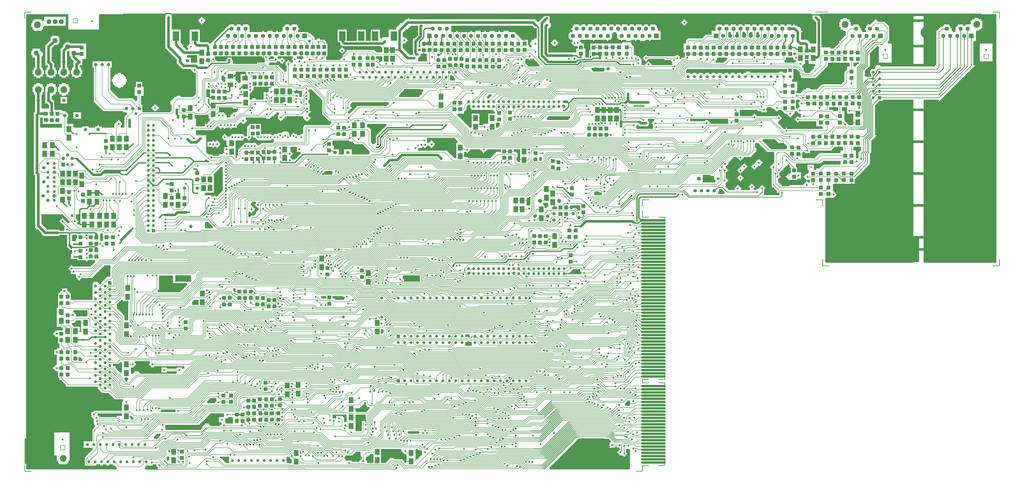
<source format=gbr>
G04 FAB 3000 Version 8.1.7 - Gerber/CAM Software*
G04 RS274-X Output*
%FSLAX24Y24*%
%MIA0B0*%
%MOIN*%
%SFA1.000000B1.000000*%

%IPPOS*%
%ADD11C,0.010001*%
%ADD12C,0.035003*%
%ADD13C,0.020002*%
%ADD14C,0.008001*%
%ADD15C,0.040003*%
%ADD16C,0.045898*%
%ADD17C,0.045910*%
%ADD18C,0.045890*%
%ADD19C,0.045960*%
%ADD20C,0.045940*%
%ADD21C,0.045950*%
%ADD22C,0.045880*%
%ADD23C,0.045800*%
%ADD24C,0.046000*%
%ADD25C,0.052734*%
%ADD26C,0.052679*%
%ADD27C,0.052690*%
%ADD28C,0.052720*%
%ADD29C,0.052700*%
%ADD30C,0.052800*%
%ADD31C,0.052600*%
%ADD32C,0.063750*%
%ADD33C,0.063790*%
%ADD34C,0.063810*%
%ADD35C,0.063740*%
%ADD36C,0.063730*%
%ADD37C,0.063800*%
%ADD38C,0.063760*%
%ADD39C,0.063770*%
%ADD40C,0.063700*%
%ADD41C,0.063709*%
%ADD42C,0.076498*%
%ADD43C,0.085010*%
%ADD44C,0.084960*%
%ADD45C,0.085020*%
%ADD46C,0.106283*%
%ADD47C,0.106228*%
%ADD48C,0.106300*%
%ADD50R,0.060004X0.060010*%
%ADD51R,0.060004X0.060020*%
%ADD52R,0.060004X0.060000*%
%ADD53R,0.060005X0.060070*%
%ADD54R,0.060000X0.060100*%
%ADD55R,0.060010X0.060050*%
%ADD56R,0.060010X0.060060*%
%ADD57R,0.060020X0.060010*%
%ADD58R,0.060020X0.060000*%
%ADD59R,0.060000X0.060060*%
%ADD60R,0.060000X0.059990*%
%ADD61R,0.060020X0.060020*%
%ADD62R,0.060020X0.060050*%
%ADD63R,0.060020X0.060060*%
%ADD64R,0.060000X0.060050*%
%ADD65R,0.060050X0.060000*%
%ADD66R,0.059990X0.060000*%
%ADD67R,0.060010X0.060100*%
%ADD68R,0.060020X0.060100*%
%ADD69R,0.060100X0.060010*%
%ADD70R,0.060100X0.060000*%
%ADD71R,0.060100X0.060060*%
%ADD72R,0.075000X0.075000*%
%ADD73R,0.075040X0.075000*%
%ADD74R,0.075020X0.075000*%
%ADD75C,0.170030*%
%ADD76C,0.169980*%
%ADD77C,0.170100*%
%ADD78C,0.170000*%
%ADD79C,0.127500*%
%ADD80C,0.029731*%
%ADD81C,0.029784*%
%ADD82C,0.029770*%
%ADD83C,0.029740*%
%ADD84C,0.029800*%
%ADD85C,0.029700*%
%ADD86C,0.029900*%
%ADD87R,0.400010X0.400070*%
%ADD88R,0.400000X0.400060*%
%ADD89R,0.053990X0.053980*%
%ADD90R,0.054030X0.054040*%
%ADD91R,0.053990X0.054040*%
%ADD92R,0.054000X0.053990*%
%ADD93R,0.054000X0.054000*%
%ADD94R,0.054000X0.054040*%
%ADD95R,0.250000X0.100000*%
%ADD96R,0.250000X0.099990*%
%ADD97R,0.099990X0.150000*%
%ADD98R,0.100040X0.150000*%
%ADD99R,0.100000X0.150000*%
%ADD100R,0.099980X0.150000*%
%ADD101R,0.150020X0.100100*%
%ADD102R,0.150010X0.100100*%
%ADD103R,0.090000X0.075040*%
%ADD104R,0.090000X0.075030*%
%ADD105R,0.090000X0.075000*%
%ADD106R,0.074979X0.095000*%
%ADD107R,0.075032X0.095040*%
%ADD108R,0.075032X0.095000*%
%ADD109R,0.075032X0.095060*%
%ADD110R,0.074977X0.095060*%
%ADD111R,0.074970X0.095000*%
%ADD112R,0.075020X0.095060*%
%ADD113R,0.075020X0.095000*%
%ADD114R,0.074980X0.095040*%
%ADD115R,0.074980X0.095050*%
%ADD116R,0.075050X0.094990*%
%ADD117R,0.075050X0.095000*%
%ADD118R,0.075030X0.095050*%
%ADD119R,0.075030X0.094980*%
%ADD120R,0.075020X0.095100*%
%ADD121R,0.075030X0.094990*%
%ADD122R,0.074990X0.094980*%
%ADD123R,0.074990X0.095050*%
%ADD124R,0.074990X0.095060*%
%ADD125R,0.074990X0.094990*%
%ADD126R,0.074970X0.095050*%
%ADD127R,0.074990X0.095000*%
%ADD128R,0.074990X0.095040*%
%ADD129R,0.074970X0.095040*%
%ADD130R,0.075040X0.095050*%
%ADD131R,0.075050X0.095060*%
%ADD132R,0.075050X0.095040*%
%ADD133R,0.075040X0.095100*%
%ADD134R,0.074970X0.095100*%
%ADD135R,0.074980X0.095010*%
%ADD136R,0.075000X0.095100*%
%ADD137R,0.075000X0.095000*%
%ADD138R,0.075000X0.094980*%
%ADD139C,0.029720*%
%LNAmiga 1200 Rev1D1 bottom signal_0*%
%LPD*%
G54D13*
X143812Y85293D02*
G01X155012D01*
X133610D02*
G01X142010D01*
G54D15*
X141910Y80592D02*
G01Y85593D01*
X143910D02*
G01Y80592D01*
G54D11*
X132810Y85093D02*
G01X134010Y86293D01*
G54D15*
X141910Y95595D02*
G01X143910D01*
Y102597D02*
G01X141910D01*
G54D11*
X145812Y101997D02*
G01X136610D01*
X136810Y101497D02*
G01X146212D01*
X146312Y100397D02*
G01X136910D01*
X136810Y97496D02*
G01X146113D01*
X136810Y98496D02*
G01X146212D01*
X146113Y97996D02*
G01X136310D01*
Y98996D02*
G01X146212D01*
Y99496D02*
G01X136810D01*
G54D84*
X133910Y87894D03*
G54D13*
X134010Y85693D02*
G01X142010D01*
X133810Y85493D02*
G01X142010D01*
G54D14*
X133410Y91385D02*
G01X134010D01*
X134610Y87494D02*
G01X133610Y86494D01*
X133310Y86693D02*
G01X134310Y87694D01*
G54D11*
X134110Y92895D02*
G01X133710D01*
X133410Y92695D02*
G01X134210D01*
X134310Y92495D02*
G01X133710D01*
X133910Y87894D02*
G01Y88694D01*
D02*
G01X134310Y89094D01*
X134301Y91385D02*
G01X134010D01*
G54D13*
X143812Y90094D02*
G01X155012D01*
X135610D02*
G01X142010D01*
G54D15*
X141910Y85593D02*
G01Y90594D01*
X143910D02*
G01Y85593D01*
G54D11*
X135110Y90894D02*
G01Y88994D01*
X134310Y89294D02*
G01Y90995D01*
X134910D02*
G01Y89094D01*
X134610D02*
G01Y90995D01*
G54D80*
X98808Y44985D03*
G54D14*
X98208Y45285D02*
G01X99108D01*
Y44485D02*
G01X98408D01*
X97788Y44265D02*
G01X99608D01*
X98808Y42484D02*
G01X98208D01*
X99028Y42265D02*
G01X98808Y42484D01*
X98677Y42765D02*
G01X99608D01*
X98808Y43485D02*
G01X95907D01*
X99088Y43765D02*
G01X98808Y43485D01*
X98528Y43265D02*
G01X99608D01*
Y45765D02*
G01X98728D01*
X98688Y46265D02*
G01X99608D01*
G54D108*
X63405Y40444D03*
G54D14*
X63865D02*
G01X63404D01*
X62504Y39784D02*
G01X64205D01*
X65105Y39384D02*
G01X62305D01*
X62405Y39584D02*
G01X64805D01*
G54D11*
X88107Y46685D02*
G01X83906Y42484D01*
X84006Y42285D02*
G01X88207Y46486D01*
X84406Y41484D02*
G01X88607Y45685D01*
X88507Y45885D02*
G01X84307Y41685D01*
X84206Y41884D02*
G01X88407Y46085D01*
X88307Y46285D02*
G01X84106Y42085D01*
X88707Y45485D02*
G01X88807D01*
X88507Y45885D02*
G01X88707D01*
X88407Y46685D02*
G01X88107D01*
X89807Y44485D02*
G01X89207D01*
X89107Y44685D02*
G01X89407D01*
X89307Y44885D02*
G01X89007D01*
X89307Y44285D02*
G01X89707D01*
X88807Y45285D02*
G01X89307D01*
X89107Y45085D02*
G01X88907D01*
X88607Y45685D02*
G01X88707D01*
X88407Y46085D02*
G01X88607D01*
X88507Y46285D02*
G01X88307D01*
G54D14*
X87107Y46885D02*
G01X94607D01*
X94407Y47086D02*
G01X87107D01*
X87207Y47286D02*
G01X94207D01*
X86707Y47686D02*
G01X94007D01*
X94107Y47485D02*
G01X86807D01*
X93907Y47886D02*
G01X94107Y48086D01*
X86707Y47886D02*
G01X93907D01*
X94007Y48286D02*
G01X93807Y48086D01*
Y48486D02*
G01X94407D01*
X93707Y48686D02*
G01X94007D01*
X96207Y49886D02*
G01X93107D01*
X93007Y49686D02*
G01X96608D01*
X98408Y50686D02*
G01X92607D01*
X98708Y50486D02*
G01X92307D01*
X44703Y77992D02*
G01X60604D01*
X49303Y75391D02*
G01X56204D01*
X55904Y75191D02*
G01X49404D01*
X49204Y75591D02*
G01X56504D01*
X56904Y75991D02*
G01X49003D01*
X49104Y75791D02*
G01X56804D01*
X57304Y76391D02*
G01X48804D01*
X48904Y76191D02*
G01X57004D01*
X44603Y78192D02*
G01X60805D01*
X60404Y77791D02*
G01X44803D01*
X44904Y77592D02*
G01X60304D01*
X58904Y77392D02*
G01X45603D01*
X48504Y76992D02*
G01X57904D01*
X58404Y77191D02*
G01X48403D01*
X48604Y76791D02*
G01X57804D01*
X57704Y76591D02*
G01X48703D01*
X18701Y82393D02*
G01Y84193D01*
X21251Y83343D02*
G01X20001Y82093D01*
X17701Y82393D02*
G01Y84193D01*
X17201Y84593D02*
G01Y82393D01*
G54D83*
X28002Y86793D03*
G54D139*
X28102Y83993D03*
G54D14*
X25702Y89894D02*
G01X29702D01*
X27802Y85293D02*
G01X29602Y87094D01*
X26302Y91694D02*
G01X28802D01*
G54D13*
X28832Y88064D02*
G01X23411D01*
X27602Y85693D02*
G01X29402Y87494D01*
X24601Y84693D02*
G01X29002D01*
G54D81*
X32602Y101497D03*
G54D109*
X32402Y94925D03*
G54D108*
Y96266D03*
G54D52*
X32392Y98496D03*
G54D50*
Y97496D03*
G54D14*
X32932Y94925D02*
G01X32402D01*
X32802Y98896D02*
G01X32302Y99396D01*
X32702Y100097D02*
G01X31202D01*
X32602Y103196D02*
G01X32902Y103497D01*
X32802Y102597D02*
G01X32202Y101997D01*
X31802Y95595D02*
G01X32902D01*
X33002Y100696D02*
G01X32602Y100297D01*
G54D13*
X32202Y102897D02*
G01X34702D01*
X32732Y96596D02*
G01X32402Y96265D01*
X32732Y96596D02*
G01X34302D01*
G54D14*
X15201Y86494D02*
G01X18601D01*
X18401Y86993D02*
G01X14601D01*
X14951Y86743D02*
G01X18551D01*
X17601Y85293D02*
G01X15801D01*
X17201Y92995D02*
G01X17601Y93395D01*
X17571Y89724D02*
G01X17201Y90094D01*
Y88694D02*
G01X18401D01*
X18601Y88094D02*
G01X15001D01*
G54D13*
X15201Y85693D02*
G01X17801D01*
Y85893D02*
G01X15201D01*
X15401Y86093D02*
G01X17801D01*
X56604Y92895D02*
G01Y93295D01*
D02*
G01X59404D01*
X56604Y93095D02*
G01X59404D01*
X56604Y92895D02*
G01X59204D01*
G54D14*
X56804Y92195D02*
G01X56504Y92495D01*
G54D58*
X89997Y105398D03*
G54D32*
X89847Y107218D03*
G54D14*
X58104Y71190D02*
G01X54504D01*
X56904Y73591D02*
G01X53204D01*
X54004Y71791D02*
G01X57804D01*
X57704Y71991D02*
G01X53404D01*
X52304Y72991D02*
G01X57204D01*
X54104Y71590D02*
G01X57904D01*
X58004Y71391D02*
G01X54204D01*
X53004Y72190D02*
G01X57604D01*
X57504Y72391D02*
G01X52904D01*
X52404Y72791D02*
G01X57304D01*
X57404Y72591D02*
G01X52604D01*
X52204Y73191D02*
G01X57104D01*
X56804Y73791D02*
G01X54204D01*
X52104Y73391D02*
G01X57004D01*
X95907Y74191D02*
G01X90507D01*
X90707Y72791D02*
G01X88407D01*
X91307Y73391D02*
G01X90707Y72791D01*
X90407Y71091D02*
G01X91807Y72491D01*
X90207Y71290D02*
G01X91707Y72791D01*
X90907Y74791D02*
G01X89207D01*
X23301Y42484D02*
G01X17901D01*
X21601Y46085D02*
G01X17501D01*
X21201Y46285D02*
G01X17701D01*
X17801Y46585D02*
G01X20901D01*
X18201Y42685D02*
G01X23001D01*
X24102Y41584D02*
G01X16101D01*
X16001Y41985D02*
G01X23802D01*
X24001Y41785D02*
G01X15301D01*
X14401Y44585D02*
G01X21901D01*
X21501Y45185D02*
G01X16801D01*
X17901Y45385D02*
G01X21201D01*
X21601Y44985D02*
G01X16101D01*
X15201Y44785D02*
G01X21701D01*
X22001Y44385D02*
G01X15401D01*
X14901Y43985D02*
G01X22001D01*
X69105Y52687D02*
G01X70105D01*
X70705Y52286D02*
G01X66705D01*
X66605Y52486D02*
G01X70606D01*
X71206Y51886D02*
G01X66905D01*
X66805Y52087D02*
G01X70805D01*
X70906Y51487D02*
G01X67105D01*
X67005Y51686D02*
G01X71105D01*
X70805Y51286D02*
G01X67205D01*
G54D83*
X39303Y52587D03*
G54D14*
Y51686D02*
G01X38203D01*
X39203Y51886D02*
G01X38103D01*
X39303Y51986D02*
G01X39203Y51886D01*
X40453Y51286D02*
G01X38403D01*
X41903Y51086D02*
G01X38503D01*
X38302Y51487D02*
G01X40003D01*
X58604Y48986D02*
G01X61904D01*
X62005Y48786D02*
G01X58705D01*
X60404Y49186D02*
G01X58504D01*
X58404Y49386D02*
G01X60205D01*
X58604Y49586D02*
G01X59704Y50686D01*
G54D13*
X10001Y44085D02*
G01X13401D01*
X3200D02*
G01X7400D01*
G54D14*
X14101Y42385D02*
G01Y44285D01*
X13701Y45185D02*
G01Y43085D01*
G54D106*
X45703Y52427D03*
G54D118*
X44003Y52326D03*
G54D14*
X44963Y52426D02*
G01X44753Y52637D01*
X45703Y52426D02*
G01X44963D01*
X41903Y52387D02*
G01X42203Y52687D01*
X47503D02*
G01X47004Y52186D01*
X39303Y52586D02*
G01Y51986D01*
X39603Y52186D02*
G01Y52887D01*
X39803Y52586D02*
G01Y51886D01*
X66405Y52286D02*
G01X66605Y52486D01*
X60805D02*
G01X61004Y52286D01*
X51804Y52387D02*
G01X51904Y52486D01*
G54D81*
X59504Y52786D03*
G54D83*
X51104Y52887D03*
G54D51*
X40593Y52786D03*
G54D14*
X42053Y53037D02*
G01X41703Y52687D01*
X47103D02*
G01X47304Y52887D01*
X68905D02*
G01X69105Y52687D01*
X40003Y53187D02*
G01Y52786D01*
X54004Y52887D02*
G01X53804Y52687D01*
X68005D02*
G01X68405Y53087D01*
X63805Y52987D02*
G01X64105Y52687D01*
X60805Y52887D02*
G01X61004Y52687D01*
X74906Y54287D02*
G01X82506D01*
X82606Y54487D02*
G01X74806D01*
X78406Y54087D02*
G01X82406D01*
X79006Y53687D02*
G01X81806D01*
X71605Y55287D02*
G01X84406D01*
X78606Y53887D02*
G01X82006D01*
X81706Y53487D02*
G01X79206D01*
X84307Y55087D02*
G01X74506D01*
X83306Y54887D02*
G01X74606D01*
X74706Y54687D02*
G01X83006D01*
X62905Y54887D02*
G01X71206D01*
X63005Y55087D02*
G01X71105D01*
X71305Y54687D02*
G01X62804D01*
X63104Y55287D02*
G01X71005D01*
X66205Y53687D02*
G01X66305Y53787D01*
X67005Y53487D02*
G01X64005D01*
X52304Y54787D02*
G01X49904D01*
X51404Y55387D02*
G01X52904D01*
X50204Y54187D02*
G01X52004D01*
X51704Y53587D02*
G01X50504D01*
X49804Y55187D02*
G01X52604D01*
X52404Y54987D02*
G01X49603D01*
X50004Y54587D02*
G01X52204D01*
X52104Y54387D02*
G01X50104D01*
X50404Y53787D02*
G01X51804D01*
X51904Y53987D02*
G01X50304D01*
G54D16*
X15451Y51946D03*
X13951D03*
G54D14*
X14701Y51986D02*
G01X15251Y51436D01*
X14701Y52446D02*
G01Y51986D01*
X20701Y51086D02*
G01X22401Y52786D01*
X16801Y52486D02*
G01Y51886D01*
X17801Y51487D02*
G01X17201Y52087D01*
X22201Y53187D02*
G01X20501Y51487D01*
X17371Y52207D02*
G01X17901Y51686D01*
X17001Y51986D02*
G01Y52586D01*
X17701Y51286D02*
G01X17001Y51986D01*
X22301Y52987D02*
G01X20601Y51286D01*
X17621Y52256D02*
G01X18001Y51886D01*
X37903Y51986D02*
G01X38002Y52087D01*
X31502Y51986D02*
G01X37903D01*
X22801D02*
G01X28502D01*
X54904Y54987D02*
G01X57904D01*
X55204Y54387D02*
G01X61505D01*
X57904Y54987D02*
G01X58004Y55087D01*
X62204Y55287D02*
G01X57704D01*
X55004Y54787D02*
G01X58004D01*
X61604Y54587D02*
G01X55104D01*
X55404Y53987D02*
G01X61304D01*
X61405Y54187D02*
G01X55304D01*
X57804Y53787D02*
G01X60004D01*
G54D81*
X58904Y53487D03*
G54D80*
X60304Y53587D03*
G54D14*
X62105Y53487D02*
G01X60805D01*
X59905D02*
G01X58904D01*
X60004Y53787D02*
G01X60205Y53587D01*
D02*
G01X60304D01*
X61604Y53687D02*
G01X63505D01*
D02*
G01X63805Y53387D01*
X64105Y53687D02*
G01X66205D01*
X64005Y53487D02*
G01X63605Y53887D01*
X61304Y53987D02*
G01X61604Y53687D01*
X63705Y54087D02*
G01X64105Y53687D01*
X67105Y50886D02*
G01X59605D01*
X50204Y53287D02*
G01X40103D01*
G54D83*
X87206Y57287D03*
G54D14*
X87707Y58187D02*
G01X86107D01*
X85907Y57788D02*
G01X87507D01*
X87407Y57587D02*
G01X85807D01*
X87107Y55587D02*
G01X92007D01*
X87507Y56087D02*
G01X86906D01*
Y56387D02*
G01X88307D01*
X91807Y55787D02*
G01X87007D01*
X86006Y57988D02*
G01X87607D01*
X88507Y56787D02*
G01X85607D01*
X85706Y56987D02*
G01X88707D01*
X88407Y56588D02*
G01X85507D01*
X56904Y60288D02*
G01X57204Y59988D01*
X56804Y59788D02*
G01X59605D01*
X55604Y58588D02*
G01X60704D01*
X60805Y58788D02*
G01X55704D01*
X55804Y58988D02*
G01X60404D01*
X60104Y59588D02*
G01X56104D01*
X55904Y59188D02*
G01X60304D01*
X60205Y59388D02*
G01X56004D01*
X24902Y59588D02*
G01X35302D01*
X34902Y58788D02*
G01X24501D01*
X24402Y58588D02*
G01X34803D01*
X34702Y58388D02*
G01X24301D01*
X24601Y58988D02*
G01X35002D01*
X35202Y59388D02*
G01X24801D01*
X24702Y59188D02*
G01X35103D01*
X30902Y59788D02*
G01X31202Y60088D01*
X66205Y57988D02*
G01X69805D01*
Y57688D02*
G01X65105D01*
X69905Y57488D02*
G01X64605D01*
X64205Y57088D02*
G01X70105D01*
X63305Y55687D02*
G01X70805D01*
X70606Y56087D02*
G01X63505D01*
X63605Y56287D02*
G01X70505D01*
X70705Y55887D02*
G01X63404D01*
X64505Y57287D02*
G01X70006D01*
X70306Y56687D02*
G01X63805D01*
X63905Y56888D02*
G01X70205D01*
X70405Y56487D02*
G01X63705D01*
G54D81*
X95707Y56387D03*
X95907Y56887D03*
G54D14*
X97007Y55987D02*
G01X93607D01*
X95708Y56888D02*
G01X95907D01*
X94107Y55687D02*
G01X97407D01*
X94307Y57388D02*
G01X96308D01*
X95408Y58187D02*
G01X96107D01*
X59404Y57788D02*
G01X55504D01*
X59305Y57988D02*
G01X55804D01*
X54504Y56387D02*
G01X60104D01*
X60205Y56187D02*
G01X54404D01*
X54304Y55987D02*
G01X60304D01*
X59905Y56787D02*
G01X54704D01*
X54804Y56987D02*
G01X59804D01*
X60004Y56588D02*
G01X54604D01*
X55004Y55787D02*
G01X60404D01*
X60805Y55587D02*
G01X55104D01*
Y57587D02*
G01X59504D01*
X59704Y57188D02*
G01X54904D01*
X59605Y57388D02*
G01X55004D01*
X59905Y63289D02*
G01X70006D01*
X70306Y63889D02*
G01X60205D01*
X60104Y63689D02*
G01X70205D01*
X60004Y63489D02*
G01X70105D01*
X69706Y62689D02*
G01X59905D01*
X69905Y63089D02*
G01X59804D01*
X59704Y62889D02*
G01X69805D01*
X68505Y61289D02*
G01X65605D01*
X60205Y62489D02*
G01X69605D01*
X69505Y62288D02*
G01X64205D01*
X64405Y62088D02*
G01X69406D01*
X68705Y61688D02*
G01X64805D01*
X65505Y61488D02*
G01X68605D01*
X64505Y61889D02*
G01X69105D01*
X36202Y63789D02*
G01X29202D01*
X35502Y62589D02*
G01X31202D01*
X29502Y63189D02*
G01X35902D01*
X36102Y63589D02*
G01X29302D01*
X29402Y63389D02*
G01X36003D01*
X35802Y62989D02*
G01X29602D01*
X29702Y62789D02*
G01X35703D01*
Y61188D02*
G01X34803Y62088D01*
X31302Y62388D02*
G01X35302D01*
X54704Y63689D02*
G01X45603D01*
X52104Y62088D02*
G01X48904D01*
X54704Y61088D02*
G01X43803D01*
X45403Y63489D02*
G01X55604D01*
X49003Y62288D02*
G01X52004D01*
X54604Y63889D02*
G01X45703D01*
X52204Y61889D02*
G01X48703D01*
X48604Y61688D02*
G01X53004D01*
X54504Y61488D02*
G01X43503D01*
X43703Y61289D02*
G01X54604D01*
X85406Y62189D02*
G01X87007D01*
X87107Y62388D02*
G01X85907D01*
X84607Y63389D02*
G01X86207D01*
X86507Y58888D02*
G01X86807Y58588D01*
X83206Y59688D02*
G01X87407D01*
X87207Y59288D02*
G01X83506D01*
X83606Y59088D02*
G01X86707D01*
X87307Y59488D02*
G01X82906D01*
G54D16*
X80406Y60088D03*
G54D14*
X80206Y60488D02*
G01X82406D01*
X82506Y60688D02*
G01X80106D01*
X79006Y60888D02*
G01X82606D01*
X70105Y59488D02*
G01X73706D01*
X72605Y59688D02*
G01X70006D01*
G54D18*
X65405Y59088D03*
G54D14*
X69706Y59688D02*
G01X64205D01*
X60805Y58488D02*
G01X65705D01*
X69805Y59488D02*
G01X64105D01*
Y58688D02*
G01X67505D01*
G54D16*
X69405Y59088D03*
X70405D03*
G54D20*
X66405D03*
G54D16*
X67405D03*
X68405D03*
G54D14*
X69706Y58388D02*
G01X70405Y59088D01*
X65805Y58388D02*
G01X69706D01*
X65705Y58488D02*
G01X65805Y58388D01*
X70006Y59688D02*
G01X69805Y59488D01*
X67505Y58688D02*
G01X67605Y58588D01*
D02*
G01X69505D01*
D02*
G01X69805Y58888D01*
D02*
G01Y59188D01*
D02*
G01X70105Y59488D01*
X74806Y59688D02*
G01X79806D01*
X79906Y59488D02*
G01X77806D01*
X76906Y58488D02*
G01X83006D01*
X82906Y58688D02*
G01X77106D01*
G54D20*
X66405Y60088D03*
G54D14*
X64305Y60688D02*
G01X69805D01*
X69905Y60488D02*
G01X64105D01*
X39803Y60688D02*
G01X40403Y60088D01*
X56104Y60488D02*
G01X56804Y59788D01*
X32302Y60888D02*
G01X33002Y60188D01*
X32302Y59988D02*
G01X31802Y60488D01*
X39603Y60288D02*
G01X40203Y59688D01*
X36403D02*
G01X35703Y60388D01*
X35902Y60788D02*
G01X36603Y60088D01*
X36502Y59888D02*
G01X35802Y60588D01*
X40303Y59888D02*
G01X39703Y60488D01*
X49204Y58988D02*
G01X45003D01*
X51504Y58588D02*
G01X44603D01*
X44703Y58788D02*
G01X51604D01*
X51404Y58388D02*
G01X44503D01*
X54304D02*
G01X53104D01*
X54304D02*
G01X54704Y58788D01*
X55304Y58488D02*
G01X54704D01*
X55404Y58788D02*
G01X55604Y58588D01*
X55704Y58788D02*
G01X55504Y58988D01*
D02*
G01X54604D01*
D02*
G01X54304Y58688D01*
D02*
G01X53304D01*
D02*
G01X53004Y58988D01*
X53504D02*
G01X54204D01*
X54704Y58788D02*
G01X55404D01*
G54D81*
X53504Y58988D03*
X53004D03*
G54D139*
X49804Y59088D03*
G54D14*
X49603Y59388D02*
G01X49204Y58988D01*
X55604Y59188D02*
G01X55804Y58988D01*
X54204D02*
G01X54404Y59188D01*
G54D81*
X48203Y59288D03*
G54D14*
X51604Y59088D02*
G01X49804D01*
X54404Y59188D02*
G01X55604D01*
X52104Y59288D02*
G01X54204D01*
X52004Y59388D02*
G01X52104Y59288D01*
X49603Y59388D02*
G01X52004D01*
X49204Y59288D02*
G01X48204D01*
X55704Y59388D02*
G01X55904Y59188D01*
X54304Y59388D02*
G01X55704D01*
X54204Y59288D02*
G01X54304Y59388D01*
X61004Y60788D02*
G01X60505Y60288D01*
X61105Y60588D02*
G01X60704Y60188D01*
D02*
G01Y59888D01*
X81706Y62689D02*
G01X75806D01*
X75506Y63289D02*
G01X82006D01*
Y63889D02*
G01X74906D01*
X75306Y63689D02*
G01X82206D01*
X75406Y63489D02*
G01X84106D01*
X80406Y62288D02*
G01X76006D01*
X81906Y63089D02*
G01X75606D01*
X75706Y62889D02*
G01X81806D01*
X77906Y61289D02*
G01X76606D01*
X75906Y62489D02*
G01X81306D01*
X77106Y61889D02*
G01X76206D01*
X77206Y61788D02*
G01X77106Y61889D01*
X76906Y61488D02*
G01X77606D01*
X78006Y61088D02*
G01X75806D01*
X76106Y62088D02*
G01X79806D01*
X63205Y62189D02*
G01X60404D01*
X60304Y61289D02*
G01X60805Y61788D01*
X60205Y61488D02*
G01X60704Y61988D01*
Y61388D02*
G01X60404Y61088D01*
G54D139*
X81406Y62388D03*
G54D14*
X81606Y62088D02*
G01X81206D01*
X82806Y61289D02*
G01X79506D01*
X81306Y62489D02*
G01X81406Y62388D01*
X83106Y61688D02*
G01X79706D01*
X79606Y61488D02*
G01X82906D01*
X82706Y61088D02*
G01X79406D01*
X80006Y61889D02*
G01X81806D01*
G54D81*
X78906Y60988D03*
X75706D03*
X65805D03*
G54D14*
X78706Y60788D02*
G01X78906Y60988D01*
D02*
G01X79006Y60888D01*
X75806Y61088D02*
G01X75706Y60988D01*
D02*
G01X75206D01*
D02*
G01X75106Y61088D01*
X69905D02*
G01X69706Y60888D01*
X68605D02*
G01X68505Y60988D01*
D02*
G01X65805D01*
G54D81*
X76506Y61388D03*
G54D14*
X68705Y61088D02*
G01X68505Y61289D01*
X69605Y61088D02*
G01X68705D01*
X69805Y61289D02*
G01X69605Y61088D01*
X76406Y61289D02*
G01X69805D01*
X76506Y61388D02*
G01X76406Y61289D01*
X76606D02*
G01X76506Y61388D01*
X75106Y61088D02*
G01X69905D01*
X68605Y61488D02*
G01X68805Y61289D01*
D02*
G01X69505D01*
D02*
G01X69706Y61488D01*
D02*
G01X76106D01*
X69406D02*
G01X68905D01*
X76106D02*
G01X76306Y61688D01*
X76706D02*
G01X76906Y61488D01*
X69605Y61688D02*
G01X69406Y61488D01*
X68905D02*
G01X68705Y61688D01*
X63104Y61388D02*
G01X60704D01*
X63404Y61088D02*
G01X63104Y61388D01*
X65405Y61088D02*
G01X63404D01*
X65605Y61289D02*
G01X65405Y61088D01*
X60805Y61188D02*
G01X63005D01*
X63505Y61589D02*
G01X64205D01*
X63505Y61289D02*
G01X65305D01*
D02*
G01X65505Y61488D01*
G54D139*
X64705Y61588D03*
G54D14*
X64205Y61589D02*
G01X64505Y61889D01*
X63104Y61988D02*
G01X63505Y61589D01*
X63005Y61788D02*
G01X63505Y61289D01*
X64805Y61688D02*
G01X64705Y61589D01*
G54D83*
X63905Y62088D03*
G54D14*
X63605Y61788D02*
G01X63205Y62189D01*
X64105Y61788D02*
G01X64405Y62088D01*
X60704Y61988D02*
G01X63104D01*
X60805Y61788D02*
G01X63005D01*
X64205Y62288D02*
G01X64005Y62088D01*
D02*
G01X63905D01*
X63605Y61788D02*
G01X64105D01*
G54D83*
X84806D03*
G54D14*
D02*
G01X83706D01*
X85307Y61388D02*
G01Y61289D01*
X85106Y61589D02*
G01X85307Y61388D01*
X82306Y61889D02*
G01X83206D01*
D02*
G01X83606Y61488D01*
D02*
G01X84907D01*
D02*
G01X85106Y61289D01*
X84907Y61188D02*
G01X84806Y61289D01*
D02*
G01X83506D01*
D02*
G01X83106Y61688D01*
G54D81*
X82206Y61988D03*
G54D14*
X83706Y61788D02*
G01X83406Y62088D01*
X85106Y61988D02*
G01Y61589D01*
X82206Y61988D02*
G01X82306Y61889D01*
X81806D02*
G01X81906Y61988D01*
X91807Y59688D02*
G01X96008D01*
X92007Y59288D02*
G01X96407D01*
X96107Y59488D02*
G01X91907D01*
X96407Y59088D02*
G01X92107D01*
X95107Y58788D02*
G01X95007Y58888D01*
D02*
G01X92207D01*
G54D80*
X99108Y55987D03*
G54D81*
X98608Y55787D03*
G54D83*
X97608Y55887D03*
X96908Y56387D03*
G54D14*
X99328Y55767D02*
G01X99108Y55987D01*
X99328Y55767D02*
G01X99608D01*
X97407Y55687D02*
G01X97607Y55887D01*
X99588Y56287D02*
G01X98508D01*
X99588D02*
G01X99608Y56267D01*
X97707Y56687D02*
G01X98208D01*
X97007Y55987D02*
G01X97707Y56687D01*
X96608D02*
G01X96908Y56387D01*
G54D12*
X99608Y55767D02*
G01X103108D01*
X99608Y56267D02*
G01X103108D01*
G54D14*
X98288Y56768D02*
G01X99608D01*
X98208Y56687D02*
G01X98288Y56768D01*
X96608Y57088D02*
G01Y56687D01*
G54D12*
X99608Y56768D02*
G01X103108D01*
G54D14*
X97107Y56888D02*
G01X96807Y57188D01*
X98007Y56888D02*
G01X97107D01*
X98307Y57188D02*
G01X98007Y56888D01*
X99528Y57188D02*
G01X98307D01*
X99608Y57267D02*
G01X99528Y57188D01*
X97307Y57287D02*
G01X97707D01*
X97908Y57088D02*
G01X97208D01*
D02*
G01X97007Y57287D01*
G54D139*
X98408Y57488D03*
G54D14*
X97208Y57388D02*
G01X97307Y57287D01*
X97208Y58187D02*
G01Y57388D01*
X96308D02*
G01X96608Y57088D01*
X97707Y57287D02*
G01X98208Y57788D01*
G54D12*
X99608Y57267D02*
G01X103108D01*
G54D14*
X98307Y57488D02*
G01X97908Y57088D01*
G54D80*
X99008Y58088D03*
G54D83*
X97508Y57588D03*
G54D14*
X98408Y57488D02*
G01X98307D01*
X99588Y57788D02*
G01X99608Y57768D01*
X98208Y57788D02*
G01X99588D01*
X97707Y57587D02*
G01X97508D01*
X98007Y57887D02*
G01X97707Y57587D01*
G54D12*
X99608Y57768D02*
G01X103108D01*
G54D16*
X74405Y60088D03*
G54D14*
X74806Y60688D02*
G01X70105D01*
X70006Y60888D02*
G01X75006D01*
G54D81*
X76206Y60788D03*
G54D17*
X79406Y60088D03*
G54D16*
X78406D03*
X77406D03*
G54D18*
X76406D03*
G54D16*
X75406D03*
G54D14*
D02*
G01X74806Y60688D01*
X75006Y60888D02*
G01X75206Y60688D01*
D02*
G01X76106D01*
D02*
G01X76206Y60788D01*
D02*
G01X78706D01*
X80106Y60688D02*
G01X79906Y60488D01*
D02*
G01X75806D01*
D02*
G01X75406Y60088D01*
X80006Y59888D02*
G01Y60288D01*
D02*
G01X80206Y60488D01*
G54D83*
X82306Y60088D03*
X84407Y60188D03*
G54D16*
X81406Y60088D03*
G54D14*
X85007D02*
G01X84607Y60488D01*
X87607Y60088D02*
G01X85007D01*
X85207Y60488D02*
G01X84907Y60788D01*
X84707Y60688D02*
G01X83406D01*
X85106Y60288D02*
G01X84707Y60688D01*
X87707Y60288D02*
G01X85106D01*
X82306Y60088D02*
G01X81406D01*
X85106Y60888D02*
G01X85307Y60688D01*
X82606Y60888D02*
G01X83306Y60188D01*
D02*
G01X84406D01*
X84607Y60488D02*
G01X83306D01*
X87507Y59888D02*
G01X83306D01*
D02*
G01X82506Y60688D01*
X94207Y60488D02*
G01X85207D01*
X95907Y59888D02*
G01X91707D01*
X85307Y60688D02*
G01X93807D01*
X85706Y60888D02*
G01X93707D01*
X69706Y59688D02*
G01X69805Y59788D01*
X74106Y59488D02*
G01X73505Y60088D01*
X73006D02*
G01X72605Y59688D01*
X63104D02*
G01X63005Y59788D01*
X60704Y59888D02*
G01X60205Y59388D01*
X60505Y59988D02*
G01X60104Y59588D01*
X64205Y59688D02*
G01X64005Y59888D01*
X74806Y59688D02*
G01X74406Y60088D01*
X79806Y59688D02*
G01X80006Y59888D01*
X87607Y60088D02*
G01X88507Y59188D01*
X98408Y60388D02*
G01Y59388D01*
X98907Y59488D02*
G01X98607Y59788D01*
X99588D02*
G01X99608Y59768D01*
X96008Y59688D02*
G01X96407Y60088D01*
X88607Y59388D02*
G01X87707Y60288D01*
X91707Y59888D02*
G01X91207Y59388D01*
G54D12*
X99608Y59768D02*
G01X103108D01*
G54D14*
X82906Y59488D02*
G01X82306Y60088D01*
X98208Y60288D02*
G01Y58988D01*
X97208Y59288D02*
G01Y59788D01*
X96507Y59888D02*
G01X96107Y59488D01*
X88407Y58988D02*
G01X87507Y59888D01*
X82406Y60488D02*
G01X83206Y59688D01*
X97407Y59888D02*
G01Y58988D01*
X97607Y58588D02*
G01Y59988D01*
G54D16*
X61405Y59088D03*
G54D14*
X60304Y59188D02*
G01X60805Y59688D01*
X60404Y58988D02*
G01X60904Y59488D01*
D02*
G01X62005D01*
X60904Y58688D02*
G01X60805Y58788D01*
X60704Y58588D02*
G01X60805Y58488D01*
G54D16*
X62405Y59088D03*
G54D14*
X60805Y59688D02*
G01X62804D01*
X62005Y59488D02*
G01X62405Y59088D01*
X62605Y58688D02*
G01X60904D01*
G54D19*
X63405Y59088D03*
G54D17*
X64405D03*
G54D14*
X63805Y58988D02*
G01X64105Y58688D01*
X63805Y59388D02*
G01Y58988D01*
X63705Y59488D02*
G01X63805Y59388D01*
X64105Y59488D02*
G01X63905Y59688D01*
D02*
G01X63104D01*
X62804D02*
G01X63005Y59488D01*
D02*
G01X63705D01*
X63404Y59088D02*
G01X63005D01*
D02*
G01X62605Y58688D01*
G54D81*
X93207Y57087D03*
G54D14*
X91907Y57088D02*
G01X93207D01*
X91207Y56387D02*
G01X91907Y57088D01*
X70105Y58288D02*
G01X83106D01*
X93307Y53987D02*
G01X92107D01*
X90607Y54387D02*
G01X93507D01*
X93107Y53787D02*
G01X92207D01*
X90407Y54587D02*
G01X95607D01*
X93407Y54187D02*
G01X90807D01*
X90107Y54987D02*
G01X96407D01*
X96107Y54787D02*
G01X90207D01*
G54D81*
X69705Y53587D03*
X66405Y53787D03*
G54D14*
X69805Y53687D02*
G01X69706Y53587D01*
X69406Y53787D02*
G01X69505Y53887D01*
X69105Y54087D02*
G01X68905Y53887D01*
X68405Y53987D02*
G01X68705Y54287D01*
X68105Y54487D02*
G01X67405Y53787D01*
X66305D02*
G01X66405D01*
X69505Y53887D02*
G01X71705D01*
X71605Y54087D02*
G01X69105D01*
X69805Y53687D02*
G01X75606D01*
X68705Y54287D02*
G01X71506D01*
X71405Y54487D02*
G01X68105D01*
G54D80*
X64405Y54187D03*
G54D139*
X65405Y53987D03*
G54D14*
X61505Y54387D02*
G01X61805Y54087D01*
X64205Y53887D02*
G01X63805Y54287D01*
X65205Y53887D02*
G01X64205D01*
X65305Y53987D02*
G01X65205Y53887D01*
X65405Y53987D02*
G01X65305D01*
X61805Y54087D02*
G01X63705D01*
X61705Y53887D02*
G01X61405Y54187D01*
X63605Y53887D02*
G01X61705D01*
X63805Y54287D02*
G01X61904D01*
X62005Y54487D02*
G01X64105D01*
D02*
G01X64405Y54187D01*
X61904Y54287D02*
G01X61604Y54587D01*
Y54887D02*
G01X62005Y54487D01*
G54D81*
X62205Y54787D03*
G54D14*
X58004D02*
G01X58104Y54887D01*
D02*
G01X61604D01*
X62804Y54687D02*
G01X62204Y55287D01*
X58004Y55087D02*
G01X61904D01*
D02*
G01X62204Y54787D01*
G54D82*
X97408Y54487D03*
G54D14*
X97007Y54087D02*
G01X97407Y54487D01*
X93507Y54387D02*
G01X93707Y54187D01*
X98508Y54787D02*
G01X97307Y53587D01*
X96707Y54287D02*
G01X97208Y54787D01*
X95607Y54587D02*
G01X96308Y53887D01*
G54D12*
X99608Y54267D02*
G01X103108D01*
G54D80*
X96407Y54987D03*
G54D81*
X93907Y55287D03*
G54D14*
X99588Y54787D02*
G01X98508D01*
X99588D02*
G01X99608Y54767D01*
X99588Y55287D02*
G01X99608Y55267D01*
X98607Y55287D02*
G01X99588D01*
X98108Y54787D02*
G01X98607Y55287D01*
X97208Y54787D02*
G01X98108D01*
X96207Y54687D02*
G01X96107Y54787D01*
X96707Y54687D02*
G01X96207D01*
X97007Y54987D02*
G01X96707Y54687D01*
X97707Y54987D02*
G01X97007D01*
X98108Y55387D02*
G01X97707Y54987D01*
X97508Y55287D02*
G01X93907D01*
G54D12*
X99608Y55267D02*
G01X103108D01*
X99608Y54767D02*
G01X103108D01*
G54D14*
X75006Y53987D02*
G01X74906Y53887D01*
X71005Y53487D02*
G01X75006D01*
G54D81*
X75106Y53987D03*
G54D80*
X77206Y53787D03*
X76106Y53587D03*
X78806D03*
G54D14*
X78906D02*
G01X78806D01*
X75106Y53987D02*
G01X75006D01*
X76206Y53487D02*
G01X76106Y53587D01*
X78106Y53787D02*
G01X78406Y54087D01*
X77206Y53787D02*
G01X78106D01*
X76506D02*
G01X77206D01*
X76406Y53887D02*
G01X76506Y53787D01*
X75806Y53887D02*
G01X76406D01*
X75606Y53687D02*
G01X75806Y53887D01*
X78906Y53587D02*
G01X79006Y53687D01*
X76206Y53487D02*
G01X78206D01*
D02*
G01X78606Y53887D01*
X84006Y54287D02*
G01X84307Y54587D01*
X83006Y54087D02*
G01X82606Y54487D01*
X90207Y53987D02*
G01X90607Y54387D01*
X90007Y54187D02*
G01X90407Y54587D01*
X89907Y51886D02*
G01X89607Y51586D01*
X91707Y52586D02*
G01X88407D01*
X88307Y52786D02*
G01X91607D01*
X89407Y50986D02*
G01X90007Y51586D01*
X89707Y52186D02*
G01X92507D01*
X88107Y52987D02*
G01X91507D01*
X91407Y53187D02*
G01X87907D01*
G54D83*
X79006Y52587D03*
G54D14*
X79106Y52687D02*
G01X79006Y52586D01*
X71105Y52687D02*
G01X70705Y52286D01*
X76006Y52486D02*
G01X75806Y52687D01*
X88407Y52586D02*
G01X87907Y52087D01*
X87807Y52286D02*
G01X88307Y52786D01*
X76806Y52687D02*
G01X77006Y52486D01*
X70606D02*
G01X70805Y52687D01*
X82406Y52887D02*
G01X82006Y52486D01*
X87607D02*
G01X88107Y52987D01*
X82506Y52687D02*
G01X82106Y52286D01*
G54D80*
X80206Y51186D03*
G54D14*
X82206Y51487D02*
G01X80006D01*
X80306Y51787D02*
G01X80406Y51686D01*
X80106Y51787D02*
G01X80306D01*
Y51286D02*
G01X82506D01*
X80206Y51186D02*
G01X80306Y51286D01*
X82006Y52486D02*
G01X79406D01*
X80606Y52286D02*
G01X79506D01*
X79806Y52087D02*
G01X80306D01*
D02*
G01X80506Y51886D01*
X86606Y53987D02*
G01X90207D01*
X90407Y53787D02*
G01X87407D01*
X86507Y54187D02*
G01X90007D01*
X91207Y53587D02*
G01X87507D01*
X91507Y53887D02*
G01X91207Y53587D01*
X92007Y53887D02*
G01X91507D01*
X92107Y53987D02*
G01X92007Y53887D01*
X91307Y53387D02*
G01X87807D01*
X91507Y53587D02*
G01X91307Y53387D01*
X90807Y54187D02*
G01X90407Y53787D01*
X92907Y53587D02*
G01X92307D01*
D02*
G01X92107Y53387D01*
D02*
G01X91607D01*
X92207Y53787D02*
G01X92007Y53587D01*
D02*
G01X91507D01*
X78706Y51686D02*
G01X79106D01*
X78406Y51386D02*
G01X78706Y51686D01*
X78606Y51886D02*
G01X79406D01*
X79306Y52087D02*
G01X78506D01*
X79206Y52286D02*
G01X78406D01*
X77806Y51086D02*
G01X80106D01*
G54D84*
Y51786D03*
G54D81*
X79506D03*
X78906Y51386D03*
G54D14*
X79006Y51286D02*
G01X78906Y51386D01*
X79806Y51286D02*
G01X79006D01*
X80006Y51487D02*
G01X79806Y51286D01*
X80006Y51787D02*
G01X80106D01*
X79706Y51487D02*
G01X80006Y51787D01*
X79306Y51487D02*
G01X79706D01*
X79106Y51686D02*
G01X79306Y51487D01*
X80106Y51086D02*
G01X80206Y51186D01*
X79506Y51787D02*
G01X79806Y52087D01*
X79406Y51886D02*
G01X79506Y51787D01*
Y52286D02*
G01X79306Y52087D01*
X79406Y52486D02*
G01X79206Y52286D01*
X93507Y51086D02*
G01X97607D01*
X97208Y52786D02*
G01X97607Y53187D01*
X97407Y52486D02*
G01X96308D01*
X97407Y51886D02*
G01X98607D01*
X97007Y51487D02*
G01X97407Y51886D01*
X98307Y52286D02*
G01X97208D01*
Y51286D02*
G01X97607Y51686D01*
G54D83*
X97808Y51286D03*
G54D14*
X97607Y51086D02*
G01X97808Y51286D01*
X98408D02*
G01X98607D01*
X98627Y51266D02*
G01X99608D01*
X98607Y51286D02*
G01X98627Y51266D01*
X98808Y51286D02*
G01X98607D01*
X98007Y51686D02*
G01X98208Y51487D01*
X97607Y51686D02*
G01X98007D01*
G54D12*
X99608Y51767D02*
G01X103108D01*
X99608Y51266D02*
G01X103108D01*
G54D14*
X98208Y51487D02*
G01X98708D01*
D02*
G01X98988Y51767D01*
D02*
G01X99608D01*
G54D81*
X98608Y51886D03*
G54D11*
X103128Y52757D02*
G01Y51756D01*
Y52757D02*
G01Y51756D01*
Y52757D02*
G01X102128D01*
X99628D02*
G01X100628D01*
G54D12*
X99608Y52267D02*
G01X103108D01*
G54D11*
X99628Y52757D02*
G01X100628D01*
X103128D02*
G01X102128D01*
G54D14*
X99608Y52267D02*
G01X98927D01*
D02*
G01X98907Y52286D01*
D02*
G01X98307D01*
X98327Y52267D02*
G01X98307Y52286D01*
X98327Y52267D02*
G01X98927D01*
X82906Y50286D02*
G01X80606D01*
X84206Y50386D02*
G01X82706Y48886D01*
X82506Y48385D02*
G01X84307Y50186D01*
X83006Y49786D02*
G01X81506D01*
X81306Y50086D02*
G01X83006D01*
X84106Y50586D02*
G01X82806Y49286D01*
X53504Y51186D02*
G01X54104D01*
G54D80*
X81106Y49986D03*
X73406D03*
G54D14*
X72605Y49686D02*
G01X72305Y49986D01*
X60505Y50386D02*
G01X60004Y49886D01*
X73505D02*
G01X73406Y49986D01*
X61004D02*
G01X60505Y49486D01*
X63104Y49686D02*
G01X62804Y49986D01*
X63404Y50086D02*
G01X63205Y49886D01*
X65405Y49586D02*
G01X64905Y50086D01*
X69105Y50186D02*
G01X68505Y49586D01*
X68205Y49786D02*
G01X68905Y50486D01*
X65205Y50286D02*
G01X65705Y49786D01*
X60304Y49586D02*
G01X60904Y50186D01*
X75506Y49886D02*
G01X75106Y50286D01*
X75406Y49686D02*
G01X75006Y50086D01*
G54D81*
X77106Y51786D03*
X76006D03*
X75406Y51686D03*
G54D14*
X72806Y51787D02*
G01Y51686D01*
X73306Y51787D02*
G01X73106Y51586D01*
X75406Y51686D02*
G01X75306Y51787D01*
X76906Y51487D02*
G01X76306Y52087D01*
X78006Y51386D02*
G01X77106Y52286D01*
X77206Y52486D02*
G01X78006Y51686D01*
X71906Y51186D02*
G01X71206Y51886D01*
X77306Y51787D02*
G01X77706Y51386D01*
X78406Y51686D02*
G01X78606Y51886D01*
X76006Y50786D02*
G01X76906D01*
X80306Y50486D02*
G01X75806D01*
X75606Y50086D02*
G01X80206D01*
X80606Y50286D02*
G01X75706D01*
G54D80*
X81106Y50586D03*
G54D139*
X80606Y50286D03*
G54D14*
X80306Y50486D02*
G01X80506Y50686D01*
X81206Y49986D02*
G01X81306Y50086D01*
X81106Y49986D02*
G01X81206D01*
X80306D02*
G01X81106D01*
X80206Y50086D02*
G01X80306Y49986D01*
X77606Y50786D02*
G01X80306D01*
X80506Y50686D02*
G01X81006D01*
D02*
G01X81106Y50586D01*
G54D81*
X98608Y50886D03*
G54D83*
X92507Y50786D03*
G54D14*
X90607Y50886D02*
G01X90107Y50386D01*
X91607Y50886D02*
G01X90607D01*
X91907Y50586D02*
G01X91607Y50886D01*
G54D12*
X99608Y50766D02*
G01X103108D01*
G54D14*
X92207Y50786D02*
G01X91907Y51086D01*
X90407D02*
G01X89907Y50586D01*
X92707Y51386D02*
G01X93207Y50886D01*
D02*
G01X98007D01*
D02*
G01X98408Y51286D01*
X98607Y50886D02*
G01X98408Y50686D01*
X92507Y50786D02*
G01X92307Y50986D01*
X90207Y51386D02*
G01X89607Y50786D01*
X38602Y50886D02*
G01X42003D01*
G54D52*
X39703Y49176D03*
G54D14*
X39903Y48586D02*
G01X39703Y48776D01*
G54D57*
X38793Y49986D03*
G54D14*
X37903D02*
G01X38793D01*
X36802Y50786D02*
G01X38503D01*
X36903Y50486D02*
G01X39203D01*
G54D13*
X54804Y47686D02*
G01X56204D01*
X54804Y47485D02*
G01X56204D01*
X54804Y47286D02*
G01X56204D01*
X54804Y47086D02*
G01X56204D01*
X54804Y46885D02*
G01X56204D01*
G54D14*
X54004Y47325D02*
G01X55764D01*
X53604Y47986D02*
G01X56704D01*
G54D80*
X67105Y50286D03*
G54D14*
X62804Y50386D02*
G01X60505D01*
X62905Y50486D02*
G01X62804Y50386D01*
X65305Y50486D02*
G01X62905D01*
X65805Y49986D02*
G01X65305Y50486D01*
X62804Y49986D02*
G01X61004D01*
X64905Y50086D02*
G01X63404D01*
X59704Y50686D02*
G01X66705D01*
D02*
G01X67105Y50286D01*
X60904Y50186D02*
G01X62905D01*
D02*
G01X63005Y50286D01*
D02*
G01X65205D01*
X68105Y49986D02*
G01X65805D01*
X57004Y47386D02*
G01X58604Y48986D01*
X58404Y49386D02*
G01X56604Y47586D01*
X57404Y47185D02*
G01X58804Y48586D01*
X58705Y48786D02*
G01X57204Y47286D01*
X56704Y47986D02*
G01X58304Y49586D01*
X58504Y49186D02*
G01X56804Y47485D01*
X49104Y44285D02*
G01X50304Y43085D01*
X52404Y45885D02*
G01X49504D01*
X49404Y42184D02*
G01X49804Y41785D01*
X49904Y41985D02*
G01X49504Y42385D01*
X48804Y43685D02*
G01X50004Y42484D01*
X49603Y41584D02*
G01X50004D01*
X49504Y41484D02*
G01X49603Y41584D01*
Y42585D02*
G01X47704D01*
X50004Y42184D02*
G01X49603Y42585D01*
X48904Y43885D02*
G01X50104Y42685D01*
X50204Y42885D02*
G01X49003Y44085D01*
X49303Y44685D02*
G01X50504Y43485D01*
X50404Y43285D02*
G01X49204Y44485D01*
X49303Y44985D02*
G01X50604Y43685D01*
X52504Y45485D02*
G01X49204D01*
X72905Y46585D02*
G01X73306Y46985D01*
Y47286D02*
G01X72806Y46786D01*
G54D83*
X71605Y49486D03*
G54D14*
X69805Y49786D02*
G01X71906D01*
X71506Y49586D02*
G01X71605Y49486D01*
X69905Y49586D02*
G01X71506D01*
X72206Y49186D02*
G01X71206D01*
X70306Y48986D02*
G01X72106D01*
X72005Y48786D02*
G01X71005D01*
X71906Y48586D02*
G01X71105D01*
X71206Y48385D02*
G01X71806D01*
X73306Y46985D02*
G01X73805D01*
X75196Y47286D02*
G01X73606D01*
X71806Y48086D02*
G01X73906D01*
G54D139*
X65105Y48286D03*
G54D14*
X71005Y48186D02*
G01X71206Y48385D01*
X69406D02*
G01X69205Y48186D01*
X65205D02*
G01X65105Y48286D01*
D02*
G01X65005Y48186D01*
X62405Y48086D02*
G01X62105Y48385D01*
X74806Y48086D02*
G01X74206Y48686D01*
X74006Y48286D02*
G01X74606Y47686D01*
X74706Y47886D02*
G01X74106Y48486D01*
G54D13*
X54604Y41685D02*
G01X55404D01*
G54D14*
X55704Y44885D02*
G01X54104D01*
X54504Y42184D02*
G01X57104D01*
X56904Y42385D02*
G01X54004D01*
X52404Y42585D02*
G01X56804D01*
X56704Y42784D02*
G01X52504D01*
X52604Y42985D02*
G01X56004D01*
X55704Y43285D02*
G01X50404D01*
X50504Y43485D02*
G01X55604D01*
X56404Y44585D02*
G01X53804D01*
X50604Y43685D02*
G01X55504D01*
X56804Y44385D02*
G01X51504D01*
G54D81*
X71505Y47886D03*
G54D139*
X61804D03*
G54D80*
X61105Y47986D03*
G54D14*
X69406Y47786D02*
G01X69605Y47986D01*
X63805Y47886D02*
G01X63905Y47986D01*
X62005Y48186D02*
G01X62305Y47886D01*
X71705Y48186D02*
G01X71806Y48086D01*
X71305Y48186D02*
G01X71705D01*
X71105Y47986D02*
G01X71305Y48186D01*
X69605Y47986D02*
G01X71105D01*
X69505Y48186D02*
G01X71005D01*
X69305Y47986D02*
G01X69505Y48186D01*
X63905Y47986D02*
G01X69305D01*
X61304Y48186D02*
G01X62005D01*
X61105Y47986D02*
G01X61304Y48186D01*
X60304Y47986D02*
G01X61105D01*
X69205Y48186D02*
G01X65205D01*
X65005D02*
G01X63805D01*
D02*
G01X63705Y48086D01*
D02*
G01X62405D01*
X81206Y46885D02*
G01X76106D01*
X79306Y48186D02*
G01X83306D01*
X83206Y47986D02*
G01X79206D01*
X79106Y47786D02*
G01X83206D01*
X93807Y48086D02*
G01X86507D01*
X84006Y47086D02*
G01X84506Y47586D01*
X82106Y47086D02*
G01X84006D01*
X83806Y47485D02*
G01X81806D01*
X84106Y47786D02*
G01X83806Y47485D01*
X83906Y47286D02*
G01X84307Y47686D01*
X81906Y47286D02*
G01X83906D01*
X81806Y47485D02*
G01X81206Y46885D01*
G54D11*
X83806Y47786D02*
G01X83206D01*
X87007Y47086D02*
G01X87107D01*
X86906Y47286D02*
G01X87207D01*
X86606Y47886D02*
G01X86707D01*
X83206Y47986D02*
G01X83706D01*
G54D83*
X78706Y47686D03*
G54D14*
X73906Y48086D02*
G01X74506Y47485D01*
X77706D02*
G01X77506Y47686D01*
X76106D02*
G01X76306Y47485D01*
G54D139*
X78206Y47986D03*
G54D14*
X76706Y48186D02*
G01X77206D01*
X76506D02*
G01X76706D01*
X76306Y48086D02*
G01X74806D01*
X76506Y47886D02*
G01X76306Y48086D01*
X76206Y47886D02*
G01X74706D01*
X76406Y47686D02*
G01X76206Y47886D01*
X77506Y47686D02*
G01X76406D01*
X74606D02*
G01X76106D01*
X78706D02*
G01X77806D01*
D02*
G01X77606Y47886D01*
D02*
G01X76506D01*
G54D83*
X70205Y49086D03*
G54D14*
X61904Y48986D02*
G01X62105Y49186D01*
X70006Y49386D02*
G01X69605Y48986D01*
G54D81*
X79206Y49086D03*
X78606Y48986D03*
G54D14*
X79206Y49086D02*
G01X79006Y49286D01*
X78506Y49086D02*
G01X78606Y48986D01*
X75106Y49086D02*
G01X78506D01*
X74706Y49486D02*
G01X75106Y49086D01*
X80206Y48886D02*
G01X79806Y49286D01*
X74606D02*
G01X75106Y48786D01*
X72305Y49086D02*
G01X72206Y49186D01*
X74406Y49086D02*
G01X72305D01*
X75006Y48486D02*
G01X74406Y49086D01*
X74306Y48886D02*
G01X74906Y48286D01*
X72206Y48886D02*
G01X74306D01*
X72106Y48986D02*
G01X72206Y48886D01*
X72106Y48686D02*
G01X72005Y48786D01*
X74206Y48686D02*
G01X72106D01*
X72005Y48486D02*
G01X71906Y48586D01*
X74106Y48486D02*
G01X72005D01*
X71906Y48286D02*
G01X74006D01*
X71806Y48385D02*
G01X71906Y48286D01*
X75106Y48786D02*
G01X76406D01*
X76806Y48486D02*
G01X75006D01*
X74906Y48286D02*
G01X76406D01*
G54D81*
X65505Y48486D03*
X62505D03*
G54D14*
X62105Y48586D02*
G01X62305Y48786D01*
X58804Y48586D02*
G01X62105D01*
X65505Y48486D02*
G01X65405Y48586D01*
X65605Y48385D02*
G01X65505Y48486D01*
X62105Y48385D02*
G01X60404D01*
X65405Y48586D02*
G01X62705D01*
D02*
G01X62605Y48486D01*
D02*
G01X62504D01*
X62204Y48986D02*
G01X62005Y48786D01*
X69105Y48385D02*
G01X65605D01*
X62305Y48786D02*
G01X69905D01*
X69605Y48986D02*
G01X62204D01*
X69305Y48586D02*
G01X69105Y48385D01*
X70805Y48586D02*
G01X69305D01*
X71005Y48786D02*
G01X70805Y48586D01*
X70906Y48385D02*
G01X69406D01*
X71105Y48586D02*
G01X70906Y48385D01*
X69905Y48786D02*
G01X70205Y49086D01*
D02*
G01X70306Y48986D01*
G54D80*
X57204Y44585D03*
G54D14*
X58035Y41884D02*
G01X56504D01*
X57104Y42184D02*
G01X57604Y42685D01*
X57404Y42885D02*
G01X56904Y42385D01*
X56804Y42585D02*
G01X57304Y43085D01*
X62105Y43285D02*
G01X57204D01*
X56804Y43485D02*
G01X61505D01*
X61205Y43685D02*
G01X56104D01*
X57004Y45485D02*
G01X57404Y45085D01*
X58204Y44285D02*
G01X56904D01*
X55904Y44085D02*
G01X58404D01*
X56004Y43885D02*
G01X58604D01*
G54D80*
X72005Y49686D03*
G54D14*
X74806D02*
G01X72605D01*
X75206Y49286D02*
G01X74806Y49686D01*
X72506Y49486D02*
G01X74706D01*
X72406Y49586D02*
G01X72506Y49486D01*
X72305Y49586D02*
G01X72406D01*
X72206Y49686D02*
G01X72305Y49586D01*
X72005Y49686D02*
G01X72206D01*
X71906Y49786D02*
G01X72005Y49686D01*
X71605Y49486D02*
G01X71705D01*
D02*
G01X71806Y49386D01*
D02*
G01X72305D01*
D02*
G01X72406Y49286D01*
D02*
G01X74606D01*
X75306Y49486D02*
G01X74906Y49886D01*
D02*
G01X73505D01*
X79006Y49286D02*
G01X75206D01*
X79906Y49686D02*
G01X75406D01*
X80106Y49886D02*
G01X75506D01*
X79606Y49486D02*
G01X75306D01*
G54D83*
X81506Y49286D03*
Y49786D03*
G54D84*
X79806Y49286D03*
G54D14*
X81406Y49686D02*
G01X80306D01*
X81506Y49786D02*
G01X81406Y49686D01*
X82806Y49286D02*
G01X81506D01*
D02*
G01X80306D01*
D02*
G01X79906Y49686D01*
X80306D02*
G01X80106Y49886D01*
X79806Y49286D02*
G01X79606Y49486D01*
G54D81*
X69105Y50186D03*
X69705Y50386D03*
G54D14*
X68805Y50686D02*
G01X68105Y49986D01*
X70805Y50686D02*
G01X68805D01*
X71305Y50186D02*
G01X70805Y50686D01*
X69305Y50486D02*
G01X69406Y50386D01*
X68905Y50486D02*
G01X69305D01*
X69406Y50386D02*
G01X69706D01*
X69305Y49986D02*
G01X69105Y50186D01*
X72305Y49986D02*
G01X69305D01*
X73505Y50586D02*
G01X71506D01*
X73606Y50786D02*
G01X71605D01*
X72406Y50186D02*
G01X71305D01*
X75306Y50686D02*
G01X74306D01*
X75706Y50286D02*
G01X75306Y50686D01*
X75206Y50486D02*
G01X75606Y50086D01*
X74206Y50486D02*
G01X75206D01*
X75006Y50086D02*
G01X74006D01*
D02*
G01X73505Y50586D01*
X75106Y50286D02*
G01X74106D01*
D02*
G01X73606Y50786D01*
X73406Y49986D02*
G01X72605D01*
D02*
G01X72406Y50186D01*
G54D81*
X63705Y49786D03*
G54D139*
X63205Y49686D03*
G54D80*
X60805Y49286D03*
X62405Y49686D03*
X60004D03*
G54D14*
X60205Y49386D02*
G01X60304Y49486D01*
D02*
G01Y49586D01*
X63205Y49886D02*
G01Y49686D01*
D02*
G01X63104D01*
X60505Y49486D02*
G01Y49286D01*
D02*
G01X60404Y49186D01*
X60004Y49886D02*
G01Y49686D01*
X60805Y49286D02*
G01X61904D01*
D02*
G01X62005Y49386D01*
D02*
G01X69406D01*
X68505Y49586D02*
G01X65405D01*
X62105Y49186D02*
G01X69505D01*
G54D81*
X70905Y49286D03*
G54D14*
X69406Y49386D02*
G01X69805Y49786D01*
X65705D02*
G01X68205D01*
X71206Y49186D02*
G01X71105Y49286D01*
D02*
G01X70906D01*
D02*
G01X70805Y49386D01*
D02*
G01X70006D01*
X69505Y49186D02*
G01X69905Y49586D01*
X79406Y48385D02*
G01X82506D01*
X78706Y48486D02*
G01X78306D01*
X78206Y48286D02*
G01X78606D01*
X78006Y48486D02*
G01X78206Y48286D01*
X77506Y48486D02*
G01X78006D01*
X77106Y48586D02*
G01X77006D01*
D02*
G01X76906D01*
D02*
G01X76806Y48486D01*
G54D139*
X79606Y48686D03*
G54D83*
X77006Y48586D03*
G54D14*
X78806Y48986D02*
G01X79406Y48385D01*
X77206Y48686D02*
G01X77106Y48586D01*
X78306Y48486D02*
G01X78106Y48686D01*
G54D80*
X76406Y48786D03*
G54D14*
X78106Y48686D02*
G01X77206D01*
X76406Y48786D02*
G01X76506D01*
D02*
G01X76606Y48886D01*
D02*
G01X78206D01*
D02*
G01X78406Y48686D01*
D02*
G01X78806D01*
X82706Y48886D02*
G01X80206D01*
X78606Y48986D02*
G01X78806D01*
G54D83*
X92207Y49486D03*
G54D14*
X91707D02*
G01X91807Y49586D01*
G54D82*
X94207Y48886D03*
G54D14*
X95807Y49286D02*
G01X94807Y48286D01*
X98208Y48886D02*
G01X98588Y49266D01*
G54D139*
X91307Y49786D03*
G54D81*
X91807Y49686D03*
G54D14*
Y49586D02*
G01Y49686D01*
X91207D02*
G01X85406D01*
X91307Y49786D02*
G01X91207Y49686D01*
X90907Y50186D02*
G01X91107D01*
X90707Y49986D02*
G01X90907Y50186D01*
X85406Y49986D02*
G01X90707D01*
X84307Y50186D02*
G01X90407D01*
X91607Y50086D02*
G01X92607D01*
D02*
G01X93007Y49686D01*
G54D83*
X91107Y50186D03*
G54D14*
X91407Y50286D02*
G01X91607Y50086D01*
X90407Y50186D02*
G01X90807Y50586D01*
X84006Y50786D02*
G01X83006Y49786D01*
X93107Y49886D02*
G01X92707Y50286D01*
G54D80*
X91907Y50586D03*
G54D83*
X91407D03*
G54D14*
X90107Y50386D02*
G01X84206D01*
X91407Y50586D02*
G01Y50286D01*
X90807Y50586D02*
G01X91407D01*
X89607Y50786D02*
G01X84006D01*
X92607Y50686D02*
G01X92507Y50786D01*
X92307Y50486D02*
G01X92207Y50586D01*
D02*
G01Y50786D01*
X89907Y50586D02*
G01X84106D01*
X92707Y50286D02*
G01X92007D01*
D02*
G01X91907Y50386D01*
D02*
G01Y50586D01*
G54D139*
X77806Y43985D03*
G54D81*
X69405D03*
X68805Y43885D03*
G54D83*
X68105D03*
G54D14*
X69406Y43985D02*
G01X69205Y44185D01*
X76706Y44085D02*
G01X76506Y43885D01*
X77706Y44085D02*
G01X77806Y43985D01*
X67805Y44185D02*
G01X67305Y43685D01*
Y43985D02*
G01X67705Y44385D01*
G54D11*
X83506Y43985D02*
G01X83606D01*
G54D14*
X73306Y46385D02*
G01X75406D01*
X70405Y44085D02*
G01X76206D01*
X75706Y44285D02*
G01X71206D01*
X72905Y45385D02*
G01X76006D01*
X76106Y45585D02*
G01X72806D01*
X73505Y46685D02*
G01X75606D01*
X75906Y45185D02*
G01X73205D01*
X73406Y44985D02*
G01X75706D01*
X76206Y45785D02*
G01X72706D01*
G54D80*
X60805Y44585D03*
G54D13*
X58804Y42285D02*
G01X61805D01*
X58804Y42085D02*
G01X61805D01*
X58804Y41884D02*
G01X62005D01*
X58804Y41685D02*
G01X62204D01*
G54D14*
X60805Y46685D02*
G01X60505Y46385D01*
X57604Y42685D02*
G01X64605D01*
X57304Y43085D02*
G01X62605D01*
X61105Y46486D02*
G01X60704Y46085D01*
G54D13*
X23802Y44285D02*
G01Y44685D01*
X23601Y44085D02*
G01Y44685D01*
X23401Y44085D02*
G01Y44485D01*
X23202Y44085D02*
G01Y44285D01*
D02*
G01X23802D01*
G54D14*
X25101Y43985D02*
G01X25802Y44685D01*
X24402Y44285D02*
G01X23802Y43685D01*
X22001Y43985D02*
G01X23101Y45085D01*
G54D13*
X33602Y46285D02*
G01Y46486D01*
X30602D02*
G01X33602D01*
X31802Y46285D02*
G01X33602D01*
G54D14*
X33903Y43285D02*
G01X32902D01*
X33602Y43785D02*
G01X35202D01*
X31402Y45785D02*
G01X39203D01*
X39703Y45585D02*
G01X31502D01*
X31302Y44985D02*
G01X37102D01*
X35502Y44385D02*
G01X31702D01*
X31902Y43985D02*
G01X35302D01*
X35103Y41484D02*
G01X32002D01*
X31802Y44185D02*
G01X35403D01*
X34902Y42585D02*
G01X32602D01*
X31502Y44785D02*
G01X36003D01*
X35703Y44585D02*
G01X31602D01*
G54D81*
X77706Y45385D03*
G54D139*
X78206D03*
G54D80*
X79406D03*
G54D14*
X76406Y45285D02*
G01X76106Y45585D01*
G54D84*
X79806Y44485D03*
G54D14*
X82006Y44785D02*
G01X78706D01*
X79606Y44185D02*
G01X82606D01*
X79306Y44985D02*
G01X81906D01*
X81706Y45185D02*
G01X79606D01*
G54D81*
X82506Y44485D03*
X85807Y44885D03*
G54D14*
X82106D02*
G01X82006Y44785D01*
X83806Y44885D02*
G01X82106D01*
X81906Y44985D02*
G01X82006Y45085D01*
G54D11*
X83806Y44885D02*
G01X83906D01*
X83706Y45285D02*
G01X82106D01*
X82406Y45085D02*
G01X83806D01*
X83506Y44185D02*
G01X82606D01*
G54D14*
X82006Y45085D02*
G01X82406D01*
X82106Y45285D02*
G01X81806D01*
D02*
G01X81706Y45185D01*
G54D81*
X63705Y44885D03*
G54D13*
X64405D02*
G01Y45085D01*
X64205Y44885D02*
G01Y45085D01*
X64005Y44885D02*
G01Y45085D01*
X63805Y44885D02*
G01Y45085D01*
X63605Y44885D02*
G01Y45085D01*
X63404Y44885D02*
G01Y45085D01*
X63205Y44885D02*
G01Y45085D01*
X63005Y44885D02*
G01Y45085D01*
G54D14*
X60904Y44685D02*
G01Y45885D01*
X61904Y45385D02*
G01Y44385D01*
X62705Y44585D02*
G01X62204Y45085D01*
X61705Y45585D02*
G01Y44785D01*
X61105Y44085D02*
G01Y45685D01*
G54D81*
X62205Y45185D03*
G54D83*
X61405D03*
G54D14*
X61805Y45685D02*
G01X61705Y45585D01*
X61505Y45785D02*
G01X61604Y45885D01*
X61505Y45285D02*
G01Y45785D01*
X61405Y45185D02*
G01X61505Y45285D01*
X64605Y46685D02*
G01X60805D01*
X61105Y45685D02*
G01X61505Y46085D01*
X62005Y45485D02*
G01X61904Y45385D01*
X63705Y45485D02*
G01X62005D01*
X63805Y45385D02*
G01X63705Y45485D01*
X60904Y45885D02*
G01X61304Y46285D01*
X62204Y45085D02*
G01Y45185D01*
X72806Y45585D02*
G01X72605Y45385D01*
X65405Y45585D02*
G01X65205Y45385D01*
G54D81*
X75406Y44685D03*
G54D83*
X75806Y44385D03*
G54D80*
X76306Y44185D03*
G54D14*
X76406D02*
G01X76506Y44285D01*
X76306Y44185D02*
G01X76406D01*
X76206Y44085D02*
G01X76306Y44185D01*
X75806Y44385D02*
G01X75706Y44285D01*
X76006Y44385D02*
G01X75806D01*
X76106Y44485D02*
G01X76006Y44385D01*
X75706Y44985D02*
G01X76006Y44685D01*
X76206Y44885D02*
G01X75906Y45185D01*
X76006Y45385D02*
G01X76306Y45085D01*
X77606Y45285D02*
G01X76406D01*
X76706Y44085D02*
G01X77706D01*
X76506Y44285D02*
G01X79506D01*
X78406Y44485D02*
G01X76106D01*
X76006Y44685D02*
G01X78306D01*
X78206Y44885D02*
G01X76206D01*
X76306Y45085D02*
G01X77906D01*
X77706Y45385D02*
G01X77606Y45285D01*
G54D83*
X79006Y45085D03*
G54D14*
X79506Y44285D02*
G01X79606Y44185D01*
Y45185D02*
G01X79406Y45385D01*
X78306Y44685D02*
G01X78706Y45085D01*
D02*
G01X79006D01*
D02*
G01X79206D01*
D02*
G01X79306Y44985D01*
X79406Y45385D02*
G01X78706D01*
D02*
G01X78206Y44885D01*
X77906Y45085D02*
G01X78206Y45385D01*
X78706Y44785D02*
G01X78406Y44485D01*
G54D83*
X70205Y44185D03*
X71005Y44485D03*
G54D81*
X73606Y44585D03*
G54D14*
X69205Y44185D02*
G01X67805D01*
X70306D02*
G01X70405Y44085D01*
X70205Y44185D02*
G01X70306D01*
X70006Y44385D02*
G01X70205Y44185D01*
X67705Y44385D02*
G01X70006D01*
X67605Y44585D02*
G01X67205Y44185D01*
X67505Y44785D02*
G01X73205D01*
X67105Y44385D02*
G01X67505Y44785D01*
X71206Y44285D02*
G01X71005Y44485D01*
D02*
G01X70405D01*
D02*
G01X70306Y44585D01*
D02*
G01X67605D01*
G54D83*
X65305Y44885D03*
X65905D03*
G54D14*
X67405Y44985D02*
G01X67005Y44585D01*
X73205Y44785D02*
G01X73406Y44985D01*
G54D83*
X65605Y45285D03*
G54D14*
X73006Y44985D02*
G01X67405D01*
X73205Y45185D02*
G01X73006Y44985D01*
X72605Y45385D02*
G01X67205D01*
D02*
G01X67105Y45285D01*
D02*
G01X65605D01*
X65905Y44885D02*
G01X67005D01*
D02*
G01X67305Y45185D01*
D02*
G01X72706D01*
D02*
G01X72905Y45385D01*
G54D81*
X39803Y43885D03*
G54D14*
X40203Y44585D02*
G01X40803Y43985D01*
X35902D02*
G01X35502Y44385D01*
X37702Y43985D02*
G01X35902D01*
X37903Y43785D02*
G01X37702Y43985D01*
X35302D02*
G01X35703Y43585D01*
X35403Y44185D02*
G01X35802Y43785D01*
X40903Y43285D02*
G01X40003Y44185D01*
X40103Y44385D02*
G01X41003Y43485D01*
X43403Y43885D02*
G01X44403Y44885D01*
X44703Y44285D02*
G01X43503Y43085D01*
X49104Y44285D02*
G01X44703D01*
X43303Y44185D02*
G01X44303Y45185D01*
X42403Y44185D02*
G01X42603Y44385D01*
X44603Y44485D02*
G01X43403Y43285D01*
X43303Y43485D02*
G01X44503Y44685D01*
G54D84*
X79806Y42785D03*
G54D83*
X78106D03*
X77606D03*
G54D81*
X76006Y42684D03*
X65505D03*
G54D14*
X75506Y42885D02*
G01X75706Y42685D01*
X65005D02*
G01X64805Y42885D01*
X66305Y43485D02*
G01X65505Y42685D01*
X65905Y42385D02*
G01X66805Y43285D01*
G54D81*
X76806Y43385D03*
G54D14*
D02*
G01X76906Y43485D01*
X76706D02*
G01X76806Y43385D01*
X68405Y43285D02*
G01X68205Y43485D01*
X34102Y39884D02*
G01X44303D01*
G54D13*
X85607D02*
G01X97607D01*
X85406Y39684D02*
G01X97607D01*
X85207Y39484D02*
G01X97607D01*
X85207Y39284D02*
G01X97607D01*
G54D11*
X99628Y38914D02*
G01Y39784D01*
D02*
G01X100628D01*
X99628Y38914D02*
G01X98627D01*
X99628Y39784D02*
G01Y38914D01*
X103128Y39784D02*
G01X102128D01*
X99628Y38914D02*
G01Y39784D01*
D02*
G01X100628D01*
X99628Y38914D02*
G01X98627D01*
G36*
X99658Y39764D02*
G01Y38894D01*
X99608Y38944D01*
Y39814D01*
G37*
G54D11*
X103128Y39784D02*
G01X102128D01*
X99628D02*
G01Y38914D01*
G54D14*
X66305Y39284D02*
G01X66205Y39384D01*
X80206Y39284D02*
G01X66305D01*
G54D11*
X84206Y39484D02*
G01X84006D01*
X83906Y39284D02*
G01X84307D01*
G54D14*
X66805Y39484D02*
G01X79806D01*
X81106D02*
G01X84006D01*
X83906Y39284D02*
G01X81006D01*
G54D139*
X80006Y39684D03*
G54D80*
X80506Y39584D03*
G54D81*
X66705D03*
G54D83*
X66205D03*
G54D13*
X85607Y39284D02*
G01Y39884D01*
X85406Y39284D02*
G01Y39684D01*
X85207Y39284D02*
G01Y39484D01*
G54D14*
X66705Y39584D02*
G01X66805Y39484D01*
X66205Y39384D02*
G01Y39584D01*
X80506D02*
G01X80206Y39284D01*
X80706Y39584D02*
G01X80506D01*
X81006Y39284D02*
G01X80706Y39584D01*
X79806Y39484D02*
G01X80006Y39684D01*
X80706Y39884D02*
G01X81106Y39484D01*
G54D139*
X78506Y39784D03*
X67205D03*
G54D14*
X77806Y39884D02*
G01X67805D01*
X78406Y39684D02*
G01X67305D01*
X78506Y39784D02*
G01X78406Y39684D01*
X78606Y39784D02*
G01X78506D01*
X83806Y39684D02*
G01X81306D01*
X81406Y39884D02*
G01X83406D01*
G54D11*
X83806Y39684D02*
G01X84106D01*
X84006Y39884D02*
G01X83406D01*
G54D14*
X67305Y39684D02*
G01X67205Y39784D01*
X80006Y39684D02*
G01X80206Y39884D01*
D02*
G01X80706D01*
X76606Y41985D02*
G01X76906Y42285D01*
X74306D02*
G01X74606Y41985D01*
X73306Y42085D02*
G01X73505Y42285D01*
X67405Y42085D02*
G01X73306D01*
X67205Y42285D02*
G01X67405Y42085D01*
G54D11*
X84106D02*
G01X83506D01*
G54D14*
D02*
G01X77106D01*
D02*
G01X76806Y41785D01*
X84106Y41484D02*
G01X77406D01*
X77306Y41685D02*
G01X83606D01*
X67605Y41484D02*
G01X72905D01*
G54D11*
X84106D02*
G01X84406D01*
G54D14*
X66905Y41685D02*
G01X66705D01*
X76806Y41484D02*
G01X73805D01*
D02*
G01X73706Y41584D01*
D02*
G01X73505D01*
D02*
G01X73406Y41685D01*
D02*
G01X67305D01*
G54D80*
X73706Y41584D03*
G54D81*
X74206Y41784D03*
X66705Y41684D03*
G54D11*
X84307Y41685D02*
G01X83606D01*
G54D14*
X67105Y41884D02*
G01X66905Y41685D01*
X77206Y41884D02*
G01X76806Y41484D01*
G54D83*
X65605Y41884D03*
G54D14*
X74106Y41785D02*
G01X74006Y41884D01*
X74206Y41785D02*
G01X74106D01*
X76806D02*
G01X74206D01*
G54D11*
X83706Y41884D02*
G01X84206D01*
G54D14*
X74006D02*
G01X67105D01*
X74606Y41985D02*
G01X76606D01*
X83706Y41884D02*
G01X77206D01*
G54D13*
X86606Y40884D02*
G01X97607D01*
X64205D02*
G01X64405D01*
G54D14*
X77706D02*
G01X84506D01*
X71405D02*
G01X68805D01*
X71506Y40784D02*
G01X71405Y40884D01*
X71705Y40784D02*
G01X71506D01*
X72305Y40884D02*
G01X77106D01*
X72206Y40984D02*
G01X72305Y40884D01*
X67005D02*
G01Y40784D01*
X66505Y40884D02*
G01Y40784D01*
G54D11*
X84707Y40884D02*
G01X84506D01*
G54D14*
X67505D02*
G01Y40784D01*
X68005D02*
G01X68205D01*
G54D139*
X72206Y40984D03*
G54D84*
X72705Y41184D03*
G54D80*
X64405Y40984D03*
G54D13*
X86807Y41084D02*
G01X97607D01*
X64205D02*
G01X64605D01*
G54D14*
X77106Y40884D02*
G01X77506Y41284D01*
G54D11*
X84307Y41084D02*
G01X84607D01*
G54D14*
X67905Y41284D02*
G01X67505Y40884D01*
X68205Y40784D02*
G01X68505Y41084D01*
X72106D02*
G01X72206Y40984D01*
G54D13*
X97007Y41284D02*
G01X97607D01*
X87007D02*
G01X96608D01*
X64205D02*
G01X64805D01*
G54D14*
X84307Y41084D02*
G01X77606D01*
X77506Y41284D02*
G01X84307D01*
X72806Y41084D02*
G01X72706Y41184D01*
X77006Y41084D02*
G01X72806D01*
X73306Y41284D02*
G01X76906D01*
G54D11*
X84506D02*
G01X84307D01*
G54D14*
X72706Y41184D02*
G01X72506D01*
D02*
G01X72406Y41284D01*
D02*
G01X67905D01*
X68505Y41084D02*
G01X72106D01*
G54D13*
X53204Y41284D02*
G01X55404D01*
X53204Y41084D02*
G01X55604D01*
X53204Y40884D02*
G01X55604D01*
X53204Y40684D02*
G01X55404D01*
X54204Y40484D02*
G01X55204D01*
G54D14*
X46803Y39884D02*
G01X55804D01*
X56004Y40084D02*
G01X53804D01*
X44103Y39484D02*
G01X31902D01*
X22001Y39184D02*
G01X60904D01*
G54D81*
X61305Y39884D03*
G54D14*
X60805Y40184D02*
G01X60205Y39584D01*
X34002Y39684D02*
G01X33202Y40484D01*
X44303Y39884D02*
G01X44403Y39784D01*
X46704D02*
G01X46803Y39884D01*
X55804D02*
G01X55904Y39784D01*
X60004D02*
G01X60604Y40384D01*
X61604D02*
G01X62405Y39584D01*
X62305Y39384D02*
G01X61505Y40184D01*
X61705Y40584D02*
G01X62504Y39784D01*
X61004Y39884D02*
G01X60505Y39384D01*
G54D80*
X37203Y43085D03*
X36603D03*
X34602Y43185D03*
G54D14*
X34203Y43585D02*
G01X33903Y43285D01*
X35103Y43585D02*
G01X34203D01*
X35602Y43085D02*
G01X35103Y43585D01*
X36603Y43085D02*
G01X35602D01*
X37203D02*
G01Y42885D01*
X35602Y43385D02*
G01X37402D01*
X35202Y43785D02*
G01X35602Y43385D01*
X35703Y43585D02*
G01X37503D01*
X35403Y41785D02*
G01X35103Y41484D01*
X35502Y41985D02*
G01X34902Y42585D01*
X35802Y43785D02*
G01X37603D01*
G54D81*
X37703Y43085D03*
G54D14*
X37203Y42885D02*
G01X37903Y42184D01*
X37402Y43385D02*
G01X37702Y43085D01*
X37503Y43585D02*
G01X37702Y43385D01*
X37603Y43785D02*
G01X37803Y43585D01*
G54D139*
X38703Y43085D03*
G54D83*
X38203D03*
G54D139*
X38803Y43785D03*
G54D14*
X38302D02*
G01X37903D01*
X38703Y43385D02*
G01X38302Y43785D01*
X37903Y43385D02*
G01X38203Y43085D01*
X37702Y43385D02*
G01X37903D01*
X38703D02*
G01X38903D01*
X38203Y43585D02*
G01X38703Y43085D01*
X37803Y43585D02*
G01X38203D01*
X38903Y43385D02*
G01X39203Y43085D01*
Y43385D02*
G01X38803Y43785D01*
G54D83*
X39303D03*
G54D80*
X39703Y43085D03*
G54D14*
X40003Y43885D02*
G01X39803D01*
X40803Y43085D02*
G01X40003Y43885D01*
Y42784D02*
G01X40203Y42585D01*
X40003Y43285D02*
G01Y42784D01*
X40403Y42885D02*
G01X40203Y43085D01*
D02*
G01Y43385D01*
D02*
G01X40003Y43585D01*
D02*
G01X39503D01*
D02*
G01X39303Y43785D01*
X39203Y43385D02*
G01X39903D01*
D02*
G01X40003Y43285D01*
X39203Y43085D02*
G01X39703D01*
D02*
G01Y42685D01*
D02*
G01X40003Y42385D01*
G54D81*
X48803Y42885D03*
G54D14*
X43803Y42184D02*
G01X44703Y43085D01*
X43603Y42585D02*
G01X44904Y43885D01*
X47704Y42585D02*
G01X47404Y42885D01*
X44803D02*
G01X43903Y41985D01*
X43703Y42385D02*
G01X44904Y43585D01*
G54D83*
X45703D03*
X43203Y43885D03*
G54D14*
D02*
G01X43403D01*
X47704Y42885D02*
G01X48804D01*
X47503Y43085D02*
G01X47704Y42885D01*
X44703Y43085D02*
G01X47503D01*
X42703Y44185D02*
G01X43303D01*
X42503Y43985D02*
G01X42703Y44185D01*
X45804Y43685D02*
G01X48804D01*
X44803Y44085D02*
G01X43603Y42885D01*
X49003Y44085D02*
G01X44803D01*
X44904Y43885D02*
G01X48904D01*
X47404Y42885D02*
G01X44803D01*
X44904Y43585D02*
G01X45703D01*
D02*
G01X45804Y43685D01*
G54D83*
X53104Y46085D03*
G54D81*
X53004Y45585D03*
G54D80*
X54004Y44985D03*
G54D81*
X51504Y44385D03*
G54D139*
X49804Y46485D03*
G54D126*
X54004Y45985D03*
G54D14*
X52604Y46085D02*
G01X52404Y45885D01*
X53204Y45985D02*
G01X53104Y46085D01*
X53204Y45985D02*
G01X54004D01*
X54104Y44885D02*
G01X54004Y44985D01*
X51204Y46085D02*
G01X49704D01*
X51304Y46186D02*
G01X51204Y46085D01*
X52704Y45285D02*
G01X52504Y45485D01*
X53104Y45285D02*
G01X52704D01*
X53804Y44585D02*
G01X53104Y45285D01*
G54D83*
Y42185D03*
G54D81*
X53504Y41884D03*
G54D83*
X51704D03*
G54D14*
X51004Y41985D02*
G01X49904D01*
X51004D02*
G01X51404Y41584D01*
X49804Y41785D02*
G01X50804D01*
X53904Y41584D02*
G01X54504Y42184D01*
X51404Y41584D02*
G01X53904D01*
X52204Y42184D02*
G01X50004D01*
X52504Y41884D02*
G01X52204Y42184D01*
X53504Y41884D02*
G01X52504D01*
Y42184D02*
G01X53104D01*
X54004Y42385D02*
G01X53504Y41884D01*
X52304Y42385D02*
G01X52504Y42184D01*
X51104Y42484D02*
G01X51204Y42385D01*
X50004Y42484D02*
G01X51104D01*
X52304Y42685D02*
G01X52404Y42585D01*
X50104Y42685D02*
G01X52304D01*
X52404Y42885D02*
G01X50204D01*
X52504Y42784D02*
G01X52404Y42885D01*
X52504Y43085D02*
G01X52604Y42985D01*
X50304Y43085D02*
G01X52504D01*
X51204Y42385D02*
G01X52304D01*
G54D82*
X23401Y42585D03*
G54D14*
X23601D02*
G01X24601Y43585D01*
X24902Y42985D02*
G01X24402Y42484D01*
X25502Y42585D02*
G01X25702Y42784D01*
X24001Y42184D02*
G01Y42685D01*
X24801Y43185D02*
G01X24201Y42585D01*
X24601Y42385D02*
G01X25002Y42784D01*
X31902Y41384D02*
G01X28902D01*
G54D139*
X29502Y42185D03*
G54D13*
X29602Y45485D02*
G01Y46085D01*
G54D14*
X29502Y42184D02*
G01X29602Y42285D01*
X31402Y41785D02*
G01X28202D01*
X27702Y43985D02*
G01X30702D01*
G54D11*
X30402Y44485D02*
G01X28202D01*
G54D14*
X31602Y41584D02*
G01X28502D01*
X27802Y44185D02*
G01X30502D01*
G54D81*
X48203Y44985D03*
X42503Y44685D03*
G54D139*
X43003D03*
G54D14*
X44503D02*
G01X49303D01*
X49204Y44485D02*
G01X44603D01*
X48804Y44985D02*
G01X49303D01*
X42603Y44385D02*
G01X43203D01*
X44403Y44885D02*
G01X48103D01*
D02*
G01X48204Y44985D01*
X43103Y44685D02*
G01X43003D01*
G54D82*
X45203Y45185D03*
G54D80*
X46603D03*
G54D14*
X43003D02*
G01X44103Y46285D01*
Y45985D02*
G01X43103Y44985D01*
X43203Y44385D02*
G01X44303Y45485D01*
X48304D02*
G01X48804Y44985D01*
X44303Y45185D02*
G01X45204D01*
X44103Y45685D02*
G01X43103Y44685D01*
G54D83*
X49204Y45485D03*
X48604Y45685D03*
X48103Y46485D03*
G54D139*
X42703Y46285D03*
G54D14*
X47904D02*
G01X48103Y46486D01*
X44103Y46285D02*
G01X47904D01*
X42703D02*
G01X42403Y45985D01*
X42703Y45785D02*
G01X43503Y46585D01*
X44203Y46685D02*
G01X42903Y45385D01*
X45903Y46685D02*
G01X44203D01*
X42803Y45585D02*
G01X43703Y46486D01*
X49003Y45985D02*
G01X44103D01*
X49204Y45785D02*
G01X49003Y45985D01*
X49204Y45485D02*
G01Y45785D01*
X44303Y45485D02*
G01X48304D01*
X48604Y45685D02*
G01X44103D01*
X38703Y47485D02*
G01X38103D01*
G54D83*
X43203D03*
G54D111*
X54004Y47326D03*
G54D13*
X52804Y47485D02*
G01Y47686D01*
X51604Y47286D02*
G01Y47686D01*
X51404Y47286D02*
G01Y47686D01*
X51204Y47286D02*
G01Y47686D01*
X52804Y47485D02*
G01X53204D01*
X51204D02*
G01X51604D01*
G54D14*
X41103D02*
G01X41203Y47586D01*
X38703Y47485D02*
G01X38803Y47586D01*
X42103Y47986D02*
G01Y47185D01*
X50704Y47686D02*
G01Y46885D01*
X45204Y47386D02*
G01X45504Y47686D01*
X48604Y47485D02*
G01X49003Y47886D01*
X48604Y46786D02*
G01X46603D01*
G54D83*
X38203Y45085D03*
G54D14*
X38302Y44985D02*
G01X38203Y45085D01*
G54D81*
X57104Y52287D03*
G54D14*
X66505Y52087D02*
G01X60904D01*
X66705Y52286D02*
G01X66505Y52087D01*
X61004Y52286D02*
G01X66405D01*
X57104Y52186D02*
G01Y52286D01*
X56904Y51986D02*
G01X57104Y52186D01*
X55504Y51986D02*
G01X56904D01*
X60505Y51886D02*
G01X58604D01*
X57704Y51787D02*
G01X58004Y52087D01*
D02*
G01X60604D01*
D02*
G01X60805Y51886D01*
D02*
G01X66605D01*
D02*
G01X66805Y52087D01*
X60904D02*
G01X60704Y52286D01*
D02*
G01X57904D01*
G54D81*
X55304Y50386D03*
G54D83*
X52504Y49786D03*
G54D84*
X50004Y50386D03*
G54D14*
X54744Y50026D02*
G01X54004D01*
X55104Y50386D02*
G01X54744Y50026D01*
X55104Y50386D02*
G01X55304D01*
X53404Y50286D02*
G01Y50686D01*
X53204Y50086D02*
G01X53404Y50286D01*
X51504Y50086D02*
G01X53204D01*
X52904Y50286D02*
G01X53204Y50586D01*
X51304Y50286D02*
G01X52904D01*
X56604Y49786D02*
G01X56404Y49986D01*
X51204Y50586D02*
G01X52204D01*
X56404Y49986D02*
G01X55804D01*
X58504Y49786D02*
G01X58204D01*
G54D81*
X42203Y49986D03*
G54D52*
X41593Y50186D03*
X40693D03*
G54D59*
X39703Y50176D03*
G54D14*
X42793Y50186D02*
G01X42693D01*
X42793D02*
G01X42893D01*
D02*
G01X42843Y50236D01*
X39303Y49686D02*
G01X40203D01*
X41693Y50186D02*
G01X41593D01*
X42193Y50686D02*
G01X41693Y50186D01*
X39203Y50486D02*
G01X39503Y50176D01*
D02*
G01X39703D01*
D02*
G01Y50186D01*
D02*
G01X40693D01*
D02*
G01X41203Y49686D01*
G54D52*
X42843Y50236D03*
G54D14*
X43303Y50186D02*
G01X42893D01*
X41203Y49686D02*
G01X43503D01*
X43293Y50686D02*
G01X42193D01*
G54D59*
X42843Y49236D03*
G54D50*
X41593Y49186D03*
X40693D03*
G54D13*
X56804Y48686D02*
G01Y48886D01*
X56604Y48486D02*
G01Y48886D01*
X55604D02*
G01X56804D01*
G54D14*
X55304Y48686D02*
G01X56204Y49586D01*
X43503Y48385D02*
G01X44203Y49086D01*
X40693Y49186D02*
G01X41303Y48586D01*
X42093Y48686D02*
G01X41593Y49186D01*
X53504Y49286D02*
G01X52504Y48286D01*
X52104Y48486D02*
G01X52704Y49086D01*
G54D80*
X57304Y49486D03*
G54D81*
X52704Y49086D03*
X42203Y49286D03*
G54D13*
X56004D02*
G01X56204D01*
X55804Y49086D02*
G01X56404D01*
G54D14*
X44203D02*
G01X50104D01*
X42793Y49286D02*
G01X42693D01*
X42843Y49236D02*
G01X42793Y49286D01*
X57604Y49186D02*
G01X56904D01*
X43903Y49286D02*
G01X49904D01*
X56904Y49186D02*
G01X56604Y49486D01*
X55104Y49286D02*
G01X53504D01*
X58304Y49586D02*
G01X58604D01*
X42203Y49286D02*
G01X42693D01*
D02*
G01X42793Y49186D01*
X39803Y46985D02*
G01Y46976D01*
X40303Y47485D02*
G01X39803Y46985D01*
X41103Y47485D02*
G01X40303D01*
X43003Y47086D02*
G01X43203Y46885D01*
X42693Y47086D02*
G01X43003D01*
X42103Y47185D02*
G01X42003Y47086D01*
D02*
G01X41693D01*
D02*
G01X41593Y46985D01*
X42103Y46885D02*
G01X42203Y46985D01*
D02*
G01X42593D01*
D02*
G01X42693Y47086D01*
G54D82*
X45203Y47386D03*
G54D14*
X43903Y46985D02*
G01X45504D01*
G54D83*
X45003Y47786D03*
X43203Y48086D03*
G54D14*
X42543Y48036D02*
G01X42593Y47986D01*
X41593D02*
G01X41203D01*
Y47586D02*
G01Y47986D01*
X38803Y47976D02*
G01X38793Y47986D01*
X38803Y47586D02*
G01Y47976D01*
X43503Y48086D02*
G01X43203D01*
X39803Y47986D02*
G01X40693D01*
X45103Y47886D02*
G01X45003Y47786D01*
X43503Y47586D02*
G01X44003Y48086D01*
X42643Y48126D02*
G01Y48036D01*
D02*
G01X42543D01*
D02*
G01X42153D01*
D02*
G01X42103Y47986D01*
X39803Y47976D02*
G01Y47986D01*
X45504Y47686D02*
G01X48204D01*
X48103Y47886D02*
G01X45103D01*
X44003Y48086D02*
G01X47604D01*
G54D13*
X51204Y47686D02*
G01X53204D01*
G54D14*
X49003Y47886D02*
G01X50504D01*
X48604Y48086D02*
G01X53504D01*
X48204Y47686D02*
G01X48604Y48086D01*
X53504D02*
G01X53604Y47986D01*
X50504Y47886D02*
G01X50704Y47686D01*
X47604Y48086D02*
G01X47704Y48186D01*
D02*
G01X47803D01*
G54D81*
X39503Y45285D03*
G54D139*
X35202D03*
G54D81*
X34102D03*
G54D14*
D02*
G01X35202D01*
X40303Y45885D02*
G01X40503D01*
X39903Y45385D02*
G01X39703Y45585D01*
X39803Y45885D02*
G01X40103Y45585D01*
X39303Y45885D02*
G01X39803D01*
X39203Y45785D02*
G01X39303Y45885D01*
X39603Y45185D02*
G01X39503Y45285D01*
X40503Y45885D02*
G01X40603Y45785D01*
G54D80*
X40303Y45885D03*
G54D81*
X39803D03*
G54D82*
X45203Y48586D03*
G54D83*
X43203Y48686D03*
G54D80*
X40303Y48586D03*
G54D81*
X41603D03*
G54D83*
X44703D03*
G54D14*
X45303Y48486D02*
G01X45204Y48586D01*
X42093Y48686D02*
G01X43203D01*
X43503Y48385D02*
G01X42903D01*
X41303Y48586D02*
G01X41603D01*
X41203Y48385D02*
G01X41103Y48486D01*
D02*
G01X40603D01*
D02*
G01X40503Y48586D01*
D02*
G01X40303D01*
D02*
G01X39903D01*
X45003Y48286D02*
G01X44703Y48586D01*
X44303Y48886D02*
G01X50304D01*
X45003Y48286D02*
G01X47404D01*
X47304Y48486D02*
G01X45303D01*
G54D13*
X54804Y48686D02*
G01X56804D01*
X54804Y48486D02*
G01X56604D01*
G54D14*
X55304Y48686D02*
G01X54004D01*
X47404Y48286D02*
G01X47604Y48486D01*
X47503Y48686D02*
G01X47304Y48486D01*
X51404Y48686D02*
G01X47503D01*
X47604Y48486D02*
G01X52104D01*
X52504Y48286D02*
G01X48504D01*
X39103Y49486D02*
G01X39303Y49686D01*
G54D81*
X56204Y49586D03*
G54D83*
X47203Y49686D03*
G54D139*
X44803D03*
G54D129*
X54004Y50026D03*
G54D14*
X50304Y48886D02*
G01X51504Y50086D01*
X43503Y49686D02*
G01X43903Y49286D01*
X49904D02*
G01X51204Y50586D01*
X56604Y49486D02*
G01Y49786D01*
X55804Y49986D02*
G01X55104Y49286D01*
X58204Y49786D02*
G01X57604Y49186D01*
X52504Y49786D02*
G01X51404Y48686D01*
X40203Y49686D02*
G01X40693Y49186D01*
X50104Y49086D02*
G01X51304Y50286D01*
X59204Y51686D02*
G01X58904Y51386D01*
X59204Y51686D02*
G01X60404D01*
D02*
G01X60604Y51487D01*
X66805D02*
G01X67005Y51686D01*
X60704D02*
G01X60505Y51886D01*
X58604D02*
G01X58304Y51586D01*
X57704D02*
G01Y51787D01*
X66905Y51886D02*
G01X66705Y51686D01*
D02*
G01X60704D01*
X57904Y52286D02*
G01X57304Y51686D01*
X57004D02*
G01Y51386D01*
Y51686D02*
G01X57804Y52486D01*
G54D139*
X87407Y51286D03*
G54D83*
X88307D03*
G54D81*
X83106D03*
G54D139*
X85307D03*
G54D14*
X84607Y51186D02*
G01X83806D01*
X85007Y51586D02*
G01X84607Y51186D01*
X89607Y51586D02*
G01X85007D01*
X82506Y51286D02*
G01X82806Y51586D01*
D02*
G01X84707D01*
X83906Y50986D02*
G01X89407D01*
X80506D02*
G01X80806D01*
X80406Y51686D02*
G01X82106D01*
X82606Y51886D02*
G01X82206Y51487D01*
X84707Y51586D02*
G01X85007Y51886D01*
X82106Y51686D02*
G01X82606Y52186D01*
G54D83*
X84407Y51886D03*
G54D81*
X80706Y52186D03*
G54D14*
X84406Y51886D02*
G01X82606D01*
X84607Y52087D02*
G01X84406Y51886D01*
X87907Y52087D02*
G01X84607D01*
X84406Y52286D02*
G01X87807D01*
X82006Y51886D02*
G01X82606Y52486D01*
X80506Y51886D02*
G01X82006D01*
X82106Y52286D02*
G01X80806D01*
D02*
G01X80706Y52186D01*
D02*
G01X80606Y52286D01*
X82606Y52486D02*
G01X87607D01*
X85007Y51886D02*
G01X89407D01*
D02*
G01X89707Y52186D01*
X82606D02*
G01X84307D01*
D02*
G01X84406Y52286D01*
G54D84*
X95407Y52186D03*
G54D81*
X92707Y51987D03*
G54D14*
X93807Y51487D02*
G01X92807Y52486D01*
X96308D02*
G01X95507Y51686D01*
X94007D02*
G01X92907Y52786D01*
X92507Y52186D02*
G01X92707Y51986D01*
X97208Y52286D02*
G01X96807Y51886D01*
G54D84*
X95407Y52687D03*
G54D81*
X92707Y52486D03*
G54D14*
X92807D02*
G01X92707D01*
X95507Y52786D02*
G01X97208D01*
X95408Y52687D02*
G01X95507Y52786D01*
X91907D02*
G01X91707Y52586D01*
X92907Y52786D02*
G01X91907D01*
X93907Y52186D02*
G01X95408D01*
X93107Y52987D02*
G01X93907Y52186D01*
X91707Y53187D02*
G01X92507D01*
X91507Y52987D02*
G01X91707Y53187D01*
X96908Y52987D02*
G01X93507D01*
X91607Y52786D02*
G01X91807Y52987D01*
D02*
G01X93107D01*
G54D17*
X64405Y53087D03*
G54D16*
X16201Y52446D03*
G54D17*
X14701D03*
G54D13*
X3200Y52486D02*
G01X9200D01*
G54D14*
X18001Y52786D02*
G01X18301Y52486D01*
X17801D02*
G01Y53187D01*
X16451Y52836D02*
G01X16801Y52486D01*
X17201Y52087D02*
G01Y52687D01*
X17371Y52867D02*
G01Y52207D01*
X17621Y52906D02*
G01Y52256D01*
X15351Y52437D02*
G01X14841Y52947D01*
X37702Y52586D02*
G01Y52486D01*
X38503D02*
G01Y52987D01*
X44603Y54787D02*
G01X35703D01*
X30202Y54987D02*
G01X47004D01*
X44803Y55387D02*
G01X30002D01*
X44904Y55187D02*
G01X30102D01*
X49603Y54487D02*
G01X36202D01*
X37603Y53887D02*
G01X49904D01*
X50004Y53687D02*
G01X38803D01*
X39003Y53487D02*
G01X50104D01*
X49804Y54087D02*
G01X37203D01*
X36603Y54287D02*
G01X49704D01*
X52304Y53887D02*
G01X54704D01*
X54904Y53487D02*
G01X55404Y53987D01*
X52104Y53487D02*
G01X54904D01*
X51804Y53787D02*
G01X52104Y53487D01*
X55304Y54187D02*
G01X54804Y53687D01*
D02*
G01X52204D01*
D02*
G01X51904Y53987D01*
X54604Y54087D02*
G01X52404D01*
X52504Y54287D02*
G01X54504D01*
X52004Y54187D02*
G01X52304Y53887D01*
X54704D02*
G01X55204Y54387D01*
X55104Y54587D02*
G01X54604Y54087D01*
X52404D02*
G01X52104Y54387D01*
X52204Y54587D02*
G01X52504Y54287D01*
X54504D02*
G01X55004Y54787D01*
G54D84*
X57704Y55287D03*
G54D81*
X53904Y55187D03*
G54D83*
X53104D03*
G54D14*
X54404Y54487D02*
G01X54904Y54987D01*
X52604Y54487D02*
G01X54404D01*
X52604D02*
G01X52304Y54787D01*
X52904Y55387D02*
G01X53104Y55187D01*
X54004Y55287D02*
G01X53904Y55187D01*
X54204Y54687D02*
G01X52704D01*
D02*
G01X52404Y54987D01*
X52604Y55187D02*
G01X52904Y54887D01*
D02*
G01X54104D01*
G54D83*
X86606Y53387D03*
G54D16*
X81406Y53087D03*
X80406D03*
G54D17*
X79406D03*
G54D16*
X78406D03*
G54D14*
X86606Y53387D02*
G01X86507Y53287D01*
D02*
G01X81906D01*
D02*
G01X81706Y53487D01*
X79206D02*
G01X79006Y53287D01*
D02*
G01Y53087D01*
X87807Y53387D02*
G01X87307Y52887D01*
X87507Y53587D02*
G01X87007Y53087D01*
G54D83*
X77906Y52887D03*
G54D14*
X70405Y52987D02*
G01Y53087D01*
X70105Y52687D02*
G01X70405Y52987D01*
X79006Y53087D02*
G01X78606Y52687D01*
D02*
G01X78106D01*
D02*
G01X77906Y52887D01*
D02*
G01X77706Y52687D01*
D02*
G01X77106D01*
D02*
G01X76706Y53087D01*
D02*
G01X76406D01*
X75406D02*
G01X75706D01*
D02*
G01X76106Y52687D01*
D02*
G01X76806D01*
X75806D02*
G01X71105D01*
X81906D02*
G01X79106D01*
X87407D02*
G01X82506D01*
X87907Y53187D02*
G01X87407Y52687D01*
X87307Y52887D02*
G01X82406D01*
X87007Y53087D02*
G01X82306D01*
D02*
G01X81906Y52687D01*
X84707Y55887D02*
G01X71305D01*
X71206Y56087D02*
G01X84806D01*
X70805Y55687D02*
G01X71206Y56087D01*
X71005Y56487D02*
G01X70606Y56087D01*
X85007Y56487D02*
G01X71005D01*
X85607Y55887D02*
G01X85007Y56487D01*
X86707Y55887D02*
G01X85607D01*
X86906Y56087D02*
G01X86707Y55887D01*
X86606Y56087D02*
G01X86906Y56387D01*
X85706Y56087D02*
G01X86606D01*
X71405Y55687D02*
G01X84607D01*
X87007Y55787D02*
G01X86906Y55687D01*
D02*
G01X85507D01*
D02*
G01X84907Y56287D01*
D02*
G01X71105D01*
D02*
G01X70705Y55887D01*
X85106Y56687D02*
G01X85706Y56087D01*
X70906Y56687D02*
G01X85106D01*
X70505Y56287D02*
G01X70906Y56687D01*
X70805Y56888D02*
G01X70405Y56487D01*
X85507Y56588D02*
G01X85207Y56888D01*
X70705Y57088D02*
G01X70306Y56687D01*
X62504Y56487D02*
G01X63305Y55687D01*
X60205Y56487D02*
G01X62504D01*
X60104Y56387D02*
G01X60205Y56487D01*
X60304Y56287D02*
G01X60205Y56187D01*
X62405Y56287D02*
G01X60304D01*
X60404Y56087D02*
G01X62305D01*
X60304Y55987D02*
G01X60404Y56087D01*
X62204Y55587D02*
G01X60805D01*
X60404Y55787D02*
G01X60505Y55887D01*
D02*
G01X62204D01*
X63404D02*
G01X62605Y56687D01*
D02*
G01X60104D01*
D02*
G01X60004Y56588D01*
X63505Y56087D02*
G01X62705Y56888D01*
X62804Y57088D02*
G01X63605Y56287D01*
X63805Y56687D02*
G01X63005Y57488D01*
X63705Y56487D02*
G01X62905Y57287D01*
G54D80*
X20901Y59988D03*
G54D14*
X17901Y58788D02*
G01X21801D01*
X20901Y59488D02*
G01X20401Y58988D01*
X20901Y59988D02*
G01Y59488D01*
X21501Y60688D02*
G01X20501D01*
X20401Y60888D02*
G01X21601D01*
X21401Y60488D02*
G01X20601D01*
X20701Y60288D02*
G01X21101D01*
X95107Y72991D02*
G01X94707Y73391D01*
X95107Y72991D02*
G01X98907D01*
D02*
G01X99108Y73191D01*
X90507Y64389D02*
G01X92307Y66189D01*
X91907Y66789D02*
G01X90607Y65489D01*
X90307Y64789D02*
G01X92107Y66589D01*
X92207Y66390D02*
G01X90407Y64589D01*
X92407Y65989D02*
G01X90507Y64089D01*
X86407Y65089D02*
G01X81706D01*
X83506Y66589D02*
G01X86606D01*
X87007Y66789D02*
G01X84006D01*
X81206Y65289D02*
G01X86306D01*
X81906Y64689D02*
G01X86606D01*
X86507Y64889D02*
G01X81806D01*
X86807Y65889D02*
G01X82706D01*
X82806Y66090D02*
G01X85307D01*
G54D13*
X87407Y69890D02*
G01X90007D01*
G54D14*
X90107Y69490D02*
G01X81806D01*
X81106Y69090D02*
G01X89707D01*
X87607Y65489D02*
G01X88307Y66189D01*
X87907Y64889D02*
G01X88607Y65589D01*
X88007Y64689D02*
G01X87207D01*
X87807Y65089D02*
G01X88507Y65790D01*
X87307Y64489D02*
G01X88107D01*
X89007Y66690D02*
G01X87607D01*
X88407Y65989D02*
G01X87707Y65289D01*
X59905Y66289D02*
G01X61205D01*
X64705Y66690D02*
G01X60104D01*
X60004Y66489D02*
G01X64005D01*
X65405Y66890D02*
G01X60805D01*
X41103Y65790D02*
G01X41993D01*
X40903Y66690D02*
G01X42603D01*
X42503Y66489D02*
G01X40803D01*
X40403Y66289D02*
G01X42403D01*
X71005Y64889D02*
G01X60704D01*
X70505Y64289D02*
G01X60404D01*
X60304Y64089D02*
G01X70405D01*
X71705Y65089D02*
G01X60805D01*
X60904Y65289D02*
G01X78406D01*
X82006Y65489D02*
G01X63005D01*
X60505Y64489D02*
G01X70606D01*
X70705Y64689D02*
G01X60604D01*
X53604Y65489D02*
G01X51304D01*
X45703Y64189D02*
G01X53904D01*
X53004Y64589D02*
G01X48703D01*
X48604Y64389D02*
G01X53204D01*
X95207Y67490D02*
G01X96908D01*
X95408Y67190D02*
G01X97908D01*
X96008Y67689D02*
G01X97007Y68690D01*
G54D83*
X98208Y67489D03*
X97808Y68390D03*
G54D14*
X99528Y68690D02*
G01X99608Y68770D01*
X98907Y68690D02*
G01X99528D01*
X96908Y67490D02*
G01X97808Y68390D01*
X99528Y67190D02*
G01X99608Y67270D01*
X98708Y67190D02*
G01X99528D01*
X97908D02*
G01X98208Y67490D01*
X97007Y68690D02*
G01X98907D01*
G54D12*
X99608Y67270D02*
G01X103108D01*
X99608Y67770D02*
G01X103108D01*
X99608Y68270D02*
G01X103108D01*
X99608Y68770D02*
G01X103108D01*
G54D14*
X93707Y68590D02*
G01X91207D01*
X91507Y67590D02*
G01X94107D01*
X91407Y67790D02*
G01X94007D01*
X93907Y67989D02*
G01X91307D01*
X91207Y68190D02*
G01X93807D01*
X91707Y67190D02*
G01X94307D01*
X94207Y67389D02*
G01X91607D01*
G54D81*
X95707Y67990D03*
G54D83*
X93707Y68590D03*
G54D81*
X95707D03*
X96207D03*
G54D14*
X95107Y67689D02*
G01X96008D01*
X95107Y68590D02*
G01X95708D01*
X94107Y67590D02*
G01X95107Y68590D01*
X94307Y67190D02*
G01X95107Y67989D01*
D02*
G01X95708D01*
X94007Y67790D02*
G01X95107Y68890D01*
D02*
G01X96107D01*
X96207Y68590D02*
G01X95907Y68290D01*
D02*
G01X95107D01*
D02*
G01X94207Y67389D01*
G54D139*
X39403Y61188D03*
G54D14*
X37402Y61988D02*
G01X39603D01*
X42703Y63389D02*
G01X36603D01*
X39803Y62189D02*
G01X35902D01*
X36303Y62789D02*
G01X41003D01*
X41803Y63789D02*
G01X36802D01*
X42103Y63189D02*
G01X36502D01*
X36403Y62989D02*
G01X42003D01*
Y63589D02*
G01X36703D01*
X40003Y62589D02*
G01X36202D01*
X38903Y61688D02*
G01X39503D01*
X36102Y62388D02*
G01X39903D01*
X33702Y61889D02*
G01X34803Y60788D01*
X34203Y60588D02*
G01X33402Y61388D01*
G54D83*
X41503Y60988D03*
G54D80*
X37503Y61088D03*
X38103D03*
G54D14*
X37503D02*
G01X37903Y60688D01*
X38302Y60888D02*
G01X38103Y61088D01*
X43803D02*
G01X43403Y60688D01*
X41003D02*
G01X40403Y61289D01*
X36102Y60988D02*
G01X36802Y60288D01*
X35103Y60988D02*
G01X36102D01*
X34203Y61889D02*
G01X35103Y60988D01*
X37003Y60488D02*
G01X36303Y61188D01*
X40203Y61088D02*
G01X40803Y60488D01*
X41203Y61289D02*
G01X41503Y60988D01*
D02*
G01X43403D01*
D02*
G01X43703Y61289D01*
X27502Y61788D02*
G01X27602Y61889D01*
X25602Y61278D02*
G01X28102D01*
X28502Y71991D02*
G01X22701D01*
X17701Y71490D02*
G01X28602D01*
X17601Y71691D02*
G01X28502D01*
X24102Y73691D02*
G01X24601Y74191D01*
X24501Y73491D02*
G01X19001D01*
X24402Y74891D02*
G01X21401D01*
X21301Y74691D02*
G01X24501D01*
X17901Y71290D02*
G01X28702D01*
X28802Y71091D02*
G01X18001D01*
X27902Y73291D02*
G01X20401D01*
X20801Y73091D02*
G01X28002D01*
X28102Y72891D02*
G01X21101D01*
X21401Y72691D02*
G01X28202D01*
X28402Y72491D02*
G01X21701D01*
X22101Y72291D02*
G01X28502D01*
G54D139*
X44803Y73291D03*
G54D14*
X47404Y73391D02*
G01X47004Y72991D01*
X51904Y73191D02*
G01X52104Y73391D01*
X47304Y73591D02*
G01X47004Y73291D01*
G54D139*
X55504Y74091D03*
G54D83*
X54904D03*
G54D81*
X54404D03*
G54D14*
X49904Y74191D02*
G01X49504Y73791D01*
X47004Y74191D02*
G01X46803Y73991D01*
X49404D02*
G01X49804Y74391D01*
X35902Y72391D02*
G01X28902D01*
X29102Y71991D02*
G01X38302D01*
X29002Y72190D02*
G01X38403D01*
X34102Y74491D02*
G01X33502Y73891D01*
X37803Y71190D02*
G01X29502D01*
X29202Y71791D02*
G01X38103D01*
X38002Y71590D02*
G01X29302D01*
X29402Y71391D02*
G01X37903D01*
X34503Y74291D02*
G01X33903Y73691D01*
X28302Y73391D02*
G01X34203D01*
X34602Y73191D02*
G01X28402D01*
X28802Y72591D02*
G01X35703D01*
X35403Y72791D02*
G01X28702D01*
X28502Y72991D02*
G01X35002D01*
X54304Y74191D02*
G01X49904D01*
X55104Y74591D02*
G01X49704D01*
X49804Y74391D02*
G01X54804D01*
X49603Y74791D02*
G01X55404D01*
G54D80*
X56404Y74491D03*
G54D139*
X55804D03*
G54D83*
X55204D03*
G54D14*
X54404Y74091D02*
G01X54304Y74191D01*
X55204Y74491D02*
G01X55104Y74591D01*
X54904Y74291D02*
G01Y74091D01*
X54804Y74391D02*
G01X54904Y74291D01*
X55404Y74791D02*
G01X55504Y74691D01*
D02*
G01Y74091D01*
X55804Y74491D02*
G01Y74791D01*
X14801Y72091D02*
G01X16601D01*
X16801Y71890D02*
G01X14901D01*
X15001Y71691D02*
G01X16901D01*
X17001Y71490D02*
G01X15101D01*
G54D139*
X35502Y72891D03*
G54D81*
X36803Y72991D03*
X35102Y73091D03*
X34702Y73291D03*
G54D80*
X34302Y73491D03*
G54D14*
X36202Y72691D02*
G01X35902Y72391D01*
X35302Y73891D02*
G01X34702Y73291D01*
X35103Y73091D02*
G01X35703Y73691D01*
X35002Y72991D02*
G01X35103Y73091D01*
X35502Y72891D02*
G01X35403Y72791D01*
X36102Y73491D02*
G01X35502Y72891D01*
X35703Y72591D02*
G01X36403Y73291D01*
X34702D02*
G01X34602Y73191D01*
X34203Y73391D02*
G01X34302Y73491D01*
D02*
G01X34902Y74091D01*
X37603Y72691D02*
G01X36202D01*
X36403Y73291D02*
G01X37603D01*
X61304Y70390D02*
G01X59504D01*
X59605Y70190D02*
G01X61405D01*
X30302D02*
G01X35403D01*
X29802Y70590D02*
G01X37503D01*
X37402Y70390D02*
G01X29902D01*
X29702Y70790D02*
G01X37603D01*
X36403Y64189D02*
G01X29002D01*
X28702Y64789D02*
G01X31102D01*
X31202Y64589D02*
G01X28802D01*
X28902Y64389D02*
G01X31302D01*
X21601Y62388D02*
G01X24702D01*
X34702Y56787D02*
G01X35502Y55987D01*
X29902Y55587D02*
G01X44703D01*
X29802Y55787D02*
G01X44603D01*
X35002Y56987D02*
G01X35802Y56187D01*
X36102Y56387D02*
G01X35302Y57188D01*
X16651Y62038D02*
G01X15851D01*
G54D52*
X9600Y63379D03*
G54D16*
X15451Y62949D03*
X13951D03*
G54D13*
X18601Y63089D02*
G01X19001D01*
X3200D02*
G01X7800D01*
G54D14*
X18001Y62789D02*
G01X16841Y63949D01*
X17801Y62589D02*
G01X16941Y63449D01*
X14001Y63489D02*
G01X14541Y62949D01*
X12900Y63389D02*
G01X13501Y62789D01*
X19901Y62689D02*
G01Y63489D01*
G54D108*
X10801Y59518D03*
X9600D03*
G54D51*
X8590Y59488D03*
G54D13*
X3200Y59688D02*
G01X8000D01*
G54D14*
X17201Y60688D02*
G01Y59488D01*
X18301Y59588D02*
G01X18001Y59888D01*
X20101Y59788D02*
G01X19901Y59588D01*
X18201Y59388D02*
G01X17801Y59788D01*
X20301Y59688D02*
G01X20001Y59388D01*
X20301Y60188D02*
G01Y59688D01*
X20501Y59588D02*
G01Y60088D01*
G54D13*
X12931Y59518D02*
G01X13361Y59948D01*
G54D14*
X17601Y59688D02*
G01X18101Y59188D01*
G54D83*
X27102Y60288D03*
G54D139*
X22401D03*
G54D83*
X26502D03*
G54D14*
X22001Y60188D02*
G01X21501Y60688D01*
X24801D02*
G01Y59688D01*
X24201Y60388D02*
G01Y59388D01*
X24601Y59588D02*
G01Y60588D01*
X24402Y60488D02*
G01Y59488D01*
X22201Y60488D02*
G01X22401Y60288D01*
X21701Y60188D02*
G01X21401Y60488D01*
G54D13*
X3200Y65289D02*
G01X8000D01*
X3200Y65089D02*
G01X8000D01*
X3200Y64889D02*
G01X8000D01*
X3200Y64689D02*
G01X8000D01*
X3200Y64489D02*
G01X7800D01*
X3200Y64289D02*
G01X7800D01*
G54D14*
X9300Y64589D02*
G01X9500Y64389D01*
X10400Y65289D02*
G01X9590D01*
X10601Y65489D02*
G01X10400Y65289D01*
X9300Y64589D02*
G01X8900D01*
D02*
G01X8600Y64889D01*
D02*
G01Y65279D01*
D02*
G01X8590Y65289D01*
X9500Y64389D02*
G01X12900D01*
X14101Y65489D02*
G01X10601D01*
X21801Y61289D02*
G01X22201Y60888D01*
X22101Y60688D02*
G01X21701Y61088D01*
G54D81*
X31502Y60888D03*
G54D52*
X28102Y61278D03*
G54D14*
X27502Y60988D02*
G01X27702Y60788D01*
X30802Y61889D02*
G01Y60288D01*
X28502Y60788D02*
G01X28802Y61088D01*
X25101Y60988D02*
G01X24201Y61889D01*
X27502Y60988D02*
G01X25101D01*
X24801Y60688D02*
G01X24402Y61088D01*
X25002Y60788D02*
G01X24501Y61289D01*
X29002Y60988D02*
G01X28602Y60588D01*
X29002Y62388D02*
G01Y60988D01*
X29202Y60888D02*
G01Y62288D01*
X31202Y60088D02*
G01Y61688D01*
X31002Y61788D02*
G01Y60188D01*
X34002Y60388D02*
G01X33102Y61289D01*
X22902Y60888D02*
G01X22701Y61088D01*
X43803Y59088D02*
G01X39903D01*
X43403Y58488D02*
G01X39603D01*
X39803Y58888D02*
G01X43603D01*
X43503Y58688D02*
G01X39703D01*
G54D81*
X44603Y59388D03*
G54D14*
X45003Y58988D02*
G01X44603Y59388D01*
X40103Y59488D02*
G01X44003D01*
X44503Y58388D02*
G01X43803Y59088D01*
X44003Y59488D02*
G01X44703Y58788D01*
X44603Y58588D02*
G01X43903Y59288D01*
D02*
G01X40003D01*
X24102Y60488D02*
G01X24201Y60388D01*
X21601Y60888D02*
G01X22001Y60488D01*
D02*
G01X22201D01*
X22701D02*
G01X22501Y60688D01*
D02*
G01X22101D01*
X22201Y60888D02*
G01X22601D01*
D02*
G01X22801Y60688D01*
D02*
G01X24201D01*
D02*
G01X24402Y60488D01*
X24601Y60588D02*
G01X24301Y60888D01*
D02*
G01X22902D01*
X22701Y60488D02*
G01X24102D01*
G54D81*
X25502D03*
G54D14*
X27402Y60788D02*
G01X25002D01*
X25602Y60588D02*
G01X25502Y60488D01*
X27702Y60788D02*
G01X28502D01*
X25602Y60588D02*
G01X27302D01*
X27602D02*
G01X27402Y60788D01*
X28602Y60588D02*
G01X27602D01*
X27302D02*
G01X27502Y60388D01*
D02*
G01X28702D01*
D02*
G01X29202Y60888D01*
X51104Y56588D02*
G01X51604Y56087D01*
X40403Y56588D02*
G01X40903Y56087D01*
X54204Y56687D02*
G01X54504Y56387D01*
X54404Y56187D02*
G01X54104Y56487D01*
X51204Y56787D02*
G01X51704Y56287D01*
X39403Y56588D02*
G01X39203Y56387D01*
X41003Y56287D02*
G01X40503Y56787D01*
X48904Y56487D02*
G01X49003Y56387D01*
G54D83*
X26202Y59888D03*
G54D14*
X31002Y60188D02*
G01X30802Y59988D01*
D02*
G01X26802D01*
D02*
G01X26502Y60288D01*
X26202Y59888D02*
G01X26302Y59788D01*
D02*
G01X30902D01*
X30802Y60288D02*
G01X30702Y60188D01*
D02*
G01X27302D01*
D02*
G01X27202Y60288D01*
D02*
G01X27102D01*
X24801Y58187D02*
G01X34602D01*
X29602Y57988D02*
G01X34203D01*
X33602Y57788D02*
G01X29702D01*
X49104Y56687D02*
G01X41203D01*
X43003Y57088D02*
G01X49603D01*
X41903Y56888D02*
G01X49204D01*
X41103Y56487D02*
G01X48904D01*
G54D80*
X49603Y57087D03*
G54D14*
X51104Y56588D02*
G01X49204D01*
X51904Y56687D02*
G01X54204D01*
X49204Y56588D02*
G01X49104Y56687D01*
X54104Y56487D02*
G01X51804D01*
X49303Y56787D02*
G01X51204D01*
X49204Y56888D02*
G01X49303Y56787D01*
X54404Y57088D02*
G01X52104D01*
X54704Y56787D02*
G01X54404Y57088D01*
X54504Y57287D02*
G01X54804Y56987D01*
X52204Y57287D02*
G01X54504D01*
X54304Y56888D02*
G01X52004D01*
X54604Y56588D02*
G01X54304Y56888D01*
X22401Y56787D02*
G01X29002D01*
X28802Y55687D02*
G01X22902D01*
X28902Y56987D02*
G01X23601D01*
X29202Y56387D02*
G01X17801D01*
Y56588D02*
G01X29102D01*
G54D81*
X38903Y57687D03*
G54D80*
X34602Y57588D03*
G54D14*
X43803Y57587D02*
G01X51004D01*
X41403Y57488D02*
G01X41203Y57688D01*
X42603Y57488D02*
G01X41403D01*
X41003Y57587D02*
G01Y57488D01*
X42303Y57688D02*
G01X42203Y57788D01*
X42803Y57688D02*
G01X42303D01*
X40603D02*
G01X40803Y57488D01*
X35703Y57688D02*
G01X36303D01*
X36202Y57488D02*
G01X35602D01*
X37203Y57688D02*
G01X38903D01*
X54604Y57488D02*
G01X52304D01*
X54704Y57688D02*
G01X52404D01*
X51104Y57788D02*
G01X44103D01*
X39703Y57688D02*
G01X40603D01*
G54D81*
X42203Y57788D03*
G54D80*
X41703D03*
G54D14*
X55504D02*
G01X55104Y58187D01*
X41203Y57688D02*
G01Y57887D01*
X40703D02*
G01X41003Y57587D01*
X54804Y57887D02*
G01X55104Y57587D01*
X34203Y57988D02*
G01X34602Y57587D01*
X39203Y58187D02*
G01X39703Y57688D01*
G54D139*
X42603Y57988D03*
G54D14*
X55104Y58187D02*
G01X54904D01*
X54304Y58088D02*
G01X52604D01*
X41203Y57887D02*
G01X40903Y58187D01*
X39803Y57887D02*
G01X40703D01*
X35902Y58088D02*
G01X36502D01*
X39103Y57988D02*
G01X37203D01*
X51204D02*
G01X44203D01*
X52504Y57887D02*
G01X54804D01*
X44303Y58187D02*
G01X51304D01*
X36403Y57887D02*
G01X35802D01*
X37303Y58187D02*
G01X39203D01*
G54D80*
X37203Y56687D03*
G54D83*
X37603Y56887D03*
G54D80*
X38103Y57087D03*
G54D81*
X36002Y57188D03*
G54D14*
X37903D02*
G01X37102D01*
X38002Y57088D02*
G01X37903Y57188D01*
X38103Y57088D02*
G01X38002D01*
X37402Y56987D02*
G01X37503Y56888D01*
X37003Y56987D02*
G01X37402D01*
X37203Y56687D02*
G01X37003D01*
X37303Y56588D02*
G01X37203Y56687D01*
X37503Y56888D02*
G01X37603D01*
D02*
G01X37702D01*
D02*
G01X37803Y56787D01*
X35602Y57188D02*
G01X36003D01*
X39103Y56588D02*
G01X37303D01*
X38503Y57188D02*
G01X38903D01*
X37803Y56787D02*
G01X39003D01*
X50904Y57388D02*
G01X43103D01*
X51004Y57587D02*
G01X51904Y56687D01*
X55004Y57388D02*
G01X54704Y57688D01*
X54904Y57188D02*
G01X54604Y57488D01*
X52004Y56888D02*
G01X51104Y57788D01*
X51304Y58187D02*
G01X52204Y57287D01*
X52104Y57088D02*
G01X51204Y57988D01*
X51804Y56487D02*
G01X50904Y57388D01*
G54D139*
X40903Y58188D03*
G54D80*
X42003D03*
G54D14*
X42103Y58288D02*
G01X43103D01*
X35802Y57887D02*
G01X34902Y58788D01*
X34803Y58588D02*
G01X35703Y57688D01*
X35602Y57488D02*
G01X34702Y58388D01*
X35002Y58988D02*
G01X35902Y58088D01*
X37203Y57988D02*
G01X36703Y58488D01*
X36603Y58288D02*
G01X37203Y57688D01*
X36003Y58288D02*
G01X36603D01*
X35103Y59188D02*
G01X36003Y58288D01*
X36802Y58688D02*
G01X37303Y58187D01*
X39303Y58388D02*
G01X39803Y57887D01*
X42003Y58187D02*
G01X42103Y58288D01*
X43103D02*
G01X43803Y57587D01*
X44203Y57988D02*
G01X43503Y58688D01*
X43603Y58888D02*
G01X44303Y58187D01*
X44103Y57788D02*
G01X43403Y58488D01*
G54D80*
X58104Y58288D03*
G54D81*
X58604D03*
G54D83*
X59104D03*
X53104Y58388D03*
X54904Y58188D03*
G54D14*
X69805Y57988D02*
G01X70105Y58288D01*
X65005D02*
G01X59104D01*
X65305Y57988D02*
G01X65005Y58288D01*
X52604Y58088D02*
G01X51604Y59088D01*
X54704Y58488D02*
G01X54304Y58088D01*
X55804Y57988D02*
G01X55304Y58488D01*
X52304Y57488D02*
G01X51404Y58388D01*
X51604Y58788D02*
G01X52504Y57887D01*
X52404Y57688D02*
G01X51504Y58588D01*
X71506Y55487D02*
G01X84506D01*
G54D139*
X98108Y55387D03*
G54D14*
X85307Y55287D02*
G01X84707Y55887D01*
X84607Y55687D02*
G01X85307Y54987D01*
X98508Y56287D02*
G01X97508Y55287D01*
X84506Y55487D02*
G01X85207Y54787D01*
X84806Y56087D02*
G01X85406Y55487D01*
D02*
G01X87007D01*
D02*
G01X87107Y55587D01*
G54D80*
X90107Y56787D03*
G54D83*
X87506Y56087D03*
G54D14*
X88907Y56387D02*
G01X88507Y56787D01*
X91207Y56387D02*
G01X88907D01*
X88807Y56187D02*
G01X88407Y56588D01*
X91407Y56187D02*
G01X88807D01*
X88707Y55987D02*
G01X91607D01*
X88707Y56987D02*
G01X88907Y56787D01*
D02*
G01X90107D01*
X88307Y56387D02*
G01X88707Y55987D01*
X92407Y56387D02*
G01X91807Y55787D01*
X92007Y56787D02*
G01X91407Y56187D01*
X91607Y55987D02*
G01X92207Y56588D01*
G54D81*
X93307Y55687D03*
X94107D03*
Y56887D03*
X93607D03*
G54D14*
Y55987D02*
G01X93307Y55687D01*
X95207Y56387D02*
G01X92407D01*
X95708Y56888D02*
G01X95207Y56387D01*
X95507Y56187D02*
G01X95708Y56387D01*
X93507Y56787D02*
G01X92007D01*
X93607Y56888D02*
G01X93507Y56787D01*
X94107Y56687D02*
G01Y56888D01*
X94007Y56588D02*
G01X94107Y56687D01*
X92207Y56588D02*
G01X94007D01*
X92007Y55587D02*
G01X92607Y56187D01*
D02*
G01X95507D01*
G54D80*
X86807Y58488D03*
G54D14*
Y58588D02*
G01Y58488D01*
X88107Y58388D02*
G01X87207Y59288D01*
X87407Y58388D02*
G01X87807D01*
X86707Y59088D02*
G01X87407Y58388D01*
X88207Y58588D02*
G01X87307Y59488D01*
X87407Y59688D02*
G01X88307Y58788D01*
X88507Y59188D02*
G01X91307D01*
X91707Y58388D02*
G01X88107D01*
X91607Y58588D02*
G01X88207D01*
X91407Y58988D02*
G01X88407D01*
X88307Y58788D02*
G01X91507D01*
X91207Y59388D02*
G01X88607D01*
X92207Y58888D02*
G01X91707Y58388D01*
X92307Y58688D02*
G01X94907D01*
X92107Y59088D02*
G01X91607Y58588D01*
X91907Y59488D02*
G01X91407Y58988D01*
X91507Y58788D02*
G01X92007Y59288D01*
X92407Y58488D02*
G01X94407D01*
X91307Y59188D02*
G01X91807Y59688D01*
X81806Y62889D02*
G01X82006Y62689D01*
X83906D02*
G01X84607Y63389D01*
G54D81*
X82806Y63189D03*
G54D139*
X82406Y63789D03*
G54D14*
X83006Y63689D02*
G01X84006D01*
X82106Y63189D02*
G01X82806D01*
X82006Y63289D02*
G01X82106Y63189D01*
X82306Y63789D02*
G01X82406D01*
X82206Y63689D02*
G01X82306Y63789D01*
X84406D02*
G01X86006D01*
X84106Y63489D02*
G01X84406Y63789D01*
X86107Y63589D02*
G01X84506D01*
D02*
G01X83806Y62889D01*
D02*
G01X82106D01*
D02*
G01X81906Y63089D01*
X77606Y61488D02*
G01X77706Y61589D01*
X78206Y61289D02*
G01X78006Y61088D01*
X79206Y61289D02*
G01X78206D01*
X79406Y61088D02*
G01X79206Y61289D01*
X79506D02*
G01X79306Y61488D01*
D02*
G01X78106D01*
D02*
G01X77906Y61289D01*
G54D81*
X77706Y61588D03*
G54D14*
Y61589D02*
G01X77806Y61688D01*
X79406D02*
G01X79606Y61488D01*
G54D80*
X80506Y62189D03*
G54D139*
X79906Y61988D03*
G54D83*
X77306Y61788D03*
G54D14*
X80506Y62189D02*
G01X80406Y62288D01*
X81106Y62189D02*
G01X80506D01*
X77806Y61688D02*
G01X79406D01*
X79906Y61988D02*
G01X80006Y61889D01*
X79806Y62088D02*
G01X79906Y61988D01*
X79706Y61688D02*
G01X79506Y61889D01*
D02*
G01X77406D01*
D02*
G01X77306Y61788D01*
D02*
G01X77206D01*
X81206Y62088D02*
G01X81106Y62189D01*
G54D80*
X69205Y61788D03*
G54D14*
X69706Y62088D02*
G01X69505Y62288D01*
X75806Y62088D02*
G01X69706D01*
X76006Y61688D02*
G01X69605D01*
X76206Y61889D02*
G01X76006Y61688D01*
X76306D02*
G01X76706D01*
X75906Y61889D02*
G01X76106Y62088D01*
X69605Y61889D02*
G01X75906D01*
X69406Y62088D02*
G01X69605Y61889D01*
X69105D02*
G01X69205Y61788D01*
X69805Y62288D02*
G01X75706D01*
X76006D02*
G01X75806Y62088D01*
X69605Y62489D02*
G01X69805Y62288D01*
X75706D02*
G01X75906Y62489D01*
X57904Y62889D02*
G01X57004D01*
X58204Y63289D02*
G01X56904D01*
X56604Y63889D02*
G01X59305D01*
X59005Y61488D02*
G01X55404D01*
X56804Y63489D02*
G01X59104D01*
X59204Y63689D02*
G01X56704D01*
G54D139*
X48003Y61788D03*
G54D14*
X39603Y61988D02*
G01X40003Y61589D01*
X40403D02*
G01X39803Y62189D01*
X40603Y62388D02*
G01X41203Y61788D01*
X48204Y62088D02*
G01X48604Y61688D01*
X43003D02*
G01X43403Y62088D01*
X41803Y61988D02*
G01X42103Y61688D01*
X39903Y62388D02*
G01X41003Y61289D01*
X41103Y61488D02*
G01X40003Y62589D01*
G54D139*
X42603Y62888D03*
G54D14*
X46603Y63289D02*
G01X47203Y62689D01*
X42003Y62989D02*
G01X42503Y62489D01*
X47103D02*
G01X46503Y63089D01*
X24402Y61088D02*
G01X23502D01*
X24201Y61889D02*
G01X23001D01*
G54D83*
X27102Y61788D03*
G54D139*
X25602Y61288D03*
G54D81*
X24002Y61388D03*
G54D80*
X25302Y61688D03*
G54D14*
X24501Y61289D02*
G01X24102D01*
D02*
G01X24001Y61388D01*
X25602Y61289D02*
G01Y61278D01*
X27502Y61788D02*
G01X27102D01*
X23601Y65790D02*
G01X27702D01*
X27602Y65989D02*
G01X23202D01*
X22601Y66289D02*
G01X27602D01*
X27502Y66489D02*
G01X22201D01*
X21801Y66690D02*
G01X27402D01*
G54D84*
X50004Y69190D03*
G54D14*
X50104Y69090D02*
G01X50004Y69190D01*
X53304Y69090D02*
G01X50104D01*
X48904Y67290D02*
G01X54204D01*
X54104Y67089D02*
G01X48804D01*
X49003Y67490D02*
G01X54304D01*
X54404Y67689D02*
G01X49104D01*
X49204Y67890D02*
G01X54504D01*
X54604Y68090D02*
G01X49303D01*
X49504Y68290D02*
G01X54704D01*
X53604Y68690D02*
G01X49704D01*
X49603Y68490D02*
G01X54804D01*
X75906Y67089D02*
G01X69905D01*
X79906Y68690D02*
G01X71206D01*
X70805Y68490D02*
G01X79806D01*
X80006Y68890D02*
G01X71506D01*
X70105Y67490D02*
G01X77606D01*
X79306Y67890D02*
G01X70306D01*
X70205Y67689D02*
G01X78706D01*
X79706Y68290D02*
G01X70505D01*
X70006Y67290D02*
G01X76806D01*
X79606Y68090D02*
G01X70405D01*
X82296Y70280D02*
G01X81896Y70670D01*
X87897Y70280D02*
G01X82296D01*
G54D80*
X58104Y70390D03*
G54D81*
X47603D03*
G54D52*
X55704Y70380D03*
G54D14*
Y70390D02*
G01Y70790D01*
X58404Y70090D02*
G01Y70490D01*
X46104Y70190D02*
G01X45703Y70590D01*
X47203Y70090D02*
G01Y70490D01*
X40303Y70590D02*
G01X40503Y70390D01*
X37503Y70590D02*
G01X37702Y70390D01*
X71906Y70090D02*
G01X70906D01*
X61904Y68490D02*
G01X59905D01*
X60904Y67089D02*
G01X65705D01*
X65805Y67290D02*
G01X61004D01*
X60704Y67890D02*
G01X61105Y67490D01*
X61304Y67890D02*
G01X60904Y68290D01*
X60805Y68090D02*
G01X61205Y67689D01*
G54D108*
X49404Y72261D03*
G54D14*
X50134Y72120D02*
G01X50704Y72691D01*
X50504Y72190D02*
G01X50704Y72391D01*
X50504Y72190D02*
G01Y71890D01*
X52004Y71190D02*
G01X53004Y72190D01*
X52904Y72391D02*
G01X52604Y72091D01*
X51504Y72190D02*
G01X51904Y72591D01*
X50904Y72190D02*
G01X51504D01*
X50804Y72091D02*
G01X50904Y72190D01*
X52004Y72391D02*
G01X51204Y71590D01*
X41003Y72190D02*
G01X40803Y72391D01*
X41403Y72190D02*
G01X41003D01*
X48703Y72091D02*
G01X48604Y72190D01*
D02*
G01X46104D01*
D02*
G01X46003Y72091D01*
X41503D02*
G01X41403Y72190D01*
X73805Y74291D02*
G01X72806Y73291D01*
X72905Y73091D02*
G01X73906Y74091D01*
X73006Y72891D02*
G01X74006Y73891D01*
X72706Y73491D02*
G01X73706Y74491D01*
X73606Y74691D02*
G01X72605Y73691D01*
X73505Y74891D02*
G01X72506Y73891D01*
G54D139*
X43003Y73191D03*
X40803Y72390D03*
G54D14*
X45303Y72891D02*
G01X42103D01*
X45403Y72991D02*
G01X45303Y72891D01*
X42103D02*
G01X41703Y73291D01*
X41403Y72691D02*
G01X40503D01*
X41803Y72291D02*
G01X41403Y72691D01*
X45903Y72291D02*
G01X41803D01*
X46003Y72391D02*
G01X45903Y72291D01*
X45504Y72691D02*
G01X45603Y72791D01*
X42003Y72691D02*
G01X45504D01*
X41603Y73091D02*
G01X42003Y72691D01*
X40403Y72891D02*
G01X41503D01*
D02*
G01X41903Y72491D01*
D02*
G01X45703D01*
D02*
G01X45804Y72591D01*
X47004Y72991D02*
G01X45403D01*
X48804Y72391D02*
G01X46003D01*
X45603Y72791D02*
G01X47103D01*
X47004Y73291D02*
G01X44803D01*
X45804Y72591D02*
G01X47203D01*
X37702Y70990D02*
G01X29602D01*
X78906Y74491D02*
G01X79406Y74991D01*
X79206Y75391D02*
G01X78706Y74891D01*
X79306Y75191D02*
G01X78806Y74691D01*
X58204Y74891D02*
G01X56904Y73591D01*
X57204Y72991D02*
G01X58304Y74091D01*
X57104Y73191D02*
G01X58304Y74391D01*
X57004Y73391D02*
G01X58304Y74691D01*
X60304Y73891D02*
G01X60505Y74091D01*
X70205Y72091D02*
G01X77706D01*
X77906Y71890D02*
G01X70306D01*
X70105Y72291D02*
G01X74006D01*
X73606Y72491D02*
G01X69905D01*
G54D13*
X78206Y71590D02*
G01X70405D01*
G54D14*
X78406Y71290D02*
G01X72406D01*
X73106Y72691D02*
G01X61304D01*
G54D81*
X67305Y69590D03*
G54D14*
X67505Y69890D02*
G01X66105D01*
G54D83*
X81506Y74791D03*
G54D14*
Y74491D02*
G01X81306Y74291D01*
X81706Y74491D02*
G01X81506D01*
Y74191D02*
G01X81606Y74291D01*
X81506Y73491D02*
G01Y74191D01*
X81206Y73191D02*
G01X81506Y73491D01*
Y74791D02*
G01X80406Y73691D01*
X80706Y75291D02*
G01X80906D01*
X80606Y75191D02*
G01X80706Y75291D01*
X96308Y75791D02*
G01X90907D01*
X90707Y75291D02*
G01X99588D01*
G54D111*
X85907Y74421D03*
G54D14*
X86407Y73691D02*
G01X84707D01*
G54D13*
X86906Y73391D02*
G01X82106D01*
G54D81*
X82506Y72991D03*
G54D14*
X81706Y73591D02*
G01Y73091D01*
X81806Y73691D02*
G01X81706Y73591D01*
G54D13*
X82006Y73291D02*
G01Y72991D01*
X82106Y73391D02*
G01X82006Y73291D01*
G54D14*
X84707Y73691D02*
G01X84607Y73791D01*
D02*
G01X82606D01*
X81806Y73691D02*
G01X82306D01*
G54D81*
X82506Y73891D03*
G54D83*
X81806Y73991D03*
G54D14*
X82606Y73791D02*
G01X82506Y73891D01*
D02*
G01Y74191D01*
X82306Y73691D02*
G01X82506Y73891D01*
G54D83*
X85106Y74291D03*
Y74791D03*
G54D14*
X81806Y74591D02*
G01X81706Y74491D01*
X83606Y74391D02*
G01Y74781D01*
X83706Y74291D02*
G01X83606Y74391D01*
X81906Y74291D02*
G01X82006Y74391D01*
X81606Y74291D02*
G01X81906D01*
X82506Y74191D02*
G01X82706Y74391D01*
D02*
G01Y74781D01*
D02*
G01X82696Y74791D01*
X82206Y74291D02*
G01X81906Y73991D01*
D02*
G01X81806D01*
X84506Y74781D02*
G01Y74791D01*
X85106Y74291D02*
G01X83706D01*
G54D129*
X85907Y75761D03*
G54D64*
X89207Y75681D03*
X88207D03*
G54D52*
X84506Y75781D03*
X83606D03*
X82696Y75791D03*
G54D14*
X87007Y75591D02*
G01Y76241D01*
X86306Y76591D02*
G01X86606Y76291D01*
X83906Y76591D02*
G01X86306D01*
X82206D02*
G01X82306D01*
X82006Y76391D02*
G01X82206Y76591D01*
X69605Y75691D02*
G01X61604D01*
X68905Y75191D02*
G01X69605D01*
X70006Y76091D02*
G01X61405D01*
X61505Y75891D02*
G01X69905D01*
X61205Y76491D02*
G01X70205D01*
X70105Y76291D02*
G01X61304D01*
X73606Y75891D02*
G01X77906D01*
X78456Y76091D02*
G01X73505D01*
X73306Y76491D02*
G01X78606D01*
X78806Y76291D02*
G01X73406D01*
X73306Y75291D02*
G01X78506D01*
X73406Y75091D02*
G01X78606D01*
X31302D02*
G01X24601D01*
X31102Y75491D02*
G01X24402D01*
X24501Y75291D02*
G01X31202D01*
X24102Y76091D02*
G01X30802D01*
X30702Y76291D02*
G01X24001D01*
X24201Y75891D02*
G01X30902D01*
X31002Y75691D02*
G01X24301D01*
G54D11*
X28202Y76491D02*
G01X30402D01*
G54D82*
X97708Y77492D03*
G54D80*
X88407D03*
G54D15*
X90807Y78092D02*
G01X90007Y77292D01*
G54D14*
X97707Y77491D02*
G01X97817Y77382D01*
X88407Y77392D02*
G01Y77491D01*
X77406Y76692D02*
G01X78806Y78092D01*
X84307Y77491D02*
G01X84506Y77292D01*
X84106D02*
G01X81006D01*
G54D80*
X98708Y76991D03*
G54D84*
X89107Y77291D03*
G54D14*
X99088Y77272D02*
G01X99608D01*
X98808Y76992D02*
G01X99088Y77272D01*
X98808Y76992D02*
G01X98708D01*
X82006D02*
G01X81806Y76791D01*
X86457D02*
G01X84607D01*
X88407Y77392D02*
G01X88207Y77191D01*
X84607Y76791D02*
G01X84106Y77292D01*
X99528Y76692D02*
G01X98208D01*
X99528D02*
G01X99608Y76771D01*
X82006Y76992D02*
G01X83506D01*
G54D12*
X99608Y77272D02*
G01X103108D01*
G54D13*
X90007Y77292D02*
G01X89107D01*
G54D14*
X84506D02*
G01X87007D01*
D02*
G01X87107Y77392D01*
G54D139*
X39403Y77692D03*
G54D14*
X38703Y77992D02*
G01X40103D01*
X43503Y75291D02*
G01X31502D01*
X31602Y75091D02*
G01X43603D01*
X43303Y75691D02*
G01X31302D01*
X31402Y75491D02*
G01X43403D01*
X40703Y77191D02*
G01X35902D01*
X35802Y77392D02*
G01X40803D01*
X31002Y76291D02*
G01X43003D01*
X42903Y76491D02*
G01X30902D01*
X43203Y75891D02*
G01X31202D01*
X31102Y76091D02*
G01X43103D01*
G54D84*
X18001Y77192D03*
G54D14*
X27302Y76591D02*
G01X23082D01*
X24201Y75291D02*
G01X21601D01*
X21501Y75091D02*
G01X24301D01*
X21901Y75891D02*
G01X23901D01*
X24001Y76291D02*
G01X23802Y76091D01*
X21801Y75691D02*
G01X24001D01*
X24102Y75491D02*
G01X21701D01*
X23802Y76091D02*
G01X22001D01*
G54D139*
X27402Y76691D03*
G54D83*
X28002D03*
G54D81*
X24902Y76891D03*
Y77392D03*
Y77892D03*
G54D14*
X27302Y76591D02*
G01X27402Y76692D01*
X24902Y77892D02*
G01X26402D01*
X24402Y75491D02*
G01X24201Y75291D01*
X24301Y75091D02*
G01X24501Y75291D01*
X24902Y77392D02*
G01X26402D01*
Y76891D02*
G01X24902D01*
X23901Y75891D02*
G01X24102Y76091D01*
X24001Y75691D02*
G01X24201Y75891D01*
X24301Y75691D02*
G01X24102Y75491D01*
G54D11*
X28002Y76692D02*
G01X28202Y76491D01*
G54D14*
X46104Y75391D02*
G01X43603D01*
X43703Y75191D02*
G01X46203D01*
X45903Y75791D02*
G01X43403D01*
X43503Y75591D02*
G01X46003D01*
X45804Y76591D02*
G01X48103D01*
X45603Y76391D02*
G01X45804Y76591D01*
X45703Y76191D02*
G01X45903Y76391D01*
X46003Y76191D02*
G01X45804Y75991D01*
D02*
G01X43303D01*
X48004Y76791D02*
G01X45703D01*
X77006Y77292D02*
G01X60304D01*
X77206Y77092D02*
G01X60604D01*
X71005Y76891D02*
G01X61004D01*
X61105Y76692D02*
G01X70705D01*
X71105Y76791D02*
G01X71005Y76891D01*
X71206D02*
G01X71105Y76791D01*
X77306Y76891D02*
G01X71206D01*
X81006Y77292D02*
G01X80406Y76692D01*
D02*
G01X79206D01*
X71906D02*
G01X77406D01*
G54D15*
X98108Y78092D02*
G01X90807D01*
X98307Y77892D02*
G01X98108Y78092D01*
G54D14*
X99488Y77772D02*
G01X99608D01*
X99207Y77491D02*
G01X99488Y77772D01*
X99207Y77491D02*
G01X97707D01*
G54D12*
X99608Y77772D02*
G01X103108D01*
G54D13*
X98307Y77892D02*
G01X98508D01*
D02*
G01X98607Y77791D01*
D02*
G01X99008D01*
G54D139*
X79606Y77792D03*
G54D14*
X60604Y77992D02*
G01X60704Y77892D01*
D02*
G01X76706D01*
X60904Y78092D02*
G01X76606D01*
X60805Y78192D02*
G01X60904Y78092D01*
X60505Y77692D02*
G01X60404Y77791D01*
X76806Y77692D02*
G01X60505D01*
X60404Y77491D02*
G01X76906D01*
X60304Y77592D02*
G01X60404Y77491D01*
X80206Y78092D02*
G01X80606Y77692D01*
X78806Y78092D02*
G01X80206D01*
X79606Y77491D02*
G01Y77791D01*
D02*
G01X80206D01*
D02*
G01X80506Y77491D01*
X80606Y77692D02*
G01X84406D01*
X84707Y77892D02*
G01X80706D01*
X80506Y77491D02*
G01X84307D01*
G54D83*
X87506Y78092D03*
G54D81*
X86707Y77892D03*
X85207Y77992D03*
G54D14*
X89907Y78092D02*
G01X89207D01*
X88907Y77791D02*
G01X90007D01*
X86306Y77491D02*
G01X86707Y77892D01*
X84607Y77491D02*
G01X86306D01*
X84406Y77692D02*
G01X84607Y77491D01*
X84907Y77692D02*
G01X84707Y77892D01*
G54D11*
X84506Y78192D02*
G01X84607D01*
G54D14*
X86006Y77692D02*
G01X84907D01*
X84607Y78192D02*
G01X84806D01*
X87507Y78092D02*
G01X88607D01*
D02*
G01X88907Y77791D01*
X90007D02*
G01X91107Y78892D01*
X91007Y79192D02*
G01X89907Y78092D01*
G54D80*
X98808Y78192D03*
G54D11*
X103128Y78762D02*
G01Y77762D01*
G54D15*
X99488Y78272D02*
G01X99428D01*
X99608D02*
G01X100008D01*
X99488D02*
G01X99608D01*
G54D13*
X98808Y81992D02*
G01Y78192D01*
X99428Y78272D02*
G01X99108Y78592D01*
X99008Y77791D02*
G01X99488Y78272D01*
G54D11*
X103128Y78762D02*
G01Y77762D01*
G54D12*
X99608Y78272D02*
G01X103108D01*
G54D81*
X91207Y81793D03*
G54D14*
X91407D02*
G01X91607Y81992D01*
G54D83*
X90807Y83593D03*
G54D139*
X89607Y79392D03*
G54D59*
X90397Y79492D03*
G54D26*
X89707Y78692D03*
G54D13*
X89407Y80092D02*
G01X89807D01*
X89607Y79892D02*
G01X89807D01*
G54D14*
X89607Y79592D02*
G01Y79392D01*
X88797Y79282D02*
G01X88807Y79292D01*
X89507Y78692D02*
G01X89707D01*
X89307Y78892D02*
G01X89507Y78692D01*
X89307Y79492D02*
G01Y78892D01*
X89007Y79792D02*
G01X89307Y79492D01*
G54D11*
X89707Y78692D02*
G01X90207D01*
D02*
G01X90397Y78882D01*
D02*
G01Y79492D01*
X92257D02*
G01X92857D01*
G54D81*
X93007Y80192D03*
G54D52*
X90397Y80492D03*
G54D13*
X89807Y79892D02*
G01Y80492D01*
X89607Y79892D02*
G01Y80492D01*
X89407Y80092D02*
G01Y80492D01*
X89207Y80292D02*
G01Y80492D01*
X89007Y80292D02*
G01Y80492D01*
X88807Y80292D02*
G01Y80492D01*
G54D14*
X93007Y80592D02*
G01Y80192D01*
X89607Y79592D02*
G01X88907Y80282D01*
G54D11*
X90427Y81312D02*
G01X92257Y79492D01*
G54D14*
X103408Y90294D02*
G01X102808Y89694D01*
X101708Y87194D02*
G01X105208D01*
X101708Y86193D02*
G01X105208D01*
X105009Y86393D02*
G01X101608D01*
X105309Y86993D02*
G01X101908D01*
X106309Y94195D02*
G01X101808D01*
X101508Y87394D02*
G01X104008D01*
X105509Y84093D02*
G01X99708D01*
X99807Y83893D02*
G01X105609D01*
X105408Y84293D02*
G01X99608D01*
X99507Y84493D02*
G01X105309D01*
X105208Y84693D02*
G01X99408D01*
G54D84*
X113609Y93595D03*
Y90694D03*
G54D85*
X114109D03*
G54D84*
X113208Y90194D03*
G54D13*
X113009Y93495D02*
G01Y94095D01*
G54D14*
X113209Y90194D02*
G01X112809D01*
X114408Y93895D02*
G01X114399Y93885D01*
X113909Y93895D02*
G01X114408D01*
X113909D02*
G01X113609Y93595D01*
X112809Y89894D02*
G01X113409D01*
D02*
G01X113609Y90094D01*
D02*
G01Y90695D01*
X114109D02*
G01Y90194D01*
D02*
G01X113609Y89694D01*
D02*
G01X112909D01*
X113009Y89494D02*
G01X114408D01*
G54D139*
X93407Y80392D03*
G54D81*
X92707Y80592D03*
G54D139*
X92007D03*
G54D14*
X93207Y80792D02*
G01X93007Y80592D01*
X93507Y80392D02*
G01X93707Y80592D01*
X89997Y80893D02*
G01X90397Y80492D01*
X92107Y80893D02*
G01X92007Y80792D01*
D02*
G01Y80592D01*
X92907Y80992D02*
G01X92707Y80792D01*
D02*
G01Y80592D01*
X93407Y80392D02*
G01X93507D01*
G54D81*
X92407Y80992D03*
G54D139*
X91707D03*
G54D14*
D02*
G01X91907Y81193D01*
X92107Y81292D02*
G01Y80893D01*
X92407Y80992D02*
G01X92607Y81193D01*
G54D81*
X91507Y81392D03*
G54D14*
X91407Y81793D02*
G01X91207D01*
X91807D02*
G01X91507Y81493D01*
X93607Y81793D02*
G01X91807D01*
X90427Y81312D02*
G01X90377D01*
D02*
G01X90007Y81692D01*
X91507Y81493D02*
G01Y81392D01*
X91907Y81193D02*
G01Y81493D01*
D02*
G01X92007Y81592D01*
D02*
G01X93707D01*
X92207Y81392D02*
G01X92107Y81292D01*
X91107Y78892D02*
G01X95807D01*
X95607Y79192D02*
G01X91007D01*
X93807Y81392D02*
G01X92207D01*
X92607Y81193D02*
G01X93907D01*
X94007Y80992D02*
G01X92907D01*
X93707Y80592D02*
G01X94207D01*
X94107Y80792D02*
G01X93207D01*
X94207Y79492D02*
G01X92857D01*
X93507Y81992D02*
G01X96407Y84893D01*
X96507Y84693D02*
G01X93607Y81793D01*
X93707Y81592D02*
G01X96608Y84493D01*
G54D82*
X94207Y79492D03*
G54D81*
X95607Y79692D03*
G54D83*
X94007Y80192D03*
G54D80*
X96008Y80792D03*
Y81892D03*
G54D11*
Y81292D02*
G01Y80792D01*
X95607Y79692D02*
G01X96207D01*
G54D14*
X95807Y78892D02*
G01X95907Y78992D01*
X95807Y79392D02*
G01X95607Y79192D01*
X94007Y80192D02*
G01X94207Y80392D01*
D02*
G01X96207D01*
X96308Y80192D02*
G01X94907D01*
D02*
G01X94207Y79492D01*
G54D83*
X82006Y81793D03*
G54D109*
X84606Y81822D03*
G54D14*
X84607D02*
G01X84077Y81292D01*
X82506Y82693D02*
G01Y79592D01*
X82706Y82593D02*
G01Y79492D01*
X82306Y79692D02*
G01Y82792D01*
X41903Y76791D02*
G01X41403D01*
X43603Y75391D02*
G01X43503Y75291D01*
X43603Y75091D02*
G01X43703Y75191D01*
X43403Y75791D02*
G01X43303Y75691D01*
X43403Y75491D02*
G01X43503Y75591D01*
X40903Y76692D02*
G01X40803Y76791D01*
X41303Y76692D02*
G01X40903D01*
X41403Y76791D02*
G01X41303Y76692D01*
X43103Y76391D02*
G01X45603D01*
X43003Y76291D02*
G01X43103Y76391D01*
X43003Y76591D02*
G01X42903Y76491D01*
X45504Y76591D02*
G01X43003D01*
X45703Y76791D02*
G01X45504Y76591D01*
X43303Y75991D02*
G01X43203Y75891D01*
X43103Y76091D02*
G01X43203Y76191D01*
D02*
G01X45703D01*
G54D83*
X44703Y76891D03*
G54D139*
X40503D03*
G54D80*
X39703D03*
G54D81*
X41903Y76792D03*
G54D14*
X40803Y76791D02*
G01Y77092D01*
X42303Y76891D02*
G01X44203D01*
X42103Y77092D02*
G01X42303Y76891D01*
X45504Y77292D02*
G01X45103Y76891D01*
D02*
G01X44703D01*
X44203D02*
G01X44904Y77592D01*
G54D82*
X45503Y77291D03*
G54D80*
X41103Y77092D03*
G54D14*
X40803D02*
G01X40703Y77191D01*
X40803Y77392D02*
G01X41103Y77092D01*
X42603Y77491D02*
G01X43903D01*
X42203Y77292D02*
G01X41703D01*
X42403Y77092D02*
G01X42203Y77292D01*
X44103Y77092D02*
G01X42403D01*
X45603Y77392D02*
G01X45504Y77292D01*
X41603Y77092D02*
G01X42103D01*
X44003Y77292D02*
G01X42503D01*
D02*
G01X42303Y77491D01*
D02*
G01X41803D01*
G54D139*
X40203Y77692D03*
G54D14*
X44003Y77292D02*
G01X44703Y77992D01*
X43903Y77491D02*
G01X44603Y78192D01*
X42403Y77692D02*
G01X42603Y77491D01*
X41703Y77292D02*
G01X41103Y77892D01*
X44803Y77791D02*
G01X44103Y77092D01*
X41003Y77692D02*
G01X41603Y77092D01*
X41803Y77491D02*
G01X41203Y78092D01*
G54D80*
X42003D03*
X40603Y77992D03*
G54D14*
X43603Y78092D02*
G01X43103D01*
X42803Y77892D02*
G01X43703D01*
X42203D02*
G01X42003Y78092D01*
X42503Y77892D02*
G01X42203D01*
X42703Y77692D02*
G01X42503Y77892D01*
X43803Y77692D02*
G01X42703D01*
X41903D02*
G01X42403D01*
X41103Y77892D02*
G01X40703D01*
D02*
G01X40603Y77992D01*
X40203Y77692D02*
G01X41003D01*
X41203Y78092D02*
G01Y78192D01*
X41603Y77992D02*
G01X41903Y77692D01*
G54D80*
X93107Y83993D03*
G54D83*
X90407Y84693D03*
G54D82*
X90907D03*
G54D83*
X92507Y84593D03*
G54D81*
X89407Y84393D03*
G54D80*
X89007Y84193D03*
G54D14*
X93307Y83593D02*
G01X90807D01*
X93607Y83893D02*
G01X93707D01*
X93307Y83593D02*
G01X93607Y83893D01*
X93107Y84793D02*
G01Y83993D01*
X89407Y84393D02*
G01X90007Y84993D01*
D02*
G01X92807D01*
X92507Y84593D02*
G01X92407Y84693D01*
D02*
G01X90907D01*
G54D139*
X92807Y84993D03*
G54D14*
X93707Y85393D02*
G01X93107Y84793D01*
X93307Y86693D02*
G01X93607Y86993D01*
X91807Y86594D02*
G01X92107Y86894D01*
X92007Y87094D02*
G01X91707Y86794D01*
X61105Y78292D02*
G01X61004Y78392D01*
X76506Y78292D02*
G01X61105D01*
X95607Y88394D02*
G01X97607Y86393D01*
G54D80*
X96608Y91595D03*
G54D14*
X97607Y88194D02*
G01X96207Y89594D01*
X96107Y89394D02*
G01X97607Y87894D01*
X97407Y88994D02*
G01X96407Y89994D01*
X97808Y86794D02*
G01X95807Y88794D01*
X95708Y88594D02*
G01X97707Y86594D01*
X96608Y94195D02*
G01X96807Y93995D01*
X96308Y89794D02*
G01X97407Y88694D01*
X96707Y90194D02*
G01X97508Y89394D01*
X95907Y88994D02*
G01X97407Y87494D01*
X97508Y87694D02*
G01X96008Y89194D01*
X96608Y92695D02*
G01X97107Y93195D01*
G54D13*
X96308Y93695D02*
G01X99207D01*
G54D14*
X98508Y85293D02*
G01X99108Y85893D01*
X99008Y86093D02*
G01X98408Y85493D01*
X98907Y86293D02*
G01X98307Y85693D01*
X106609Y87293D02*
G01X104808Y85493D01*
X105208Y86193D02*
G01X106609Y87593D01*
X106509Y87894D02*
G01X105009Y86393D01*
X105108Y84893D02*
G01X106809Y86594D01*
X106709Y86794D02*
G01X105009Y85093D01*
X104909Y85293D02*
G01X106609Y86993D01*
G54D52*
X88607Y83293D03*
G54D64*
Y82293D03*
G54D26*
X88807Y79292D03*
G54D13*
X88607Y80092D02*
G01Y80492D01*
X88407D02*
G01X89807D01*
X88407Y80292D02*
G01X89807D01*
X88407Y80092D02*
G01X88607D01*
X88307Y82293D02*
G01X88607D01*
G54D14*
X85307Y79792D02*
G01X89007D01*
X88807Y78492D02*
G01X87907D01*
X87707Y79282D02*
G01X88797D01*
X88907Y80282D02*
G01X87707D01*
X87907Y80893D02*
G01X89997D01*
X90007Y81692D02*
G01X88307D01*
X88607Y83293D02*
G01Y83793D01*
D02*
G01X89007Y84193D01*
X89107Y85793D02*
G01X88207Y84893D01*
X88307Y83993D02*
G01X89507Y85193D01*
X89307Y85393D02*
G01X88307Y84393D01*
X89207Y85593D02*
G01X88307Y84693D01*
X88107Y85093D02*
G01X89007Y85993D01*
G54D13*
X127011Y92695D02*
G01Y92895D01*
Y88494D02*
G01Y89094D01*
Y86494D02*
G01Y87094D01*
X126010Y89094D02*
G01X130611D01*
X126010Y88894D02*
G01X130611D01*
X124810Y88694D02*
G01X127210D01*
X124810Y88494D02*
G01X127011D01*
X126610Y86894D02*
G01X127810D01*
X126610Y86693D02*
G01X127611D01*
X126610Y86494D02*
G01X127410D01*
G54D14*
X126901Y87694D02*
G01X127611Y88394D01*
X127400Y91394D02*
G01X126411D01*
X128011Y90894D02*
G01X126910D01*
X125511Y89894D02*
G01X127210D01*
X125511Y89494D02*
G01X129010D01*
X41103Y83693D02*
G01X41403Y83993D01*
X52904Y84793D02*
G01X53904Y83793D01*
G54D81*
X53804Y91194D03*
G54D139*
X46203Y91294D03*
G54D83*
X45403D03*
G54D80*
X44103D03*
G54D139*
X43303D03*
G54D81*
X42503D03*
G54D80*
X42003D03*
X41403D03*
G54D139*
X40903D03*
G54D84*
X40403D03*
G54D14*
X55204Y90995D02*
G01X55804Y91595D01*
X53804Y91694D02*
G01Y91194D01*
X47404Y90294D02*
G01Y92395D01*
X46803Y90695D02*
G01Y92695D01*
G54D11*
X50054Y90944D02*
G01X50853Y91744D01*
G54D14*
X47004Y92594D02*
G01Y90494D01*
G54D81*
X76806Y99396D03*
G54D61*
X77196Y95095D03*
G54D16*
X77126Y96876D03*
Y96095D03*
G54D14*
X76836Y96486D02*
G01X80716D01*
X76736Y95586D02*
G01X77196Y95115D01*
X76336Y96926D02*
G01X77306Y97896D01*
X85007Y98096D02*
G01X76806D01*
X75406Y98296D02*
G01X84907D01*
X84707Y98696D02*
G01X74906D01*
X75106Y98496D02*
G01X84806D01*
X78506Y99696D02*
G01X76206D01*
X71506Y98896D02*
G01X84607D01*
X77206Y99096D02*
G01X71605D01*
G54D13*
X115009Y94695D02*
G01Y95495D01*
D02*
G01X117610D01*
X115009Y95295D02*
G01X118210D01*
X115009Y95095D02*
G01X121810D01*
X115009Y94895D02*
G01X117010D01*
X115009Y94695D02*
G01X116809D01*
G54D14*
X114709Y98096D02*
G01X115159Y97646D01*
X116710Y96495D02*
G01X109309D01*
X109809Y96795D02*
G01X117210D01*
X109209Y96096D02*
G01X118309D01*
X117810Y95895D02*
G01X108909D01*
X114659Y97646D02*
G01X115208Y97095D01*
X117409Y98296D02*
G01X110509D01*
X112809Y99996D02*
G01X120510D01*
X119910Y99396D02*
G01X112708D01*
X112909Y99596D02*
G01X120210D01*
X118410Y98696D02*
G01X110709D01*
X119010Y98896D02*
G01X110809D01*
X110609Y98496D02*
G01X117910D01*
G54D85*
X104408D03*
G54D14*
X118660Y98446D02*
G01X118410Y98696D01*
X118660Y97646D02*
G01Y98446D01*
X94007Y98596D02*
G01X94307Y98296D01*
X95907Y97896D02*
G01X95307Y98496D01*
X95708Y98696D02*
G01X96407Y97996D01*
X96908Y98396D02*
G01X96608Y98696D01*
X96308Y98496D02*
G01X96707Y98096D01*
X100608Y98896D02*
G01X102008Y97496D01*
X103608Y98596D02*
G01X104008Y98196D01*
X104709D02*
G01X105309Y98796D01*
X117910Y98496D02*
G01X118160Y98246D01*
X110509Y98296D02*
G01X110208Y98596D01*
X105408D02*
G01X104808Y97996D01*
X126600Y96596D02*
G01X125610D01*
X124310Y95495D02*
G01X128410D01*
X126210Y94595D02*
G01X124910D01*
X124710Y97095D02*
G01X132210D01*
G54D70*
X129400Y91394D03*
G54D71*
Y90394D03*
G54D13*
X129210Y88894D02*
G01Y89094D01*
Y87094D02*
G01Y87494D01*
X128011D02*
G01X130611D01*
X127810Y87293D02*
G01X130611D01*
G54D14*
X127611Y88394D02*
G01X131401D01*
X130101Y94095D02*
G01X128211D01*
X129010Y89494D02*
G01X129401Y89884D01*
X128710Y91895D02*
G01X129711Y92895D01*
X129401Y91394D02*
G01X128410D01*
G54D52*
X130600Y96596D03*
X132601D03*
X133610Y96585D03*
X131611D03*
X129610D03*
X127611D03*
X128600Y96596D03*
G54D70*
X126600D03*
G54D13*
X136210Y96296D02*
G01X142010D01*
G54D14*
X129610Y96585D02*
G01Y95895D01*
X130601Y94595D02*
G01Y96596D01*
X127611Y96585D02*
G01Y96096D01*
X128600Y95685D02*
G01Y96596D01*
G54D11*
X133610Y96585D02*
G01Y95895D01*
G54D14*
X131611Y96585D02*
G01Y95895D01*
G54D13*
X116209Y101697D02*
G01Y101897D01*
X106809D02*
G01X122210D01*
X106609Y101697D02*
G01X122210D01*
G54D14*
X121610Y103497D02*
G01X113409D01*
X117610Y103196D02*
G01X114810D01*
X113809Y102897D02*
G01X118710D01*
X116209Y101197D02*
G01X115809Y100797D01*
X121410Y101197D02*
G01X116209D01*
X106609Y102297D02*
G01X123910D01*
X124010Y102497D02*
G01X106509D01*
G54D52*
X132401Y103598D03*
Y101597D03*
G54D14*
X131911D02*
G01X132401D01*
G54D11*
X133910Y106368D02*
G01X134761Y107218D01*
G54D52*
X125610Y97586D03*
G54D14*
X118609Y96795D02*
G01X119210Y97395D01*
X124310Y97496D02*
G01X124710Y97095D01*
G54D13*
X124010Y99296D02*
G01X127410D01*
X124010Y99096D02*
G01X127210D01*
X126010Y98896D02*
G01X127011D01*
X124010D02*
G01X125211D01*
X124010Y98696D02*
G01X124810D01*
G54D14*
X129610Y98496D02*
G01X133010D01*
X119210Y98696D02*
G01X119010Y98896D01*
G54D11*
X135110Y98996D02*
G01X134910Y98796D01*
X136010Y98996D02*
G01X135110D01*
G54D14*
X125511Y98496D02*
G01X127210D01*
D02*
G01X128011Y99296D01*
D02*
G01X131011D01*
X133210Y98896D02*
G01X133310Y98996D01*
X133210Y98896D02*
G01X128211D01*
G54D52*
X123210Y99386D03*
X122000Y99396D03*
G54D16*
X135811Y99496D03*
G54D23*
X136810D03*
G54D13*
X124010D02*
G01X127611D01*
G54D14*
X119910Y99396D02*
G01X120710Y98596D01*
X122000Y99396D02*
G01X121810Y99586D01*
X123210Y99396D02*
G01X122000D01*
G54D11*
X136510Y99496D02*
G01X136010Y98996D01*
G54D14*
X131011Y99296D02*
G01X131611Y99896D01*
X123210Y99386D02*
G01Y99396D01*
G54D84*
X132410Y99696D03*
X120210Y99596D03*
X120510Y99996D03*
X126410Y99596D03*
G54D13*
X123210Y100097D02*
G01X131211D01*
X124010Y99896D02*
G01X131011D01*
X124010Y99696D02*
G01X130811D01*
G54D11*
X136210Y99896D02*
G01X135110D01*
X136810Y99496D02*
G01X136510D01*
X135110Y99896D02*
G01X134710Y99496D01*
X134510Y99596D02*
G01X135010Y100097D01*
D02*
G01X136010D01*
D02*
G01X136210Y100297D01*
G54D14*
X132401Y99696D02*
G01X132410D01*
G54D52*
X113809Y105388D03*
G54D14*
X114009Y105587D02*
G01X113809Y105388D01*
Y104388D02*
G01X114810D01*
G54D84*
X104609Y103397D03*
G54D85*
X104508Y101996D03*
G54D13*
X100408Y104097D02*
G01X104808D01*
G54D14*
X103408Y103697D02*
G01X105108D01*
X105208Y101297D02*
G01X99908D01*
X100008Y101497D02*
G01X105009D01*
X104508Y101997D02*
G01X104408Y101897D01*
X96008Y102396D02*
G01X104709D01*
X104808Y101697D02*
G01X100108D01*
X99807Y101097D02*
G01X105408D01*
X105609Y100897D02*
G01X99608D01*
X105709Y100696D02*
G01X97808D01*
X97407Y100497D02*
G01X105809D01*
G54D52*
X117810Y105388D03*
X118810D03*
X116809D03*
X115809D03*
X114810D03*
G54D14*
D02*
G01Y105398D01*
X119810D02*
G01Y105388D01*
X116809Y105398D02*
G01Y105388D01*
X117810Y105398D02*
G01Y105388D01*
X119010Y105587D02*
G01X118810Y105388D01*
Y104388D02*
G01X119810D01*
X115809D02*
G01X116809D01*
D02*
G01X117810D01*
D02*
G01X118810D01*
X114810D02*
G01X115809D01*
Y105388D02*
G01Y105398D01*
G54D52*
X119810Y105388D03*
G54D14*
Y104388D02*
G01X120810D01*
G54D13*
X124610Y107498D02*
G01X126810D01*
X124610Y107298D02*
G01X126810D01*
X124610Y107098D02*
G01X126810D01*
X124610Y106898D02*
G01X126810D01*
X124610Y106698D02*
G01X126810D01*
G54D15*
X125211Y105998D02*
G01X124410D01*
G54D14*
X118810Y106098D02*
G01X119920Y107208D01*
X119810Y106698D02*
G01X119010Y105898D01*
X115609Y106298D02*
G01X116209D01*
X115809Y106698D02*
G01X116109Y106998D01*
X115809Y105898D02*
G01X116010Y106098D01*
Y106498D02*
G01X115410D01*
G54D40*
X113389Y107218D03*
G54D14*
X113009Y106698D02*
G01X113609D01*
X113409Y106298D02*
G01X114009D01*
X113809Y106498D02*
G01X113209D01*
G54D72*
X111208Y107218D03*
G54D14*
X109609Y106498D02*
G01X111609D01*
X111089Y107098D02*
G01X109809D01*
X111209Y107218D02*
G01X111089Y107098D01*
X111809Y106098D02*
G01X110208D01*
X109809Y106298D02*
G01X111709D01*
X105408Y102297D02*
G01Y101497D01*
X105208Y101697D02*
G01Y102396D01*
X105009Y102497D02*
G01Y101897D01*
X106409Y102697D02*
G01X105809Y102097D01*
X106209Y101897D02*
G01X106609Y102297D01*
X106509Y102497D02*
G01X106009Y101997D01*
X105609Y101297D02*
G01Y102197D01*
G54D25*
X94257Y102047D03*
G54D13*
X93607Y101697D02*
G01Y102097D01*
X93407Y101697D02*
G01Y102097D01*
X93207Y101697D02*
G01Y102097D01*
X93007Y101697D02*
G01Y102097D01*
X92807Y101697D02*
G01Y102097D01*
X92607Y101697D02*
G01Y102097D01*
G54D14*
X100208Y101897D02*
G01X99908Y102197D01*
X104408Y101897D02*
G01X100208D01*
X100108Y101697D02*
G01X99807Y101997D01*
G54D15*
X89207Y103097D02*
G01X84907D01*
G54D14*
X89807Y102197D02*
G01X81506D01*
X84206Y102396D02*
G01X89707D01*
G54D13*
X84506Y102697D02*
G01X89507D01*
G54D80*
X80206Y101797D03*
G54D14*
X80006Y101597D02*
G01X80206Y101797D01*
X44203Y102797D02*
G01Y99696D01*
X59905Y98896D02*
G01X61505Y100497D01*
X60004Y98696D02*
G01X61604Y100297D01*
X61705Y100097D02*
G01X60104Y98496D01*
X60205Y98296D02*
G01X61805Y99896D01*
X61904Y99696D02*
G01X60304Y98096D01*
X60404Y97896D02*
G01X62005Y99496D01*
X59504Y99096D02*
G01X60205Y99796D01*
X50104Y99296D02*
G01X49504Y99896D01*
X59504Y100097D02*
G01X58705Y99296D01*
G54D52*
X55404Y103697D03*
Y102696D03*
G54D18*
Y101496D03*
G54D14*
X57704Y100097D02*
G01X51504D01*
X58104Y99896D02*
G01X51204D01*
X50904Y99696D02*
G01X58204D01*
X54804Y101497D02*
G01X55404D01*
X54404Y100797D02*
G01X55804D01*
X50504Y99496D02*
G01X58304D01*
G54D80*
X47103Y95295D03*
Y95795D03*
G54D81*
X47003Y96495D03*
Y97296D03*
Y97796D03*
Y98296D03*
Y98896D03*
G54D52*
X47203Y100897D03*
G54D14*
X47103Y95795D02*
G01X46203Y94895D01*
X46704Y97496D02*
G01X47004Y97796D01*
Y98296D02*
G01X46503Y97796D01*
X47404Y100297D02*
G01X46803D01*
X47203Y100097D02*
G01X46003D01*
X47904Y99196D02*
G01X46803D01*
X46704Y99396D02*
G01X48004D01*
G54D126*
X44403Y98466D03*
G54D13*
X43603Y98096D02*
G01Y98896D01*
X43403Y98096D02*
G01Y98896D01*
X41003Y98496D02*
G01Y99096D01*
X40803Y98496D02*
G01Y99096D01*
X40603Y98496D02*
G01Y99096D01*
X40403Y98496D02*
G01Y99096D01*
X40203Y97296D02*
G01Y99096D01*
X40003Y97296D02*
G01Y99096D01*
G54D14*
X40703Y98496D02*
G01Y99096D01*
G54D81*
X32902Y99296D03*
G54D104*
X35102Y99526D03*
G54D13*
X35002Y99426D02*
G01Y98596D01*
X35103Y99526D02*
G01X35002Y99426D01*
G54D52*
X41593Y100697D03*
G54D50*
Y99696D03*
G54D13*
X41403Y103697D02*
G01Y103898D01*
Y102697D02*
G01Y102897D01*
Y103898D02*
G01X41803D01*
X41203Y103697D02*
G01X41803D01*
X41203Y102897D02*
G01X43003D01*
G54D14*
X42003Y103298D02*
G01X40903D01*
X42303Y102396D02*
G01X40903D01*
X41403Y99096D02*
G01X41593Y99286D01*
X42203Y102197D02*
G01X40803D01*
G54D81*
X29702Y96295D03*
G54D13*
X29602Y94695D02*
G01X31602D01*
X29602Y94495D02*
G01X31602D01*
G54D14*
X29402Y97296D02*
G01X29902Y97796D01*
X29602Y94995D02*
G01X31202D01*
G54D50*
X38893Y99696D03*
G54D13*
X36603Y99896D02*
G01Y101497D01*
X36403Y99896D02*
G01Y101497D01*
Y99896D02*
G01X36603D01*
X15591Y89694D02*
G01Y88794D01*
G54D14*
X16601Y89294D02*
G01X17201Y88694D01*
G54D13*
X3200Y86293D02*
G01X4200D01*
G54D14*
X9800Y86494D02*
G01Y85563D01*
X8801Y85693D02*
G01X8200Y86293D01*
X5200Y87094D02*
G01Y86093D01*
G54D109*
X8800Y81522D03*
G54D108*
Y82863D03*
Y84223D03*
G54D107*
Y85563D03*
G54D13*
X5600Y79092D02*
G01X8801D01*
X5600Y78892D02*
G01X9000D01*
X5600Y78692D02*
G01X9200D01*
X5600Y78492D02*
G01X8600D01*
G54D14*
X8300Y83593D02*
G01X10500D01*
X8400Y84893D02*
G01X8801D01*
X18601Y86494D02*
G01X21701Y89594D01*
X21301Y89894D02*
G01X18401Y86993D01*
X18551Y86743D02*
G01X21501Y89694D01*
X20701Y90194D02*
G01X18601Y88094D01*
X14401Y86193D02*
G01X14951Y86743D01*
G54D139*
X15591Y88794D03*
G54D81*
X16201Y88694D03*
G54D80*
X14901Y88194D03*
G54D81*
X16501Y87794D03*
G54D80*
X14601Y86994D03*
G54D14*
X15591Y88794D02*
G01X15601D01*
X15001Y88094D02*
G01X14901Y88194D01*
X16501Y87794D02*
G01X12300D01*
G54D81*
X14101Y83893D03*
X14201Y85893D03*
X13501Y86193D03*
G54D14*
X14401D02*
G01X13501D01*
X13201Y84893D02*
G01X12401Y85693D01*
Y85093D02*
G01X12801Y84693D01*
X11971Y85093D02*
G01X12401D01*
Y85693D02*
G01Y85893D01*
D02*
G01X12201Y86093D01*
X13201Y84093D02*
G01X13401Y84293D01*
X14601Y85893D02*
G01X14201D01*
X15201Y86494D02*
G01X14601Y85893D01*
X13401Y84293D02*
G01X15901D01*
X15401Y84893D02*
G01X13201D01*
X12801Y84693D02*
G01X15601D01*
G54D13*
X13601Y85493D02*
G01X14801D01*
Y85293D02*
G01X13601D01*
G54D139*
X16401Y84793D03*
G54D14*
X15901Y84293D02*
G01X16401Y84793D01*
X15801Y85293D02*
G01X15401Y84893D01*
X16701Y85093D02*
G01X17201Y84593D01*
X16001Y85093D02*
G01X16701D01*
X15601Y84693D02*
G01X16001Y85093D01*
G54D13*
X14801Y85493D02*
G01X15201Y85893D01*
D02*
G01X15401Y86093D01*
X15201Y85693D02*
G01X14801Y85293D01*
G54D14*
X23982Y91604D02*
G01X25702Y89894D01*
X24001Y93995D02*
G01X25402Y92594D01*
X24201Y85293D02*
G01X27802D01*
G54D13*
X23401Y87293D02*
G01X25502D01*
X25092Y85703D02*
G01X24001D01*
X23401Y88854D02*
G01X25241D01*
G54D14*
X24301Y94195D02*
G01X25702Y92795D01*
G54D128*
X43603Y88024D03*
G54D50*
X41993Y87994D03*
X40293D03*
G54D64*
X41103Y87984D03*
G54D13*
X44803Y87894D02*
G01Y88494D01*
X44603Y88094D02*
G01Y88294D01*
Y88094D02*
G01X45403D01*
G54D15*
X62005Y88494D02*
G01X61205Y87694D01*
G54D14*
X57104Y88094D02*
G01X57404Y88394D01*
X43073Y88024D02*
G01X42903Y88194D01*
X43603Y88594D02*
G01Y88024D01*
X40293Y88804D02*
G01X41103Y87983D01*
X59605Y88294D02*
G01X59404Y88094D01*
G54D13*
X45204Y87293D02*
G01X46503Y88594D01*
G54D14*
X45504Y86993D02*
G01X46803Y88294D01*
G54D83*
X93707Y82793D03*
Y83393D03*
Y83893D03*
G54D14*
X95807Y88794D02*
G01X91307D01*
X91407Y88594D02*
G01X95708D01*
X98307Y85693D02*
G01X92707D01*
X92507Y86093D02*
G01X94907D01*
G54D11*
X93807Y85493D02*
G01X95507D01*
X93707Y85393D02*
G01X93807Y85493D01*
Y84593D02*
G01X94207Y84193D01*
X93807Y84993D02*
G01Y84593D01*
X94107Y85293D02*
G01X93807Y84993D01*
G54D14*
X95207Y85893D02*
G01X92607D01*
X92407Y86293D02*
G01X93907D01*
X94007Y86794D02*
G01X93707Y86494D01*
X91507Y88394D02*
G01X95607D01*
G54D85*
X129610Y82293D03*
X121509Y82593D03*
G54D50*
X127600Y82393D03*
X128800D03*
G54D13*
X121010Y82293D02*
G01Y82492D01*
X120810Y82293D02*
G01Y82492D01*
G54D11*
X127880Y81502D02*
G01Y80502D01*
Y81502D02*
G01X126880D01*
G54D14*
X129500Y82393D02*
G01X129610Y82293D01*
X128800Y82393D02*
G01X127600D01*
X129500D02*
G01X128800D01*
X128410Y82893D02*
G01X121110D01*
G54D11*
X127880Y81502D02*
G01Y80502D01*
Y81502D02*
G01X126880D01*
X121310Y81892D02*
G01X121510Y82093D01*
D02*
G01Y82593D01*
G54D13*
X130010Y82492D02*
G01Y83893D01*
X129811Y82693D02*
G01Y83893D01*
X129610Y82893D02*
G01Y83893D01*
G54D14*
X128800Y83283D02*
G01X128410Y82893D01*
X125511Y85093D02*
G01X130411D01*
X122910Y83393D02*
G01X127600D01*
G54D84*
X80406Y100696D03*
G54D14*
X82006Y101797D02*
G01X80306Y100097D01*
X90907Y101197D02*
G01X91307Y100797D01*
X83506Y100696D02*
G01X84006Y101197D01*
X84206Y100797D02*
G01X83706Y100297D01*
X90707Y100797D02*
G01X84206D01*
X91107Y100397D02*
G01X90707Y100797D01*
X90807Y100997D02*
G01X91207Y100597D01*
X83606Y100497D02*
G01X84106Y100997D01*
X80906Y100397D02*
G01X81606Y101097D01*
X81906Y100897D02*
G01X81306Y100297D01*
G54D81*
X83106Y101397D03*
G54D14*
X91207Y101797D02*
G01X82006D01*
X91607Y101397D02*
G01X91207Y101797D01*
X84006Y101197D02*
G01X90907D01*
X84106Y100997D02*
G01X90807D01*
X91107Y101597D02*
G01X91507Y101197D01*
X83806Y101597D02*
G01X91107D01*
X83306Y101097D02*
G01X83806Y101597D01*
X81606Y101097D02*
G01X83306D01*
X83406Y100897D02*
G01X81906D01*
X83906Y101397D02*
G01X83406Y100897D01*
X91407Y100997D02*
G01X91007Y101397D01*
D02*
G01X83906D01*
G54D84*
X111409Y99196D03*
G54D14*
X94807Y99096D02*
G01X94507Y99396D01*
X96008Y99296D02*
G01X96407Y98896D01*
Y99196D02*
G01X96107Y99496D01*
X111209Y99396D02*
G01X111409Y99196D01*
G54D85*
X103308Y98196D03*
X103338Y96195D03*
G54D14*
X102508Y96596D02*
G01X106209D01*
X101408Y95895D02*
G01X106209D01*
X104909Y97796D02*
G01X102308D01*
X102008Y97496D02*
G01X104408D01*
X103509Y97996D02*
G01X103308Y98196D01*
G54D58*
X71095Y95695D03*
Y96696D03*
G54D13*
X70805Y94695D02*
G01Y94895D01*
D02*
G01X72806D01*
X70805Y94695D02*
G01X72806D01*
G54D14*
X71096Y95695D02*
G01X70195D01*
Y97185D02*
G01X71605Y98596D01*
X70906Y96195D02*
G01X69605D01*
X71105Y99596D02*
G01X68905D01*
X69505Y99396D02*
G01X71005D01*
G54D85*
X103608Y98596D03*
G54D14*
X105309Y98796D02*
G01X110309D01*
D02*
G01X110609Y98496D01*
X110208Y98596D02*
G01X105408D01*
X96207Y98496D02*
G01X96308D01*
X96608Y98696D02*
G01X96308D01*
X94607D02*
G01X95708D01*
X95307Y98496D02*
G01X94407D01*
D02*
G01X94107Y98796D01*
G54D85*
X101108Y98896D03*
X103208D03*
X104108D03*
G54D14*
X104909Y98996D02*
G01X104408Y98496D01*
X110709Y98696D02*
G01X110409Y98996D01*
X95807Y98896D02*
G01X96207Y98496D01*
X96308Y98696D02*
G01X95907Y99096D01*
X94307Y98996D02*
G01X94607Y98696D01*
X101108Y98896D02*
G01X103209D01*
X110409Y98996D02*
G01X104909D01*
X110509Y99196D02*
G01X96407D01*
X110809Y98896D02*
G01X110509Y99196D01*
X96407Y98896D02*
G01X100608D01*
X94407Y99196D02*
G01X94707Y98896D01*
D02*
G01X95807D01*
X95907Y99096D02*
G01X94807D01*
X85406Y97496D02*
G01X78406D01*
X78906Y97296D02*
G01X85507D01*
X83706Y95595D02*
G01X84206Y96096D01*
X84006Y95595D02*
G01X83806Y95395D01*
X83506Y95195D02*
G01X84006D01*
X85307Y97696D02*
G01X77806D01*
X77306Y97896D02*
G01X85207D01*
X86107Y98196D02*
G01X85406Y97496D01*
X85507Y97296D02*
G01X86207Y97996D01*
G54D139*
X89607Y98696D03*
G54D14*
X86107Y98496D02*
G01X85307Y97696D01*
X87507Y98496D02*
G01X86107D01*
X87607Y98396D02*
G01X87507Y98496D01*
X90307Y98796D02*
G01X89907Y99196D01*
X90007Y99396D02*
G01X90407Y98996D01*
X86006Y99396D02*
G01X90007D01*
X84907Y98296D02*
G01X86006Y99396D01*
X90107Y99596D02*
G01X90507Y99196D01*
X85907Y99596D02*
G01X90107D01*
X84806Y98496D02*
G01X85907Y99596D01*
X89907Y99196D02*
G01X86107D01*
D02*
G01X85007Y98096D01*
X85207Y97896D02*
G01X86306Y98996D01*
D02*
G01X89807D01*
D02*
G01X90207Y98596D01*
G54D85*
X100608Y96786D03*
G54D81*
X95907Y96895D03*
G54D84*
X95407Y96996D03*
G54D15*
X97407Y97095D02*
G01X97007Y96696D01*
X97707Y96786D02*
G01X97407Y97095D01*
X100608Y96786D02*
G01X97707D01*
G54D14*
X102508Y96596D02*
G01X101108Y97996D01*
X92907Y96495D02*
G01X92507Y96896D01*
X92807Y97095D02*
G01X93407Y96495D01*
G54D13*
X93107Y97395D02*
G01X94007Y96495D01*
G54D14*
X95907Y96896D02*
G01X96008Y96996D01*
G54D17*
X80276Y96876D03*
Y96095D03*
G54D14*
X79406Y99496D02*
G01X81106D01*
X79306Y99296D02*
G01X81206D01*
X81106Y95595D02*
G01X80156Y94645D01*
X82906Y99096D02*
G01X79106D01*
X80706Y95695D02*
G01X80206D01*
G54D139*
X77506Y99396D03*
G54D16*
X77906Y96876D03*
Y96095D03*
G54D14*
Y96996D02*
G01Y96876D01*
X78406Y97496D02*
G01X77906Y96996D01*
Y95685D02*
G01Y96096D01*
X78106Y95495D02*
G01X77906Y95685D01*
Y95315D02*
G01X77126Y96096D01*
X77196Y95115D02*
G01Y95095D01*
X77126Y97016D02*
G01Y96876D01*
X77806Y97696D02*
G01X77126Y97016D01*
X77206Y99096D02*
G01X77506Y99396D01*
G54D66*
X78906Y95185D03*
G54D16*
X78696Y96876D03*
Y96095D03*
G54D14*
Y97086D02*
G01X78906Y97296D01*
X78696Y96876D02*
G01Y97086D01*
Y96085D02*
G01Y96096D01*
Y96085D02*
G01X78306Y95695D01*
X79106Y99096D02*
G01X78506Y99696D01*
X77906Y86494D02*
G01X77206Y85793D01*
X74306Y86193D02*
G01X74706Y86594D01*
X71105Y86193D02*
G01X74306D01*
X71005Y86093D02*
G01X71105Y86193D01*
X74806Y86393D02*
G01X74406Y85993D01*
X78106Y87293D02*
G01X76806Y85993D01*
X76506Y86193D02*
G01X77606Y87293D01*
X74906Y86193D02*
G01X76506D01*
X74506Y85793D02*
G01X74906Y86193D01*
X77806Y86693D02*
G01X76906Y85793D01*
X77406Y85693D02*
G01X78006Y86293D01*
X95007Y100397D02*
G01X91107D01*
G54D28*
X92297Y102047D03*
G54D13*
X92407Y101697D02*
G01Y102097D01*
X91807D02*
G01X93607D01*
X91807Y101897D02*
G01X93607D01*
X92007Y101697D02*
G01X93607D01*
G54D14*
X95408Y102697D02*
G01X91007D01*
X90807Y102897D02*
G01X95507D01*
X95607Y101397D02*
G01X91607D01*
X91307Y100797D02*
G01X95207D01*
X91207Y100597D02*
G01X95107D01*
G54D13*
X90707Y103196D02*
G01X95607D01*
X93007Y103697D02*
G01X91907D01*
G54D14*
X95307Y100997D02*
G01X91407D01*
X91507Y101197D02*
G01X95408D01*
X95307Y102497D02*
G01X91107D01*
X117210Y94395D02*
G01X106509D01*
X91107Y88294D02*
G01X91407Y88594D01*
X91307Y88794D02*
G01X91007Y88494D01*
X91207Y88094D02*
G01X91507Y88394D01*
X91807Y87794D02*
G01X91207Y87194D01*
G54D81*
X93207Y87794D03*
X93607Y88094D03*
G54D139*
X92807D03*
G54D81*
X91807D03*
G54D83*
X92207Y87494D03*
G54D14*
X93607Y86993D02*
G01Y88094D01*
X91807Y87794D02*
G01Y88094D01*
X92007Y87293D02*
G01X92207Y87494D01*
X91907Y87293D02*
G01X92007D01*
X91607Y86993D02*
G01X91907Y87293D01*
X92107Y86894D02*
G01X92907D01*
D02*
G01X93207Y87194D01*
D02*
G01Y87794D01*
X92807Y88094D02*
G01Y87293D01*
D02*
G01X92607Y87094D01*
D02*
G01X92007D01*
G54D85*
X100808Y83593D03*
X102008D03*
G54D11*
X103128Y78762D02*
G01X102128D01*
X99628D02*
G01Y79762D01*
Y81502D02*
G01X100628D01*
X99628Y78762D02*
G01X100628D01*
X99628Y81502D02*
G01Y80502D01*
X103128Y78762D02*
G01X102128D01*
X99628D02*
G01Y79762D01*
Y81502D02*
G01X100628D01*
X99628D02*
G01Y80502D01*
Y78762D02*
G01X100628D01*
G54D14*
X99408Y83493D02*
G01X99807Y83893D01*
G54D84*
X118310Y96095D03*
G54D13*
X124210Y96096D02*
G01Y96296D01*
X124010Y95895D02*
G01Y97095D01*
X123810Y95895D02*
G01Y97095D01*
Y96096D02*
G01X124210D01*
G54D85*
X101808Y98296D03*
G54D80*
X99008Y98096D03*
G54D14*
X102308Y97796D02*
G01X101808Y98296D01*
X101108Y97996D02*
G01X99108D01*
D02*
G01X99008Y98096D01*
X97607Y87894D02*
G01X99608D01*
G54D80*
X99308Y92795D03*
G54D83*
X99408Y88694D03*
G54D13*
Y92695D02*
G01Y92895D01*
X98808D02*
G01X101208D01*
X98808Y92695D02*
G01X101208D01*
G54D15*
X99408Y93495D02*
G01X100208D01*
X99207Y93695D02*
G01X99408Y93495D01*
G54D14*
X99207Y90194D02*
G01X100408D01*
X102808Y89694D02*
G01X99207D01*
X98408Y92395D02*
G01X102108D01*
X109209Y91994D02*
G01X96908D01*
X97407Y88694D02*
G01X99408D01*
X97607Y94195D02*
G01X99608D01*
G54D30*
X108909Y82893D03*
G54D14*
X111309Y83893D02*
G01X105909D01*
X106009Y83593D02*
G01X111609D01*
X109408Y87293D02*
G01X106609D01*
G54D11*
X107009Y82093D02*
G01X117810D01*
G54D14*
X106609Y86993D02*
G01X109909D01*
X110009Y86794D02*
G01X106709D01*
X106809Y86594D02*
G01X110109D01*
X110208Y86393D02*
G01X106908D01*
X107009Y86193D02*
G01X110309D01*
X110409Y85993D02*
G01X107109D01*
X107309Y85593D02*
G01X110609D01*
X110509Y85793D02*
G01X107209D01*
G54D84*
X115409Y92695D03*
G54D14*
X114709Y93895D02*
G01Y93885D01*
X114810Y92594D02*
G01X115309Y93095D01*
X115110Y93495D02*
G01X114609Y92995D01*
X115208Y93295D02*
G01X114709Y92795D01*
X114510Y91794D02*
G01X115410Y92695D01*
X114510Y93195D02*
G01X115009Y93695D01*
X115309Y93095D02*
G01X118309D01*
X117409Y93495D02*
G01X115110D01*
X117510Y93295D02*
G01X115208D01*
X115009Y93695D02*
G01X117310D01*
X117199Y93885D02*
G01X117610Y94295D01*
X114709Y93885D02*
G01X117199D01*
G54D84*
X118310Y93095D03*
Y93595D03*
G54D14*
X117810Y93895D02*
G01X117409Y93495D01*
X119710Y93895D02*
G01X117810D01*
Y93595D02*
G01X118309D01*
X117810D02*
G01X117510Y93295D01*
X117310Y93695D02*
G01X117708Y94095D01*
D02*
G01X119810D01*
X108609Y98396D02*
G01X109709Y97296D01*
X108109Y97196D02*
G01X109209Y96096D01*
X109309Y96495D02*
G01X108309Y97496D01*
X108509Y98096D02*
G01X109809Y96795D01*
G54D85*
X114659Y97646D03*
X112209Y97596D03*
G54D84*
X113809Y97296D03*
X114209Y95595D03*
G54D85*
X110208Y95095D03*
G54D84*
X109409Y98096D03*
G54D64*
X114409Y94895D03*
G54D14*
X114408Y95395D02*
G01Y94895D01*
X109709Y97296D02*
G01X113809D01*
X109408Y98096D02*
G01X114709D01*
X114210Y95595D02*
G01X114408Y95395D01*
G54D81*
X81906Y78192D03*
G54D80*
X82706Y78292D03*
G54D14*
X78006Y79792D02*
G01X76506Y78292D01*
X76606Y78092D02*
G01X78206Y79692D01*
X78606Y79492D02*
G01X76806Y77692D01*
X76906Y77491D02*
G01X78306Y78892D01*
X78606Y78492D02*
G01X77206Y77092D01*
X78706Y78292D02*
G01X77306Y76891D01*
X80306Y78292D02*
G01X78706D01*
X80706Y77892D02*
G01X80306Y78292D01*
X78406Y78692D02*
G01X77006Y77292D01*
X76706Y77892D02*
G01X78406Y79592D01*
X83206Y78292D02*
G01X82706D01*
G54D83*
X84806Y78192D03*
G54D81*
X86707Y78392D03*
G54D111*
X83806Y78622D03*
G54D26*
X85807Y78292D03*
G54D14*
X83256Y78342D02*
G01Y78542D01*
X83206Y78292D02*
G01X83256Y78342D01*
X84357D02*
G01Y79342D01*
X84406Y78292D02*
G01X84357Y78342D01*
X86707Y78392D02*
G01X86006Y77692D01*
X85207Y78392D02*
G01Y77992D01*
X87107Y77392D02*
G01Y78992D01*
G54D11*
X84406Y78292D02*
G01X84506Y78192D01*
G54D14*
X89207Y78092D02*
G01X88807Y78492D01*
G54D81*
X93207Y85393D03*
G54D14*
X92607Y85893D02*
G01X92307Y85593D01*
D02*
G01X89207D01*
X92707Y85693D02*
G01X92407Y85393D01*
D02*
G01X89307D01*
X89507Y85193D02*
G01X92507D01*
D02*
G01X92707Y85393D01*
D02*
G01X93207D01*
X92207Y85793D02*
G01X89107D01*
X92207D02*
G01X92507Y86093D01*
X92207Y86693D02*
G01X93307D01*
X89007Y85993D02*
G01X92107D01*
D02*
G01X92407Y86293D01*
X93707Y86494D02*
G01X92307D01*
D02*
G01X92007Y86193D01*
D02*
G01X88907D01*
X88707Y86594D02*
G01X91807D01*
X88807Y86393D02*
G01X91907D01*
D02*
G01X92207Y86693D01*
G54D124*
X81106Y87724D03*
G54D14*
X81906Y87894D02*
G01Y88894D01*
X82206Y87593D02*
G01Y89094D01*
G54D80*
X86306Y83493D03*
G54D32*
X86607Y81292D03*
G54D14*
X86807Y79282D02*
G01X86306Y78792D01*
G54D13*
X86407Y83393D02*
G01X86306Y83493D01*
X87207Y83393D02*
G01X86407D01*
G54D14*
X87007Y82993D02*
G01X86107D01*
X85677Y82393D02*
G01X87107D01*
X88307Y84693D02*
G01X84806D01*
X84607Y85093D02*
G01X88107D01*
X88007Y85293D02*
G01X84506D01*
X84307Y85693D02*
G01X87807D01*
X87707Y85893D02*
G01X84206D01*
X88207Y84893D02*
G01X84707D01*
X84406Y85493D02*
G01X87907D01*
G54D52*
X86507Y86384D03*
G54D14*
X86207Y86093D02*
G01X86507Y86384D01*
G54D52*
Y87383D03*
G54D13*
X84806Y94095D02*
G01X88007D01*
G54D14*
X86306Y87584D02*
G01X86507Y87383D01*
X87407Y88694D02*
G01X84806D01*
X88407Y93495D02*
G01X83106D01*
X83206Y93295D02*
G01X88507D01*
X82406Y89294D02*
G01X87407D01*
X87607Y88894D02*
G01X84707D01*
X85207Y88094D02*
G01X86906D01*
X82306Y89494D02*
G01X87707D01*
X88307Y93695D02*
G01X83006D01*
X87207Y88294D02*
G01X85106D01*
X84907Y88494D02*
G01X87307D01*
G54D84*
X100708Y90194D03*
G54D85*
X102608D03*
G54D11*
X100408D02*
G01X100708D01*
G54D14*
X105609Y82893D02*
G01X98808D01*
X99008Y82693D02*
G01X105809D01*
X105309Y83293D02*
G01X97407D01*
X97808Y83093D02*
G01X105509D01*
X99708Y84093D02*
G01X99308Y83693D01*
X97107Y83493D02*
G01X99408D01*
X99608Y84293D02*
G01X99207Y83893D01*
X99108Y84093D02*
G01X99507Y84493D01*
G54D13*
X104808Y82393D02*
G01X99207D01*
X99408Y81892D02*
G01X104909D01*
X99108Y81592D02*
G01X99408Y81892D01*
G54D14*
Y84693D02*
G01X99008Y84293D01*
X100308Y87293D02*
G01X98208D01*
X98808Y86494D02*
G01X101008D01*
X104808Y85493D02*
G01X99008D01*
X99108Y85893D02*
G01X101408D01*
X101308Y86093D02*
G01X99008D01*
X97407Y87494D02*
G01X100008D01*
X99807Y87694D02*
G01X97508D01*
X98708Y86693D02*
G01X100808D01*
X99308Y84893D02*
G01X105108D01*
X105009Y85093D02*
G01X99207D01*
X99108Y85293D02*
G01X104909D01*
X101208Y86293D02*
G01X98907D01*
X98607Y86894D02*
G01X100708D01*
X100508Y87094D02*
G01X98508D01*
G54D84*
X90007Y88494D03*
G54D14*
X90107Y89394D02*
G01X89707Y89794D01*
X89907Y89194D02*
G01X89507Y89594D01*
Y88494D02*
G01X89807Y88194D01*
X89507Y88694D02*
G01Y88494D01*
X89207Y88994D02*
G01X89507Y88694D01*
X89307Y89194D02*
G01X89707Y88794D01*
X89807Y88994D02*
G01X89407Y89394D01*
X89707Y87994D02*
G01X89307Y88394D01*
D02*
G01Y88594D01*
D02*
G01X89107Y88794D01*
X89907Y89194D02*
G01X90807D01*
X89807Y89994D02*
G01X90207Y89594D01*
X90707Y89394D02*
G01X90107D01*
X89807Y88194D02*
G01X90307D01*
X89707Y88794D02*
G01X91007D01*
X90907Y88994D02*
G01X89807D01*
X91007Y88494D02*
G01X90007D01*
X90407Y87994D02*
G01X89707D01*
G54D83*
X90407Y89894D03*
X91107Y87794D03*
G54D14*
X90807Y89194D02*
G01X91007Y89394D01*
X90207Y89594D02*
G01X90607D01*
X90907D02*
G01X90707Y89394D01*
X90507Y89994D02*
G01X90407Y89894D01*
X91007Y88794D02*
G01X91207Y88994D01*
X91107Y89194D02*
G01X90907Y88994D01*
X90607Y89594D02*
G01X90807Y89794D01*
X90307Y88194D02*
G01X90407Y88294D01*
D02*
G01X91107D01*
X91207Y88094D02*
G01X90507D01*
D02*
G01X90407Y87994D01*
X76406Y78492D02*
G01X77806Y79892D01*
X77606Y79992D02*
G01X76306Y78692D01*
X76206Y78892D02*
G01X77406Y80092D01*
X67205Y84493D02*
G01X68005Y85293D01*
X68105Y84993D02*
G01X67405Y84293D01*
X67605Y84093D02*
G01X68305Y84793D01*
X74406Y85193D02*
G01X73805Y84593D01*
X75906Y84393D02*
G01Y85293D01*
X76406D02*
G01Y84193D01*
X76906Y83993D02*
G01Y85293D01*
X77206Y85793D02*
G01Y82093D01*
X75606Y85593D02*
G01Y84593D01*
X74806Y84393D02*
G01X75206Y84793D01*
X67805Y85493D02*
G01X67005Y84693D01*
X88007Y86993D02*
G01X91607D01*
X88607Y86794D02*
G01X87707Y85893D01*
X91707Y86794D02*
G01X88607D01*
X87807Y85693D02*
G01X88707Y86594D01*
X88907Y86193D02*
G01X88007Y85293D01*
X87907Y85493D02*
G01X88807Y86393D01*
X91207Y87194D02*
G01X88307D01*
X88007Y87794D02*
G01X91107D01*
X51304Y91794D02*
G01X51994D01*
X53504Y92294D02*
G01X51204D01*
X51604Y93695D02*
G01X53604D01*
X54104Y93995D02*
G01X50804D01*
G54D81*
X53604Y93695D03*
G54D83*
X52004Y93395D03*
G54D80*
X53704Y92895D03*
G54D52*
X51994Y92795D03*
X52904Y92785D03*
G54D56*
X51994Y91794D03*
G54D50*
X52904Y91784D03*
G54D14*
X54074Y91825D02*
G01X54004Y91895D01*
D02*
G01X53804Y91694D01*
X51994Y91785D02*
G01X52904D01*
X51994Y91794D02*
G01Y91785D01*
X53704Y92495D02*
G01X53504Y92294D01*
X53704Y92895D02*
G01X53594Y92785D01*
D02*
G01X52904D01*
X52004Y93395D02*
G01X51994Y93385D01*
D02*
G01Y92795D01*
G54D108*
X54504Y91824D03*
G54D130*
Y93165D03*
G54D14*
X54074Y91825D02*
G01X54504D01*
X54304Y94195D02*
G01X54104Y93995D01*
X56504Y92495D02*
G01X53704D01*
G54D111*
X55804Y91824D03*
G54D126*
Y93165D03*
G54D82*
X55104Y93895D03*
G54D14*
X55804Y91595D02*
G01Y91825D01*
X54504Y93795D02*
G01X54604Y93895D01*
X55904Y94195D02*
G01X54304D01*
X56404Y93695D02*
G01X55904Y94195D01*
X54604Y93895D02*
G01X54704D01*
D02*
G01X55104D01*
D02*
G01X55704D01*
D02*
G01X55804Y93795D01*
D02*
G01Y93165D01*
X54704Y93895D02*
G01X54504Y93695D01*
D02*
G01Y93165D01*
G54D139*
X85607Y83493D03*
G54D108*
X84606Y83163D03*
G54D129*
X85607Y82463D03*
G54D14*
X84777Y82993D02*
G01X84607Y83162D01*
D02*
G01X84907D01*
X84436Y82993D02*
G01X84607Y83162D01*
X83706Y82993D02*
G01X84436D01*
X86107D02*
G01X85607Y83493D01*
X84907Y83162D02*
G01X85607Y82463D01*
D02*
G01X85677Y82393D01*
X48604Y81092D02*
G01X48304Y81392D01*
X56704Y81092D02*
G01X48604D01*
X56904Y81292D02*
G01X56704Y81092D01*
X48504Y80893D02*
G01X48204Y81193D01*
X60704Y81092D02*
G01X60604Y80992D01*
G54D139*
X65005Y79792D03*
G54D83*
X64505D03*
G54D81*
X64005D03*
G54D139*
X59004Y79692D03*
G54D14*
X59005D02*
G01X59104Y79592D01*
X58904Y79792D02*
G01X59005Y79692D01*
X57704Y79592D02*
G01X57904Y79792D01*
X40203Y80092D02*
G01X40703Y79592D01*
X61604Y86093D02*
G01X71005D01*
X69805Y82192D02*
G01X69305Y81692D01*
X69205Y81892D02*
G01X69706Y82393D01*
X76406Y81793D02*
G01X76906Y82293D01*
X77206Y82093D02*
G01X76706Y81592D01*
X69406Y81493D02*
G01X69905Y81992D01*
D02*
G01X76006D01*
D02*
G01X76406Y82393D01*
G54D83*
X54304Y82492D03*
G54D14*
X49204Y82293D02*
G01X48904Y82593D01*
X54404D02*
G01X54304Y82492D01*
X59504D02*
G01X59404Y82593D01*
X53504Y82492D02*
G01X53704Y82693D01*
X49003Y82792D02*
G01X49303Y82492D01*
G54D139*
X31702Y81793D03*
Y80592D03*
G54D81*
X31802Y79692D03*
G54D13*
Y82293D02*
G01Y82492D01*
X31202D02*
G01X33402D01*
X31202Y82293D02*
G01X33202D01*
G54D14*
X32002Y79192D02*
G01X31602D01*
X32102Y79692D02*
G01X31802D01*
X31402Y78792D02*
G01X32002D01*
X27502Y78492D02*
G01X31902D01*
G54D81*
X53004Y83193D03*
G54D14*
X53104D02*
G01X53304Y83393D01*
X52704Y83493D02*
G01X53004Y83193D01*
X48703Y83293D02*
G01X48604Y83193D01*
X52504Y83093D02*
G01X52304Y83293D01*
G54D81*
X44003Y83693D03*
G54D14*
X60004Y83393D02*
G01X60104Y83293D01*
X53304Y83393D02*
G01X60004D01*
X48604Y83493D02*
G01X52704D01*
X48504Y83393D02*
G01X48604Y83493D01*
X52304Y83293D02*
G01X48703D01*
X60205Y83493D02*
G01X60104Y83593D01*
D02*
G01X53704D01*
D02*
G01X53604Y83693D01*
D02*
G01X44003D01*
X53904Y83793D02*
G01X60304D01*
D02*
G01X60404Y83693D01*
G54D81*
X55704Y81892D03*
G54D14*
X58904Y81992D02*
G01X59005Y81892D01*
X55704D02*
G01X55804Y81992D01*
X55604Y81892D02*
G01X55704D01*
X55404Y81692D02*
G01X55604Y81892D01*
X48604Y81992D02*
G01X48904Y81692D01*
X49003Y81892D02*
G01X48703Y82192D01*
X54904Y81892D02*
G01X49003D01*
X55104Y82093D02*
G01X54904Y81892D01*
X68205Y83293D02*
G01X68905Y83993D01*
X69005Y83793D02*
G01X68305Y83093D01*
X68805Y84193D02*
G01X68105Y83493D01*
X69105Y83593D02*
G01X68405Y82893D01*
X68505Y84593D02*
G01X67805Y83893D01*
X73805Y84593D02*
G01X68505D01*
X75506Y83993D02*
G01X75906Y84393D01*
X68905Y83993D02*
G01X75506D01*
X76006Y83793D02*
G01X69005D01*
X76406Y84193D02*
G01X76006Y83793D01*
X76506Y83593D02*
G01X76906Y83993D01*
X75606Y84593D02*
G01X75206Y84193D01*
D02*
G01X68805D01*
X68005Y83693D02*
G01X68705Y84393D01*
D02*
G01X74806D01*
X67005Y84693D02*
G01X65905D01*
X76506Y83593D02*
G01X69105D01*
X61105Y84493D02*
G01X67205D01*
X67405Y84293D02*
G01X61004D01*
X60805Y84093D02*
G01X67605D01*
X67805Y83893D02*
G01X60604D01*
X60104Y83293D02*
G01X68205D01*
X68305Y83093D02*
G01X60004D01*
X71206Y85893D02*
G01X61805D01*
X63205Y85493D02*
G01X66105D01*
X65905Y84693D02*
G01X65805Y84793D01*
X60404Y83693D02*
G01X68005D01*
X68105Y83493D02*
G01X60205D01*
X68405Y82893D02*
G01X59804D01*
X59704Y82693D02*
G01X68605D01*
X68805Y82492D02*
G01X59504D01*
X59305Y82293D02*
G01X69005D01*
X31702Y78292D02*
G01X27802D01*
X61105Y78592D02*
G01X61205Y78492D01*
X44403Y78592D02*
G01X61105D01*
X61004Y78392D02*
G01X44503D01*
X61405Y78692D02*
G01X61304Y78792D01*
D02*
G01X44303D01*
X43403D02*
G01Y78392D01*
Y78792D02*
G01X43603Y78992D01*
D02*
G01X61505D01*
D02*
G01X61604Y78892D01*
G54D83*
X58204Y79292D03*
G54D81*
X58604Y79492D03*
G54D14*
X61604Y79192D02*
G01X61705Y79092D01*
X58204Y79192D02*
G01X61604D01*
X58204D02*
G01Y79292D01*
X41303Y79192D02*
G01X58204D01*
X61805Y79592D02*
G01X61904Y79492D01*
X59104Y79592D02*
G01X61805D01*
X57804Y79392D02*
G01X58004Y79592D01*
X41003Y79392D02*
G01X57804D01*
X58004Y79592D02*
G01X58504D01*
D02*
G01X58604Y79492D01*
D02*
G01X58705Y79392D01*
D02*
G01X61705D01*
D02*
G01X61805Y79292D01*
X40703Y79592D02*
G01X57704D01*
X57204Y80592D02*
G01X43203D01*
X42703Y80392D02*
G01X57304D01*
X57404Y80192D02*
G01X42303D01*
X41603Y79992D02*
G01X57504D01*
X57204Y80893D02*
G01X48504D01*
X57604Y79792D02*
G01X41203D01*
G54D83*
X74906Y79592D03*
G54D139*
X72206D03*
G54D84*
X72705Y79692D03*
G54D83*
X68305Y79792D03*
X67805D03*
G54D139*
X67205D03*
G54D14*
X76006Y79092D02*
G01X76706Y79792D01*
X75706Y79292D02*
G01X76106Y79692D01*
X70606Y79492D02*
G01X71105Y79992D01*
D02*
G01X75006D01*
D02*
G01X75506Y80492D01*
X74506Y80192D02*
G01X70906D01*
D02*
G01X70805Y80092D01*
X70606Y80292D02*
G01X70705Y80392D01*
D02*
G01X74006D01*
X76706Y79792D02*
G01Y81292D01*
X70505Y80592D02*
G01X70405Y80492D01*
X76106Y79692D02*
G01Y81292D01*
X75506Y80492D02*
G01Y81292D01*
X74906Y80592D02*
G01X74506Y80192D01*
X74006Y80392D02*
G01X74306Y80692D01*
G54D83*
X60205Y80292D03*
G54D80*
X60604Y80492D03*
G54D14*
X62905Y80392D02*
G01X63205Y80692D01*
X60704Y80392D02*
G01X62905D01*
X60604Y80492D02*
G01X60704Y80392D01*
X57304D02*
G01X57504Y80592D01*
X57604Y80392D02*
G01X57404Y80192D01*
X60104Y80392D02*
G01X57604D01*
X60205Y80292D02*
G01X60104Y80392D01*
X63404Y80492D02*
G01X63104Y80192D01*
G54D81*
X61005Y80792D03*
G54D14*
X57404D02*
G01X57204Y80592D01*
X61004Y80792D02*
G01X57404D01*
X61105Y80893D02*
G01X61004Y80792D01*
X60505Y80592D02*
G01X60604Y80492D01*
X57504Y80592D02*
G01X60505D01*
X60604Y80992D02*
G01X57304D01*
D02*
G01X57204Y80893D01*
G54D139*
X72506Y81292D03*
G54D14*
X70105Y81592D02*
G01X69605Y81092D01*
X70006Y81793D02*
G01X69505Y81292D01*
X70205Y80692D02*
G01X70306Y80792D01*
D02*
G01X72806D01*
X72506Y81092D02*
G01Y81292D01*
Y81092D02*
G01X72406Y80992D01*
D02*
G01X70105D01*
D02*
G01X70006Y80893D01*
G54D80*
X73106Y81292D03*
G54D14*
X76706Y81592D02*
G01X70105D01*
X76406Y81793D02*
G01X70006D01*
X73406Y80592D02*
G01X70505D01*
X72806Y80792D02*
G01X73106Y81092D01*
D02*
G01Y81292D01*
G54D80*
X76706D03*
X76106D03*
G54D83*
X75506D03*
X74906D03*
G54D80*
X73706D03*
G54D139*
X74306D03*
G54D14*
X74906D02*
G01Y80592D01*
X74306Y80692D02*
G01Y81292D01*
X73706D02*
G01Y80893D01*
D02*
G01X73406Y80592D01*
X69005Y82293D02*
G01X69505Y82792D01*
X69305Y82993D02*
G01X68805Y82492D01*
X68605Y82693D02*
G01X69105Y83193D01*
X69605Y82593D02*
G01X69105Y82093D01*
X75406Y82192D02*
G01X69805D01*
X69706Y82393D02*
G01X74806D01*
X73205Y82993D02*
G01X69305D01*
X69105Y83193D02*
G01X72806D01*
X69505Y82792D02*
G01X73706D01*
X74006Y82593D02*
G01X69605D01*
G54D81*
X53804Y82693D03*
G54D14*
X53904Y82792D02*
G01X59605D01*
X53804Y82693D02*
G01X53904Y82792D01*
X53704Y82693D02*
G01X53804D01*
X53304D02*
G01X52304D01*
X59605Y82792D02*
G01X59704Y82693D01*
X59404Y82593D02*
G01X54404D01*
G54D83*
X52004Y82993D03*
X49504Y82793D03*
G54D14*
X52704Y82893D02*
G01X52504Y83093D01*
X52304Y82693D02*
G01X52004Y82993D01*
X59804Y82893D02*
G01X59704Y82993D01*
X53604D02*
G01X53304Y82693D01*
X53504Y83193D02*
G01X53204Y82893D01*
D02*
G01X52704D01*
G54D83*
X52504Y83093D03*
G54D14*
X53004Y83193D02*
G01X53104D01*
X48904Y83093D02*
G01X48804Y82993D01*
X51904Y83093D02*
G01X48904D01*
X52004Y82993D02*
G01X51904Y83093D01*
X59704Y82993D02*
G01X53604D01*
X60004Y83093D02*
G01X59905Y83193D01*
D02*
G01X53504D01*
G54D13*
X70606Y90494D02*
G01Y90695D01*
X66805D02*
G01X70606D01*
X67005Y90494D02*
G01X70606D01*
G54D14*
X71605Y91994D02*
G01X69406Y94195D01*
X74206Y86393D02*
G01X67505D01*
X67705Y86794D02*
G01X73906D01*
X74106Y86594D02*
G01X67605D01*
X67805Y86993D02*
G01X73505D01*
X72806Y87194D02*
G01X67905D01*
X68005Y87394D02*
G01X72005D01*
X71806Y87593D02*
G01X70006D01*
X72406Y90094D02*
G01X70606Y91895D01*
X70505Y91394D02*
G01X72206Y89694D01*
X71405Y91895D02*
G01X69605Y93695D01*
X70606Y91595D02*
G01X72305Y89894D01*
G54D52*
X27902Y81782D03*
Y80782D03*
G54D15*
X26802Y79492D02*
G01X28202D01*
G54D14*
X28602Y78892D02*
G01X27002D01*
X27202Y78692D02*
G01X30602D01*
X27902Y80292D02*
G01X27502Y79892D01*
X57304Y75591D02*
G01X56904Y75991D01*
X57004Y76191D02*
G01X57504Y75691D01*
X61304D02*
G01X61505Y75891D01*
X48804Y75191D02*
G01X49204Y75591D01*
X46503Y75191D02*
G01X48804D01*
X46303Y75591D02*
G01X46104Y75391D01*
X46003Y75591D02*
G01X46203Y75791D01*
D02*
G01X48504D01*
X48403Y75991D02*
G01X46104D01*
D02*
G01X45903Y75791D01*
X46203Y75191D02*
G01X46404Y75391D01*
D02*
G01X48703D01*
D02*
G01X49104Y75791D01*
X49003Y75991D02*
G01X48604Y75591D01*
D02*
G01X46303D01*
X48304Y76191D02*
G01X46003D01*
X48703Y76591D02*
G01X48304Y76191D01*
X48504Y75791D02*
G01X48904Y76191D01*
X48804Y76391D02*
G01X48403Y75991D01*
G54D80*
X47703Y77092D03*
G54D14*
X45903Y76391D02*
G01X48204D01*
D02*
G01X48604Y76791D01*
X48403Y77191D02*
G01X48004Y76791D01*
X48103Y76591D02*
G01X48504Y76992D01*
X30902Y75891D02*
G01X31102Y76091D01*
X31202Y75891D02*
G01X31002Y75691D01*
X30802Y76091D02*
G01X31002Y76291D01*
X31202Y75291D02*
G01X31402Y75491D01*
X31302Y75691D02*
G01X31102Y75491D01*
X31502Y75291D02*
G01X31302Y75091D01*
G54D11*
X30402Y76491D02*
G01X30602Y76692D01*
G54D14*
X30902Y76491D02*
G01X30702Y76291D01*
G54D83*
X17201Y82393D03*
G54D108*
X16801Y78962D03*
G54D14*
X17501Y80792D02*
G01X16901Y81392D01*
X12401Y81892D02*
G01X17801D01*
X19001Y81692D02*
G01X15001D01*
G54D83*
X19701Y82393D03*
G54D80*
X18701D03*
X18201D03*
G54D81*
X17701D03*
G54D139*
X17801Y81292D03*
X19601Y81192D03*
G54D83*
X20001Y79792D03*
Y79092D03*
G54D14*
X17501Y80792D02*
G01Y78492D01*
X19001Y81692D02*
G01X19701Y82393D01*
X18201Y82293D02*
G01Y82393D01*
X17801Y81892D02*
G01X18201Y82293D01*
X21101Y79192D02*
G01X21711Y79802D01*
X20001Y82093D02*
G01Y79792D01*
X21351Y82943D02*
G01X20301Y81892D01*
G54D13*
X10200Y78892D02*
G01Y79092D01*
D02*
G01X10400D01*
X10200Y78892D02*
G01X10400D01*
G54D14*
X10800Y84223D02*
G01X9800D01*
X8801Y84893D02*
G01X11201D01*
X10701Y82893D02*
G01X9830D01*
G54D80*
X37003Y87994D03*
G54D81*
X37103Y93895D03*
G54D13*
X37003Y91895D02*
G01Y93295D01*
Y90094D02*
G01Y90695D01*
X36403Y93295D02*
G01X38002D01*
X36202Y93095D02*
G01X37803D01*
X36202Y92895D02*
G01X37603D01*
X35403Y92695D02*
G01X37603D01*
X36003Y90294D02*
G01X37203D01*
X36003Y90094D02*
G01X37003D01*
G54D14*
Y87983D02*
G01X37503D01*
X37003Y89494D02*
G01X38803D01*
X46903Y88094D02*
G01X57104D01*
X56204Y86293D02*
G01X49804D01*
X49003Y86693D02*
G01X56604D01*
X56404Y86494D02*
G01X49404D01*
X48604Y86894D02*
G01X56804D01*
X57004Y87094D02*
G01X48504D01*
X48204Y87293D02*
G01X57204D01*
Y87894D02*
G01X47404D01*
X47803Y87694D02*
G01X57704D01*
X57304Y87494D02*
G01X48103D01*
G54D81*
X35702Y83793D03*
Y93195D03*
G54D14*
X34803Y93895D02*
G01X35802D01*
X34702Y94095D02*
G01X35703D01*
X35902Y93695D02*
G01X34902D01*
X35802Y83793D02*
G01X35703D01*
X35302Y88294D02*
G01X35902Y87694D01*
X47004Y86894D02*
G01X47803Y87694D01*
X46903Y88094D02*
G01X45603Y86794D01*
X48103Y87494D02*
G01X47404Y86794D01*
X47704D02*
G01X48204Y87293D01*
G54D81*
X47303Y87794D03*
G54D80*
X44403Y87694D03*
G54D139*
X43003Y87394D03*
G54D80*
X40303Y87294D03*
X42003D03*
G54D13*
X44803Y87894D02*
G01X45204D01*
G54D14*
X43603Y88024D02*
G01X43073D01*
X47404Y87894D02*
G01X47304Y87794D01*
G54D13*
X42003Y87983D02*
G01Y87293D01*
X41993Y87994D02*
G01X42003Y87983D01*
X40303D02*
G01Y87293D01*
X40293Y87994D02*
G01X40303Y87983D01*
X43003Y87394D02*
G01X43103Y87293D01*
D02*
G01X45204D01*
G54D80*
X34902Y83393D03*
G54D81*
X35302Y83593D03*
X34402Y83793D03*
Y84293D03*
Y84793D03*
Y85293D03*
G54D14*
X35002Y85393D02*
G01X34402Y84793D01*
X34702Y85593D02*
G01X34402Y85293D01*
X35602Y84993D02*
G01X34402Y83793D01*
Y84293D02*
G01X35302Y85193D01*
Y83593D02*
G01X35502Y83393D01*
G54D81*
X34402Y85793D03*
G54D14*
X51704Y86093D02*
G01X56004D01*
X58004D02*
G01X57004Y87094D01*
G54D81*
X59204Y86793D03*
G54D139*
X57604Y87394D03*
G54D80*
X57804Y87794D03*
G54D14*
X59605Y86093D02*
G01X58004D01*
X58204Y86293D02*
G01X59404D01*
X57204Y87293D02*
G01X58204Y86293D01*
X59404Y88094D02*
G01X57404D01*
D02*
G01X57204Y87894D01*
X57704Y87694D02*
G01X57804Y87794D01*
X57404Y87394D02*
G01X57604D01*
X57404D02*
G01X57304Y87494D01*
G54D15*
X60104Y87694D02*
G01X59204Y86794D01*
X61205Y87694D02*
G01X60104D01*
G54D14*
X60604Y87094D02*
G01X59605Y86093D01*
X59404Y86293D02*
G01X60404Y87293D01*
G54D139*
X65005Y86593D03*
G54D14*
X62204Y86293D02*
G01X61405D01*
X63005Y87094D02*
G01X62204Y86293D01*
X62005Y86693D02*
G01X62804Y87494D01*
X61004Y86693D02*
G01X62005D01*
X62105Y86494D02*
G01X61205D01*
X60805Y86894D02*
G01X61904D01*
X61705Y87094D02*
G01X60604D01*
X62504Y87894D02*
G01X61705Y87094D01*
X61505Y87293D02*
G01X62305Y88094D01*
X60404Y87293D02*
G01X61505D01*
X61904Y86894D02*
G01X62705Y87694D01*
X62905Y87293D02*
G01X62105Y86494D01*
X52404Y85693D02*
G01X54404D01*
X54004Y85493D02*
G01X52504D01*
X53604Y85293D02*
G01X53804Y85093D01*
X52604Y85293D02*
G01X53604D01*
X53904Y84393D02*
G01X53304Y84993D01*
X55804Y85893D02*
G01X52104D01*
X40903Y84793D02*
G01X40703Y84593D01*
X40903Y84793D02*
G01X51504D01*
X40903Y84093D02*
G01X41203Y84393D01*
X41103Y84593D02*
G01X40803Y84293D01*
X51604Y84593D02*
G01X41103D01*
X41403Y83993D02*
G01X52104D01*
D02*
G01X52904Y84793D01*
X51804Y84193D02*
G01X41303D01*
D02*
G01X41003Y83893D01*
X41203Y84393D02*
G01X51704D01*
G54D81*
X53304Y84993D03*
G54D82*
X52904Y84793D03*
G54D14*
X51504D02*
G01X52404Y85693D01*
X52504Y85493D02*
G01X51604Y84593D01*
X52704Y85093D02*
G01X51804Y84193D01*
X51704Y84393D02*
G01X52604Y85293D01*
X60904Y84693D02*
G01X61105Y84493D01*
X55704Y84693D02*
G01X60904D01*
X55104Y84793D02*
G01X54504D01*
X55404Y84493D02*
G01X55104Y84793D01*
X60805Y84493D02*
G01X55404D01*
X61004Y84293D02*
G01X60805Y84493D01*
X60704Y84193D02*
G01X60805Y84093D01*
X65805Y84793D02*
G01X62405D01*
X60604Y83893D02*
G01X60505Y83993D01*
D02*
G01X55204D01*
D02*
G01X54804Y84393D01*
D02*
G01X53904D01*
X54204Y84593D02*
G01X54904D01*
D02*
G01X55304Y84193D01*
D02*
G01X60704D01*
G54D80*
X62405Y84793D03*
G54D81*
X61905D03*
G54D83*
X61405D03*
X54304Y84993D03*
G54D81*
X53804D03*
G54D14*
X55304Y85093D02*
G01X55704Y84693D01*
X54504Y84793D02*
G01X54304Y84993D01*
X61805Y85893D02*
G01X60805Y84893D01*
D02*
G01X56804D01*
D02*
G01X55804Y85893D01*
X53804Y84993D02*
G01X54204Y84593D01*
G54D139*
X63205Y85493D03*
G54D81*
X55704D03*
G54D83*
X55204Y85393D03*
G54D82*
X54804Y85093D03*
G54D14*
X60404Y85293D02*
G01X57204D01*
X54804Y85093D02*
G01X55304D01*
X54804Y85293D02*
G01Y85093D01*
X54404Y85693D02*
G01X54804Y85293D01*
X54304Y85193D02*
G01X54004Y85493D01*
X54304Y84993D02*
G01Y85193D01*
X60205Y85493D02*
G01X57404D01*
X57804Y85893D02*
G01X59804D01*
X57004Y85093D02*
G01X60604D01*
X57604Y85693D02*
G01X60004D01*
X53804Y85093D02*
G01Y84993D01*
G54D81*
X66105Y85493D03*
G54D83*
X66205Y84993D03*
G54D14*
D02*
G01X66905D01*
D02*
G01X67605Y85693D01*
D02*
G01X71405D01*
D02*
G01X71506Y85793D01*
X71305Y85993D02*
G01X71206Y85893D01*
X68005Y85293D02*
G01X72905D01*
X73205Y84993D02*
G01X68105D01*
X71605Y85493D02*
G01X67805D01*
X71506Y85793D02*
G01X74506D01*
X74406Y85993D02*
G01X71305D01*
X68305Y84793D02*
G01X73606D01*
G54D123*
X26902Y80722D03*
G54D118*
X24902D03*
G54D52*
X25891Y80792D03*
G54D14*
X24372Y80722D02*
G01X23901Y81193D01*
X35403Y81692D02*
G01X36102Y82393D01*
X36303Y82192D02*
G01X35703Y81592D01*
G54D81*
X33302Y79392D03*
X34402Y80322D03*
G54D83*
X32202Y80592D03*
G54D139*
X32002Y80092D03*
G54D14*
X32602Y79792D02*
G01X33872D01*
X32602D02*
G01X32002Y79192D01*
X33172Y80592D02*
G01X32202D01*
X32602Y79392D02*
G01X33302D01*
X32002Y78792D02*
G01X32602Y79392D01*
X35302Y79792D02*
G01X35403Y79892D01*
X33872Y79792D02*
G01X34402Y80322D01*
X33672Y80092D02*
G01X32502D01*
D02*
G01X32102Y79692D01*
X32202Y80092D02*
G01X32002D01*
X32202D02*
G01X32402Y80292D01*
D02*
G01X33372D01*
G54D81*
X34402Y80822D03*
G54D14*
X34902Y78892D02*
G01Y82192D01*
X34402Y81822D02*
G01X33172Y80592D01*
X33372Y80292D02*
G01X34402Y81322D01*
X35403Y79892D02*
G01Y81692D01*
X34402Y80822D02*
G01X33672Y80092D01*
X39803Y79392D02*
G01Y80592D01*
X39103Y78692D02*
G01X39803Y79392D01*
X48304Y81392D02*
G01X38002D01*
X39803Y80592D02*
G01X40203Y80992D01*
X48204Y81193D02*
G01X39703D01*
X37702Y81592D02*
G01X48403D01*
X48504Y81793D02*
G01X37003D01*
X48703Y82192D02*
G01X36303D01*
X36102Y82393D02*
G01X48804D01*
X48904Y82593D02*
G01X35703D01*
X35502Y82792D02*
G01X49003D01*
X48804Y82993D02*
G01X34702D01*
X48604Y83193D02*
G01X35103D01*
X35502Y83393D02*
G01X48504D01*
X41003Y83893D02*
G01X36202D01*
X35902Y83693D02*
G01X41103D01*
X40803Y84293D02*
G01X37003D01*
X36703Y84093D02*
G01X40903D01*
X36802Y81992D02*
G01X48604D01*
X61205Y78492D02*
G01X76406D01*
X76306Y78692D02*
G01X61405D01*
X61604Y78892D02*
G01X76206D01*
X61805Y79292D02*
G01X75706D01*
X61904Y79492D02*
G01X70606D01*
X70805Y80092D02*
G01X63605D01*
X61705Y79092D02*
G01X76006D01*
X63505Y80292D02*
G01X70606D01*
X69105Y82093D02*
G01X59204D01*
X58804Y81493D02*
G01X69406D01*
X69505Y81292D02*
G01X56904D01*
X69605Y81092D02*
G01X60704D01*
X70405Y80492D02*
G01X63404D01*
X63205Y80692D02*
G01X70205D01*
X70006Y80893D02*
G01X61105D01*
X59005Y81892D02*
G01X69205D01*
X69305Y81692D02*
G01X58904D01*
X33102Y76891D02*
G01X31702Y78292D01*
X35703Y81592D02*
G01Y77992D01*
X35302Y77392D02*
G01Y79792D01*
X35103Y81992D02*
G01Y77892D01*
X37702Y81092D02*
G01Y77992D01*
X31902Y78492D02*
G01X33302Y77092D01*
X34902Y78892D02*
G01X34002Y77992D01*
X36703Y81493D02*
G01Y77992D01*
G54D81*
X43403Y78392D03*
G54D83*
X39903Y78292D03*
G54D80*
X41103D03*
G54D81*
X41603D03*
G54D83*
X42403D03*
X42903D03*
G54D14*
X40103Y77992D02*
G01X41303Y79192D01*
X39903Y78292D02*
G01X41003Y79392D01*
X43103Y78092D02*
G01X42903Y78292D01*
X44303Y78792D02*
G01X43603Y78092D01*
X43703Y77892D02*
G01X44403Y78592D01*
X42403Y78292D02*
G01X42803Y77892D01*
X44503Y78392D02*
G01X43803Y77692D01*
X41603Y77992D02*
G01Y78292D01*
X41203Y78192D02*
G01X41103Y78292D01*
X38403Y77791D02*
G01Y78492D01*
X28902Y72391D02*
G01X28502Y71991D01*
X28602Y71490D02*
G01X29102Y71991D01*
X28502Y71691D02*
G01X29002Y72190D01*
X28702Y72791D02*
G01X28402Y72491D01*
X28502Y72291D02*
G01X28802Y72591D01*
X29302Y71590D02*
G01X28802Y71091D01*
X28702Y71290D02*
G01X29202Y71791D01*
X28202Y72691D02*
G01X28502Y72991D01*
X28402Y73191D02*
G01X28102Y72891D01*
G54D139*
X17801Y74691D03*
G54D81*
X16801Y73591D03*
G54D139*
X20201Y71991D03*
G54D83*
X19701D03*
G54D81*
X19201D03*
G54D50*
X16691Y74591D03*
G54D14*
X16801Y74481D02*
G01Y73591D01*
X16691Y74591D02*
G01X16801Y74481D01*
X19501Y72291D02*
G01X19201Y71991D01*
X19501Y72391D02*
G01Y72291D01*
X19001Y73491D02*
G01X17001Y71490D01*
X16901Y71691D02*
G01X18901Y73691D01*
X18801Y73891D02*
G01X16801Y71890D01*
X16601Y72091D02*
G01X18601Y74091D01*
D02*
G01X23301D01*
X20401Y73291D02*
G01X19501Y72391D01*
X19701Y71991D02*
G01X20801Y73091D01*
X21101Y72891D02*
G01X20201Y71991D01*
X18901Y73691D02*
G01X24102D01*
X23701Y73891D02*
G01X18801D01*
G54D80*
X21201Y71991D03*
G54D81*
X21901D03*
G54D139*
X22701D03*
G54D83*
X23901Y73991D03*
G54D139*
X23502Y74291D03*
G54D81*
X20701Y71991D03*
G54D14*
X23301Y74091D02*
G01X23502Y74291D01*
X20701Y71991D02*
G01X21401Y72691D01*
X21701Y72491D02*
G01X21201Y71991D01*
X21901D02*
G01Y72091D01*
D02*
G01X22101Y72291D01*
X23901Y73991D02*
G01X23802D01*
D02*
G01X23701Y73891D01*
G54D84*
X33902Y73691D03*
G54D81*
X25202D03*
G54D80*
X24702D03*
G54D14*
D02*
G01X24501Y73491D01*
X25302Y73791D02*
G01X25202Y73691D01*
X33402Y73791D02*
G01X25302D01*
X33502Y73891D02*
G01X33402Y73791D01*
X28202Y73591D02*
G01X27902Y73291D01*
X33802Y73591D02*
G01X28202D01*
X33903Y73691D02*
G01X33802Y73591D01*
X28002Y73091D02*
G01X28302Y73391D01*
G54D81*
X33502Y73891D03*
G54D139*
X33102Y74091D03*
G54D83*
X25701D03*
G54D14*
X25802Y73991D02*
G01X25702Y74091D01*
X33002Y73991D02*
G01X25802D01*
X33102Y74091D02*
G01X33002Y73991D01*
G54D81*
X32702Y74291D03*
X24602D03*
G54D83*
X25701Y74591D03*
G54D14*
X24601Y74191D02*
G01Y74291D01*
X24702Y74891D02*
G01X31402D01*
X24501Y74691D02*
G01X24702Y74891D01*
X25702Y74591D02*
G01X26102Y74191D01*
D02*
G01X32602D01*
D02*
G01X32702Y74291D01*
D02*
G01X33302Y74891D01*
X33702Y74691D02*
G01X33102Y74091D01*
G54D80*
X9500Y76792D03*
X8900Y76991D03*
G54D13*
X9000Y76692D02*
G01Y77292D01*
X8801Y76692D02*
G01Y77491D01*
X8600Y76692D02*
G01Y77692D01*
X8400Y76692D02*
G01Y77892D01*
X6400Y76891D02*
G01X9000D01*
X3200D02*
G01X4600D01*
G54D15*
X5000Y77392D02*
G01X6100Y76291D01*
G54D14*
X8801Y78092D02*
G01X10100Y76791D01*
X17601Y77191D02*
G01X16701Y76291D01*
X15201Y76791D02*
G01X15701Y77292D01*
G54D13*
X3200Y89494D02*
G01X4200D01*
G54D14*
X10001Y89094D02*
G01X8300Y90794D01*
G54D13*
X8200Y89294D02*
G01X7460Y90034D01*
X15001Y75091D02*
G01Y76091D01*
X14801Y75091D02*
G01Y76091D01*
D02*
G01X15001D01*
X3200D02*
G01X5400D01*
G54D15*
X6100Y76291D02*
G01X8000D01*
X14101Y75581D02*
G01Y76081D01*
G54D13*
D02*
G01X13901Y76291D01*
G54D81*
X13201Y79992D03*
G54D80*
X13701Y80492D03*
G54D108*
X15701Y78962D03*
G54D111*
X13401D03*
X14601D03*
G54D14*
X16801Y79692D02*
G01X16201Y80292D01*
X16801Y79692D02*
G01Y78962D01*
X14601Y79792D02*
G01X15201Y80392D01*
X13801Y80092D02*
G01X13401Y79692D01*
X14501Y80092D02*
G01X13801D01*
X14801Y80392D02*
G01X14501Y80092D01*
G54D13*
X12600D02*
G01X13001Y80492D01*
D02*
G01X13701D01*
G54D14*
X13401Y79692D02*
G01Y78962D01*
D02*
G01X12201D01*
X14601D02*
G01Y79792D01*
G54D112*
X14201Y81222D03*
G54D109*
X13001D03*
G54D14*
X16201Y80292D02*
G01Y81392D01*
X15701D02*
G01Y78962D01*
X15201Y80392D02*
G01Y81392D01*
X14801Y81493D02*
G01Y80392D01*
G54D13*
X13001Y81222D02*
G01Y80492D01*
X13701D02*
G01X14201Y80992D01*
G54D139*
X16701Y82393D03*
G54D81*
X15001Y82293D03*
G54D83*
X15201Y81392D03*
G54D82*
X15701D03*
G54D81*
X16201D03*
G54D83*
X16901D03*
G54D108*
X13001Y82563D03*
G54D113*
X14201D03*
G54D14*
X15001Y81692D02*
G01X14801Y81493D01*
G54D13*
X14201Y82562D02*
G01X13001D01*
X14731D02*
G01X14201D01*
Y80992D02*
G01Y81222D01*
X15001Y82293D02*
G01X14731Y82562D01*
G54D14*
X12000Y82293D02*
G01X12401Y81892D01*
X38302Y71991D02*
G01X38503Y71791D01*
X38103D02*
G01X38302Y71590D01*
X38203Y71391D02*
G01X38002Y71590D01*
X37903Y71391D02*
G01X38103Y71190D01*
X40003Y72190D02*
G01X38703D01*
X38403D02*
G01X38602Y71991D01*
X38703Y72190D02*
G01X38403Y72491D01*
G54D139*
X39103Y72991D03*
G54D83*
X39603D03*
X37903Y72491D03*
G54D81*
X37403Y72991D03*
G54D14*
X39403Y73291D02*
G01X39103Y72991D01*
X38903Y72691D02*
G01X39903D01*
X38602Y72991D02*
G01X38903Y72691D01*
X37603Y73291D02*
G01X37903Y72991D01*
D02*
G01X38602D01*
X38403Y72491D02*
G01X37903D01*
X37603Y72691D02*
G01X37702Y72791D01*
D02*
G01X38503D01*
D02*
G01X38903Y72391D01*
D02*
G01X39803D01*
D02*
G01X39903Y72491D01*
D02*
G01X40003D01*
X46503Y71190D02*
G01X46603Y71091D01*
X41303Y71691D02*
G01X46603D01*
X41203Y71791D02*
G01X41303Y71691D01*
X46104Y71890D02*
G01X46203Y71991D01*
X46003Y72091D02*
G01X41503D01*
X41103Y71590D02*
G01X41303Y71391D01*
X41003Y71190D02*
G01X40803Y71391D01*
X46503Y71190D02*
G01X41003D01*
X41303Y71991D02*
G01X41403Y71890D01*
D02*
G01X46104D01*
G54D80*
X46603Y71690D03*
G54D14*
X46203Y71991D02*
G01X48004D01*
X41303Y71391D02*
G01X48403D01*
X40703Y71190D02*
G01X40903Y70990D01*
X40703Y70790D02*
G01X40503Y70990D01*
D02*
G01X38002D01*
D02*
G01X37803Y71190D01*
X37903Y70790D02*
G01X37702Y70990D01*
X40903D02*
G01X46104D01*
X38103Y71190D02*
G01X40703D01*
X40803Y71391D02*
G01X38203D01*
X38302Y71590D02*
G01X41103D01*
X40503Y72691D02*
G01X40003Y72190D01*
Y72491D02*
G01X40403Y72891D01*
X38602Y71991D02*
G01X41303D01*
X38503Y71791D02*
G01X41203D01*
X39903Y72691D02*
G01X40303Y73091D01*
X43803Y74691D02*
G01X33702D01*
X40303Y73091D02*
G01X41603D01*
X44403Y73491D02*
G01X36102D01*
X35703Y73691D02*
G01X44303D01*
X44203Y73891D02*
G01X35302D01*
X34902Y74091D02*
G01X44103D01*
X44003Y74291D02*
G01X34503D01*
X33302Y74891D02*
G01X43703D01*
X43903Y74491D02*
G01X34102D01*
X41703Y73291D02*
G01X39403D01*
G54D79*
X15451Y70200D03*
G54D13*
X14401Y70090D02*
G01X16201D01*
X3200D02*
G01X10001D01*
G54D14*
X30402Y69990D02*
G01X30002Y69590D01*
X18201Y69790D02*
G01X18501Y70090D01*
X29902Y70390D02*
G01X29402Y69890D01*
X18001D02*
G01X18401Y70290D01*
X18301Y70490D02*
G01X17801Y69990D01*
X16601Y69240D02*
G01Y70690D01*
X29802Y69690D02*
G01X30302Y70190D01*
X35302Y69990D02*
G01X30402D01*
X30202Y69490D02*
G01X30502Y69790D01*
G54D139*
X57904Y68590D03*
G54D14*
X58304Y68890D02*
G01X57704D01*
X58004Y67689D02*
G01X57404Y67089D01*
X57804Y68090D02*
G01X60805D01*
X57304Y67290D02*
G01X57904Y67890D01*
X33402Y68090D02*
G01X30602D01*
Y67790D02*
G01X33802D01*
X34102Y67290D02*
G01X31402D01*
X34902Y68590D02*
G01X30802D01*
X45303Y69790D02*
G01X40203D01*
X39903Y69190D02*
G01X45003D01*
X40103Y69590D02*
G01X45204D01*
X45103Y69390D02*
G01X40003D01*
G54D139*
X46503Y69590D03*
G54D14*
X46003Y69090D02*
G01X45303Y69790D01*
X46104Y69890D02*
G01X47004D01*
X47604Y69590D02*
G01X47304Y69290D01*
D02*
G01X46104D01*
Y69590D02*
G01X46503D01*
X46003Y69090D02*
G01X49003D01*
X38302Y68990D02*
G01X35703D01*
G54D81*
X38003Y69290D03*
G54D14*
X34902Y69090D02*
G01X34402D01*
X30702Y69390D02*
G01X35002D01*
X30602Y69290D02*
G01X30702Y69390D01*
X38503Y69090D02*
G01X38403D01*
X38602Y69190D02*
G01X38503Y69090D01*
X39603Y69190D02*
G01X38602D01*
X39703Y69390D02*
G01X39903Y69190D01*
X38103Y69390D02*
G01X39703D01*
X38002Y69290D02*
G01X38103Y69390D01*
X37903Y69190D02*
G01X38002Y69290D01*
X37603Y69490D02*
G01X37503D01*
D02*
G01X37402Y69390D01*
D02*
G01X35902D01*
X35802Y69190D02*
G01X37903D01*
G54D83*
X37603Y69490D03*
G54D14*
X30602Y69590D02*
G01X30402Y69390D01*
X40003D02*
G01X39803Y69590D01*
X37702D02*
G01X37603Y69490D01*
X35202Y69790D02*
G01X35802Y69190D01*
X35103Y69590D02*
G01X30602D01*
X39803D02*
G01X37702D01*
X39903Y69790D02*
G01X40103Y69590D01*
X37402Y69790D02*
G01X39903D01*
X37203Y69590D02*
G01X37402Y69790D01*
X36802Y69590D02*
G01X37203D01*
X36502Y69890D02*
G01X36802Y69590D01*
X36403Y69890D02*
G01X36502D01*
X35802Y69790D02*
G01X36303D01*
D02*
G01X36403Y69890D01*
X30502Y69790D02*
G01X35202D01*
G54D16*
X74405Y66089D03*
G54D14*
X69805Y66890D02*
G01X74806D01*
Y66489D02*
G01X74406Y66090D01*
X63805Y65689D02*
G01X81706D01*
G54D83*
X60505Y66990D03*
G54D14*
X54204Y67290D02*
G01X55204Y66289D01*
X55104Y66090D02*
G01X54104Y67089D01*
X60704Y66990D02*
G01X60505D01*
X60805Y66890D02*
G01X60704Y66990D01*
X57504Y66890D02*
G01X58104Y67490D01*
X54504Y67890D02*
G01X55504Y66890D01*
X60104Y66690D02*
G01X59504Y67290D01*
X58204D02*
G01X57604Y66690D01*
X55404D02*
G01X54404Y67689D01*
X54304Y67490D02*
G01X55304Y66489D01*
X57704D02*
G01X58304Y67089D01*
X59404D02*
G01X60004Y66489D01*
X69305Y67389D02*
G01X69805Y66890D01*
X69706Y66690D02*
G01X69205Y67190D01*
X65705Y67089D02*
G01X66405Y66390D01*
X66605Y66489D02*
G01X65805Y67290D01*
X65905Y67490D02*
G01X66705Y66690D01*
X67405Y66990D02*
G01X67305Y67089D01*
X69105Y66990D02*
G01X67405D01*
X69605Y66489D02*
G01X69105Y66990D01*
X66005Y67689D02*
G01X66805Y66890D01*
G54D13*
X51604Y65889D02*
G01Y66289D01*
X51204D02*
G01X52604D01*
X51204Y66090D02*
G01X52804D01*
X51604Y65889D02*
G01X52804D01*
G54D14*
X53904Y66690D02*
G01X48604D01*
X48703Y66890D02*
G01X54004D01*
G54D81*
X42503Y67590D03*
G54D14*
X42603D02*
G01X42503D01*
X35403Y68590D02*
G01X44703D01*
X44403Y67989D02*
G01X39003D01*
X33502Y68190D02*
G01X44503D01*
X44603Y68390D02*
G01X35302D01*
X39203Y68790D02*
G01X44803D01*
G54D139*
X82106Y65589D03*
G54D14*
X51304Y65489D02*
G01X51104Y65689D01*
X53604Y65489D02*
G01X53904Y65790D01*
X60805Y65089D02*
G01X60205Y65689D01*
X60304Y65889D02*
G01X60904Y65289D01*
X82106Y65589D02*
G01X82006Y65489D01*
X63005D02*
G01X62405Y66090D01*
G54D125*
X30702Y65419D03*
G54D52*
X40203Y65079D03*
G54D14*
X40503Y64589D02*
G01X37803D01*
X39303Y65079D02*
G01X40203D01*
G54D81*
X27302Y64589D03*
G54D80*
X24402D03*
G54D81*
X13301Y64389D03*
G54D16*
X16201Y64449D03*
G54D17*
X14701D03*
G54D13*
X17401Y64689D02*
G01X19001D01*
X17401Y64489D02*
G01X19001D01*
X17601Y64289D02*
G01X19001D01*
G54D14*
X15341Y64449D02*
G01X16201D01*
X12900Y64389D02*
G01X13301D01*
X28802Y64589D02*
G01X28302Y64089D01*
D02*
G01X25602D01*
X25202Y64289D02*
G01X28202D01*
G54D16*
X15451Y64949D03*
X13951D03*
G54D13*
X17601Y64289D02*
G01Y65289D01*
X17401Y64489D02*
G01Y65089D01*
Y64889D02*
G01X19001D01*
G54D14*
X24402Y64089D02*
G01X25302Y64989D01*
X25101Y65289D02*
G01X24402Y64589D01*
X27502Y64789D02*
G01X27902D01*
X27302Y64589D02*
G01X27502Y64789D01*
X28202Y64289D02*
G01X28702Y64789D01*
X15341Y64449D02*
G01X14801Y64989D01*
X25602Y64089D02*
G01X24501Y62989D01*
G54D83*
X43203Y64089D03*
G54D80*
X37303D03*
G54D14*
X44003D02*
G01X43603Y63689D01*
X45603D02*
G01X45204Y64089D01*
X29002Y64189D02*
G01X28502Y63689D01*
X36802Y63789D02*
G01X36403Y64189D01*
X42103Y64089D02*
G01X41803Y63789D01*
X45703Y63889D02*
G01X45303Y64289D01*
X41603Y63989D02*
G01X41903Y64289D01*
X37603Y63989D02*
G01X41603D01*
X28402Y63889D02*
G01X28902Y64389D01*
X29102Y63989D02*
G01X28602Y63489D01*
X36303Y63989D02*
G01X29102D01*
X36703Y63589D02*
G01X36303Y63989D01*
X37503Y64089D02*
G01X37603Y63989D01*
X45204Y64089D02*
G01X44003D01*
X44103Y64889D02*
G01X45603D01*
X44403Y65089D02*
G01X45703D01*
X43103Y64489D02*
G01X45403D01*
X45303Y64289D02*
G01X43803D01*
G54D139*
X48003Y64489D03*
G54D84*
X50004Y64989D03*
G54D80*
X49303D03*
G54D63*
X50594Y65189D03*
G54D14*
X50494Y65289D02*
G01X50594Y65189D01*
X49104Y65289D02*
G01X50494D01*
X46003Y64489D02*
G01X48004D01*
X45603Y64889D02*
G01X46003Y64489D01*
X48204Y64789D02*
G01X48604Y64389D01*
X46003Y64789D02*
G01X48204D01*
X45703Y65089D02*
G01X46003Y64789D01*
X48703Y64589D02*
G01X48304Y64989D01*
D02*
G01X46104D01*
D02*
G01X45804Y65289D01*
D02*
G01X44703D01*
X45403Y64489D02*
G01X45703Y64189D01*
G54D81*
X30902Y62489D03*
G54D83*
X27102Y62288D03*
G54D14*
X31102Y62489D02*
G01X30902D01*
X31202Y62589D02*
G01X31102Y62489D01*
X25302Y62689D02*
G01Y62189D01*
X33903D02*
G01X33502D01*
X29202Y62288D02*
G01X29702Y62789D01*
X29602Y62989D02*
G01X29002Y62388D01*
X25802Y62889D02*
G01Y62189D01*
X27602D02*
G01X27702Y62288D01*
D02*
G01X28102D01*
D02*
G01Y62279D01*
G54D83*
X27102Y62989D03*
G54D80*
X24501D03*
G54D14*
X27402Y63289D02*
G01X27102Y62989D01*
X28802Y62489D02*
G01X29502Y63189D01*
X26402Y63489D02*
G01X25802Y62889D01*
X28602Y62589D02*
G01X29402Y63389D01*
X27902Y63089D02*
G01X27102Y62288D01*
X24702Y62388D02*
G01X26202Y63889D01*
X26302Y63689D02*
G01X25302Y62689D01*
G54D81*
X21901Y63489D03*
G54D139*
X22401D03*
G54D83*
X22901D03*
G54D80*
X24501Y63589D03*
G54D14*
X29202Y63789D02*
G01X28702Y63289D01*
D02*
G01X27402D01*
X28602Y63489D02*
G01X26402D01*
X29302Y63589D02*
G01X28802Y63089D01*
D02*
G01X27902D01*
X26202Y63889D02*
G01X28402D01*
X28502Y63689D02*
G01X26302D01*
X21601Y62388D02*
G01X21001Y61788D01*
G54D80*
X34602Y62088D03*
X25302Y62189D03*
G54D52*
X28102Y62279D03*
G54D14*
X33502Y62189D02*
G01X33302Y61988D01*
X34203Y61889D02*
G01X33903Y62189D01*
X30802Y61889D02*
G01X31302Y62388D01*
X25802Y62189D02*
G01X25302Y61688D01*
X28602Y61388D02*
G01Y62589D01*
X27602Y61889D02*
G01Y62189D01*
X28802Y61088D02*
G01Y62489D01*
X43203Y61188D02*
G01X41803D01*
X39903Y61088D02*
G01X40203D01*
X39703Y61289D02*
G01X39903Y61088D01*
X41003Y61289D02*
G01X41203D01*
X41903Y61388D02*
G01X43003D01*
G54D83*
X41503Y61488D03*
G54D80*
X40003D03*
G54D14*
X40403Y61289D02*
G01Y61589D01*
X41803Y61188D02*
G01X41503Y61488D01*
X39703D02*
G01Y61289D01*
X43503Y61488D02*
G01X43203Y61188D01*
X41803Y61488D02*
G01X41903Y61388D01*
X43003D02*
G01X43403Y61788D01*
G54D83*
X42103Y61688D03*
G54D14*
X40003Y61589D02*
G01Y61488D01*
X41503D02*
G01X41103D01*
X39503Y61688D02*
G01X39703Y61488D01*
X42103Y61688D02*
G01X43003D01*
X41203Y61788D02*
G01X41703D01*
D02*
G01X41803Y61688D01*
D02*
G01Y61488D01*
X43403Y61788D02*
G01X48004D01*
G54D83*
X90407Y65789D03*
G54D14*
X89307Y65189D02*
G01X90207Y66090D01*
X90107Y66289D02*
G01X89207Y65389D01*
X89107Y65589D02*
G01X90007Y66489D01*
X90407Y65790D02*
G01X90607D01*
X90007Y66489D02*
G01X90407D01*
X88907Y65989D02*
G01X88407D01*
X89807Y66890D02*
G01X88907Y65989D01*
X90207Y66890D02*
G01X89807D01*
X88307Y66189D02*
G01X88807D01*
X90207Y66090D02*
G01X90607D01*
X88507Y65790D02*
G01X89007D01*
D02*
G01X89907Y66690D01*
D02*
G01X90307D01*
X90507Y66289D02*
G01X90107D01*
G54D83*
X97808Y66690D03*
G54D14*
X96608Y64589D02*
G01X98408D01*
X98307Y64789D02*
G01X96507D01*
X96407Y64989D02*
G01X98108D01*
Y65889D02*
G01X97607Y65389D01*
X95607Y66690D02*
G01X97808D01*
Y65189D02*
G01X98508Y65889D01*
X96308Y65189D02*
G01X97808D01*
X98007Y66390D02*
G01X95907D01*
G54D80*
X98708Y62588D03*
G54D14*
X94107Y63189D02*
G01X93007Y62088D01*
X87707D02*
G01X87107Y62689D01*
X90007Y62589D02*
G01X89507Y62088D01*
X99108Y62689D02*
G01Y62189D01*
X99308Y62489D02*
G01X99507Y62288D01*
X99308Y62889D02*
G01Y62489D01*
X95607Y62589D02*
G01X95307Y62288D01*
X99507Y61289D02*
G01X98208Y62589D01*
X91707Y62789D02*
G01X91307Y62388D01*
G54D83*
X97608Y64289D03*
G54D81*
X95107Y65189D03*
G54D14*
X92407Y64189D02*
G01X96207D01*
X97607Y64289D02*
G01X96807D01*
X96207Y64189D02*
G01X96608Y64589D01*
X92207D02*
G01X96008D01*
X96107Y64389D02*
G01X92307D01*
X96507Y64789D02*
G01X96107Y64389D01*
X96008Y64589D02*
G01X96407Y64989D01*
X95807Y65189D02*
G01X95107D01*
X96008Y65389D02*
G01X95807Y65189D01*
X97607Y65389D02*
G01X96008D01*
X92407Y65689D02*
G01X95507D01*
X95708Y65489D02*
G01X92507D01*
X92107Y64789D02*
G01X95907D01*
D02*
G01X96308Y65189D01*
G54D83*
X97208Y65789D03*
G54D14*
X95507Y65689D02*
G01X96008Y66189D01*
X97208Y65790D02*
G01X96008D01*
D02*
G01X95708Y65489D01*
G54D83*
X97608Y66089D03*
G54D14*
X97407Y66090D02*
G01X97607D01*
X97307Y66189D02*
G01X97407Y66090D01*
X96008Y66189D02*
G01X97307D01*
X95507Y65989D02*
G01X92407D01*
X95907Y66390D02*
G01X95507Y65989D01*
X95007Y66390D02*
G01X92207D01*
X92107Y66589D02*
G01X94807D01*
X94507Y66789D02*
G01X91907D01*
X92307Y66189D02*
G01X95107D01*
D02*
G01X95607Y66690D01*
G54D80*
X98808Y64789D03*
G54D14*
X99608Y64269D02*
G01X99588Y64289D01*
X98007D02*
G01X97908Y64189D01*
X99588Y64289D02*
G01X98007D01*
X99428Y65089D02*
G01X99608Y65269D01*
X98607Y65089D02*
G01X99428D01*
X98607Y64789D02*
G01X98808D01*
X98408Y64589D02*
G01X98607Y64789D01*
G54D12*
X99608Y64269D02*
G01X103108D01*
X99608Y64769D02*
G01X103108D01*
X99608Y65269D02*
G01X103108D01*
G54D14*
X98607Y65089D02*
G01X98307Y64789D01*
G54D81*
X98608Y65489D03*
G54D14*
X98108Y64989D02*
G01X98607Y65489D01*
G54D80*
X99008Y66390D03*
G54D139*
X98108Y66089D03*
G54D83*
X98508Y66390D03*
G54D14*
X98307Y66690D02*
G01X98007Y66390D01*
X99528Y66690D02*
G01X98307D01*
X99608Y66769D02*
G01X99528Y66690D01*
G54D12*
X99608Y66769D02*
G01X103108D01*
X99608Y65769D02*
G01X103108D01*
X99608Y66270D02*
G01X103108D01*
G54D14*
X98508Y65889D02*
G01X98708D01*
D02*
G01X98828Y65769D01*
D02*
G01X99608D01*
Y66270D02*
G01X99128D01*
D02*
G01X99008Y66390D01*
X98108Y66090D02*
G01Y65889D01*
X94107Y63189D02*
G01X98508D01*
X98408Y62989D02*
G01X94607D01*
X95107Y62789D02*
G01X98307D01*
X98208Y63389D02*
G01X93807D01*
X93507Y63589D02*
G01X98108D01*
X97808Y63789D02*
G01X93107D01*
X87707Y63389D02*
G01X87907Y63189D01*
X93107D02*
G01X93507Y63589D01*
X93807Y63389D02*
G01X93507Y63089D01*
G54D84*
X92907Y63589D03*
G54D83*
X88607Y63689D03*
G54D139*
X87707Y63589D03*
G54D14*
X88107Y63489D02*
G01X88207Y63389D01*
X88107Y63789D02*
G01Y63489D01*
X93107Y63789D02*
G01X92907Y63589D01*
X87707D02*
G01Y63389D01*
X89107Y63789D02*
G01X89007Y63889D01*
X89107Y63789D02*
G01X90507D01*
X90607Y63589D02*
G01X88807D01*
D02*
G01X88707Y63689D01*
D02*
G01X88607D01*
X88207Y63389D02*
G01X90707D01*
X93907Y61388D02*
G01X95807D01*
X93807Y61589D02*
G01X95708D01*
X95607Y61788D02*
G01X93707D01*
X94407Y61988D02*
G01X95507D01*
X94007Y61188D02*
G01X96008D01*
G54D80*
X99108Y60268D03*
G54D14*
X99528Y60768D02*
G01X99408Y60888D01*
X99608Y60768D02*
G01X99528D01*
X99608Y60268D02*
G01X99108D01*
X99008Y59788D02*
G01X99588D01*
G54D12*
X99608Y60268D02*
G01X103108D01*
X99608Y60768D02*
G01X103108D01*
G54D14*
X98808Y60588D02*
G01Y59988D01*
D02*
G01X99008Y59788D01*
G54D82*
X84606Y60988D03*
G54D139*
X85607D03*
G54D14*
X83406D02*
G01X84607D01*
X82906Y61488D02*
G01X83406Y60988D01*
X83306Y60488D02*
G01X82706Y61088D01*
X85106Y61289D02*
G01Y60888D01*
X85307Y61289D02*
G01X85607Y60988D01*
D02*
G01X85706Y60888D01*
X83406Y60688D02*
G01X82806Y61289D01*
X84907Y60788D02*
G01Y61188D01*
X97208Y60988D02*
G01X97307Y60888D01*
X96407Y60988D02*
G01X96207Y60788D01*
X97208Y60988D02*
G01X96407D01*
X99408D02*
G01X98708Y61688D01*
X99408Y60888D02*
G01Y60988D01*
X97908Y61889D02*
G01Y60888D01*
X98108Y60988D02*
G01Y62088D01*
X93807Y60688D02*
G01X94107Y60988D01*
D02*
G01X96107D01*
D02*
G01X96308Y61188D01*
X97307D02*
G01X97508Y60988D01*
D02*
G01Y60688D01*
X93707Y60888D02*
G01X94007Y61188D01*
X97707Y61688D02*
G01Y60788D01*
X98307Y61088D02*
G01X98808Y60588D01*
X98607Y60488D02*
G01X98108Y60988D01*
X99108Y62189D02*
G01X99507Y61788D01*
X99588Y61289D02*
G01X99608Y61269D01*
X99588Y62288D02*
G01X99608Y62268D01*
X99507Y62288D02*
G01X99588D01*
Y61289D02*
G01X99507D01*
X99588Y61788D02*
G01X99608Y61768D01*
X99507Y61788D02*
G01X99588D01*
G54D12*
X99608Y61269D02*
G01X103108D01*
X99608Y62268D02*
G01X103108D01*
X99608Y61768D02*
G01X103108D01*
G54D80*
X96107Y58788D03*
G54D139*
X97307Y58888D03*
G54D14*
X98208Y58988D02*
G01X98607Y58588D01*
X96107Y58788D02*
G01X95107D01*
G54D12*
X99608Y58768D02*
G01X103108D01*
G54D14*
X98607Y58588D02*
G01X99008D01*
D02*
G01X99207Y58788D01*
D02*
G01X99588D01*
D02*
G01X99608Y58768D01*
X97407Y58988D02*
G01X97307Y58888D01*
G54D81*
X98908Y59088D03*
G54D14*
X96807Y58688D02*
G01X96407Y59088D01*
X97007D02*
G01X97208Y59288D01*
X98408Y59388D02*
G01X98708Y59088D01*
D02*
G01X98907D01*
G54D83*
X96908Y59588D03*
G54D14*
X99528Y59268D02*
G01X99608D01*
G54D12*
D02*
G01X103108D01*
G54D14*
X96407Y59288D02*
G01X96707Y59588D01*
D02*
G01X96908D01*
X99308Y59488D02*
G01X98907D01*
X99308D02*
G01X99528Y59268D01*
X83106Y58288D02*
G01X83706Y58888D01*
X83806Y58688D02*
G01X83206Y58088D01*
X83906Y58488D02*
G01X83306Y57887D01*
X86107Y58187D02*
G01X85807Y58488D01*
X91507Y57587D02*
G01X92407Y58488D01*
X85706Y58288D02*
G01X86006Y57988D01*
X84006Y58288D02*
G01X85706D01*
X83406Y57688D02*
G01X84006Y58288D01*
X91807Y58187D02*
G01X92307Y58688D01*
X87807Y58388D02*
G01X88007Y58187D01*
G54D81*
X95107Y53587D03*
G54D80*
X95807Y53887D03*
X96308D03*
G54D14*
X93707D02*
G01X93407Y54187D01*
X95307Y53887D02*
G01X93707D01*
X95607Y53587D02*
G01X95307Y53887D01*
X96608Y53587D02*
G01X95607D01*
X96707Y53687D02*
G01X96608Y53587D01*
X96707Y54287D02*
G01Y53687D01*
X97307Y53587D02*
G01Y53387D01*
X93707Y54187D02*
G01X95507D01*
D02*
G01X95807Y53887D01*
X95107Y53587D02*
G01X93707D01*
D02*
G01X93307Y53987D01*
X97007Y53487D02*
G01Y54087D01*
X99528Y53687D02*
G01X98607D01*
G54D12*
X99608Y53767D02*
G01X103108D01*
G54D14*
X98607Y54287D02*
G01X99588D01*
D02*
G01X99608Y54267D01*
Y53767D02*
G01X99528Y53687D01*
G54D139*
X78206Y51987D03*
X72506Y51886D03*
G54D14*
X75306Y51787D02*
G01X73306D01*
X75806D02*
G01X76006D01*
X75606Y51986D02*
G01X75806Y51787D01*
X73006Y51986D02*
G01X75606D01*
X72806Y51787D02*
G01X73006Y51986D01*
X77106Y51787D02*
G01X77306D01*
X78406Y51986D02*
G01X78206D01*
X78506Y52087D02*
G01X78406Y51986D01*
X76306Y52087D02*
G01X75806D01*
X72806Y52186D02*
G01X72506Y51886D01*
X76606Y52286D02*
G01X77106Y51787D01*
X70805Y52087D02*
G01X71206Y52486D01*
X75806Y52087D02*
G01X75706Y52186D01*
G54D83*
X77906Y52387D03*
G54D14*
X75906Y52286D02*
G01X76606D01*
X75706Y52486D02*
G01X75906Y52286D01*
X71206Y52486D02*
G01X75706D01*
X78406Y52286D02*
G01X78306Y52387D01*
D02*
G01X77906D01*
X77006Y52486D02*
G01X77206D01*
X77106Y52286D02*
G01X76906D01*
D02*
G01X76706Y52486D01*
D02*
G01X76006D01*
X75706Y52186D02*
G01X72806D01*
G54D81*
X76506Y51186D03*
X77106D03*
G54D14*
X75106D02*
G01X75006Y51286D01*
X75606Y51186D02*
G01X75106D01*
X71806Y50986D02*
G01X73706D01*
X77706Y51186D02*
G01X77806Y51086D01*
X73805Y51186D02*
G01X71906D01*
X75006Y51286D02*
G01X74206D01*
X75906Y51186D02*
G01X76506D01*
X77106Y50986D02*
G01Y51186D01*
G54D83*
X78106Y51386D03*
G54D81*
X74206Y51286D03*
G54D14*
X71105Y51686D02*
G01X71806Y50986D01*
X77706Y51386D02*
G01Y51186D01*
X77306Y51487D02*
G01X77506Y51286D01*
X75706Y51386D02*
G01X75906Y51186D01*
G54D80*
X72305Y51486D03*
G54D81*
X73606D03*
G54D80*
X73106Y51586D03*
G54D14*
X76906Y51487D02*
G01X77306D01*
X73606D02*
G01X73706Y51586D01*
X72605Y51487D02*
G01X72305D01*
X78006Y51686D02*
G01X78406D01*
X78006Y51386D02*
G01X78106D01*
D02*
G01X78406D01*
X73706Y51586D02*
G01X75006D01*
D02*
G01X75206Y51386D01*
D02*
G01X75706D01*
X72806Y51686D02*
G01X72605Y51487D01*
G54D81*
X82206Y53787D03*
G54D83*
X84407Y53987D03*
G54D14*
X83906Y54087D02*
G01X83006D01*
X82006Y53887D02*
G01X82106Y53787D01*
D02*
G01X82206D01*
X82406Y54087D02*
G01X82806Y53687D01*
X81806D02*
G01X82006Y53487D01*
X82506Y54287D02*
G01X82906Y53887D01*
D02*
G01X84307D01*
D02*
G01X84406Y53987D01*
X84006Y54287D02*
G01Y54187D01*
D02*
G01X83906Y54087D01*
X82806Y53687D02*
G01X85807D01*
X82006Y53487D02*
G01X86107D01*
G54D81*
Y53987D03*
G54D82*
X84906D03*
G54D14*
X86306D02*
G01X86507Y54187D01*
X86107Y53987D02*
G01X86306D01*
X87407Y53787D02*
G01X87007Y53387D01*
D02*
G01X86606D01*
X85807Y53687D02*
G01X86107Y53987D01*
Y53487D02*
G01X86606Y53987D01*
G54D80*
X72305D03*
G54D14*
X72406Y53887D02*
G01X72305Y53987D01*
X72506Y54287D02*
G01X72706Y54087D01*
X72106Y54287D02*
G01X72506D01*
X71705Y53887D02*
G01X72106Y54287D01*
X72005Y54487D02*
G01X71605Y54087D01*
X72605Y54487D02*
G01X72005D01*
X72806Y54287D02*
G01X72605Y54487D01*
X71705Y55087D02*
G01X71305Y54687D01*
X71506Y54287D02*
G01X71906Y54687D01*
D02*
G01X72806D01*
X72905Y54887D02*
G01X71806D01*
D02*
G01X71405Y54487D01*
X71206Y54887D02*
G01X71605Y55287D01*
X74906Y53887D02*
G01X72406D01*
X72706Y54087D02*
G01X74706D01*
X74606Y54287D02*
G01X72806D01*
X74106Y55087D02*
G01X71705D01*
X73106Y54687D02*
G01X72905Y54887D01*
X73006Y54487D02*
G01X74506D01*
X72806Y54687D02*
G01X73006Y54487D01*
G54D81*
X74206Y54987D03*
G54D14*
X74706Y54087D02*
G01X74906Y54287D01*
X74206Y54987D02*
G01X74106Y55087D01*
X74406Y54687D02*
G01X73106D01*
X74606Y54887D02*
G01X74406Y54687D01*
X74506Y54487D02*
G01X74706Y54687D01*
X74506Y55087D02*
G01X74406Y54987D01*
D02*
G01X74206D01*
X74806Y54487D02*
G01X74606Y54287D01*
X85307Y57088D02*
G01X70705D01*
X85607Y56787D02*
G01X85307Y57088D01*
X85406Y57287D02*
G01X85706Y56987D01*
X70606Y57287D02*
G01X85406D01*
X70205Y56888D02*
G01X70606Y57287D01*
X85207Y56888D02*
G01X70805D01*
X85706Y57287D02*
G01X87207D01*
X70006D02*
G01X70405Y57688D01*
X70105Y57088D02*
G01X70505Y57488D01*
X85507D02*
G01X85706Y57287D01*
G54D83*
X84706Y57788D03*
G54D139*
X84206Y57888D03*
G54D14*
X70205Y58088D02*
G01X69805Y57688D01*
X83206Y58088D02*
G01X70205D01*
X70306Y57887D02*
G01X69905Y57488D01*
X83306Y57887D02*
G01X70306D01*
X70405Y57688D02*
G01X83406D01*
X85807Y57587D02*
G01X85607Y57788D01*
D02*
G01X84707D01*
X84406Y58088D02*
G01X84206Y57887D01*
X84406Y58088D02*
G01X85607D01*
D02*
G01X85907Y57788D01*
X70505Y57488D02*
G01X85507D01*
X38803Y66489D02*
G01Y65689D01*
X38703Y66589D02*
G01X38803Y66489D01*
X31202Y66090D02*
G01X31702Y66589D01*
X39803D02*
G01X39303Y66079D01*
X40803Y66489D02*
G01X40703Y66589D01*
X34992Y66090D02*
G01Y66589D01*
X35103Y66890D02*
G01X35602Y66390D01*
X31572Y66760D02*
G01X30702D01*
X38903Y66890D02*
G01X39003Y66789D01*
X40803D02*
G01X40903Y66690D01*
X39003Y66789D02*
G01X40803D01*
X36102Y66589D02*
G01X38703D01*
X35902Y66789D02*
G01X36102Y66589D01*
X35502Y66789D02*
G01X35902D01*
X31702Y66589D02*
G01X31902D01*
X40703D02*
G01X39803D01*
X34992D02*
G01X34902Y66690D01*
D02*
G01X33302D01*
X33202Y66890D02*
G01X35103D01*
G54D80*
X46803Y67390D03*
G54D14*
X42703Y67689D02*
G01X42603Y67590D01*
X44403Y67689D02*
G01X42703D01*
X48304Y67890D02*
G01X48904Y67290D01*
X45403Y67890D02*
G01X48304D01*
X46104Y67190D02*
G01X45204D01*
X46203Y67089D02*
G01X46104Y67190D01*
X48204Y67089D02*
G01X46203D01*
X48204Y67689D02*
G01X45303D01*
X48804Y67089D02*
G01X48204Y67689D01*
X45303Y67389D02*
G01X46803D01*
D02*
G01X48204D01*
X44703Y68590D02*
G01X45403Y67890D01*
X45204Y67190D02*
G01X44403Y67989D01*
X48403Y68090D02*
G01X49003Y67490D01*
X49104Y67689D02*
G01X48504Y68290D01*
X48604Y68490D02*
G01X49204Y67890D01*
X45303Y67689D02*
G01X44603Y68390D01*
X44503Y68190D02*
G01X45303Y67389D01*
X53504Y68890D02*
G01X49804D01*
X45504Y68090D02*
G01X48403D01*
X44803Y68790D02*
G01X45504Y68090D01*
X48504Y68290D02*
G01X45603D01*
X45703Y68490D02*
G01X48604D01*
X45903Y68890D02*
G01X48904D01*
D02*
G01X49504Y68290D01*
X49303Y68090D02*
G01X48703Y68690D01*
D02*
G01X45804D01*
G54D80*
X64105Y70490D03*
X61105Y70690D03*
G54D14*
X63605Y70090D02*
G01X63505D01*
X65005Y70190D02*
G01X63905D01*
X63705Y70390D02*
G01X61904D01*
X63905Y70190D02*
G01X63705Y70390D01*
X61705Y70790D02*
G01X61304Y70390D01*
X63605Y70790D02*
G01X61705D01*
X63905D02*
G01X65005D01*
X63705Y70590D02*
G01X63905Y70790D01*
X61405Y70190D02*
G01X61805Y70590D01*
D02*
G01X63705D01*
X65005Y70490D02*
G01X64105D01*
X65005Y70790D02*
G01X65705Y70090D01*
G54D81*
X75406Y66789D03*
G54D16*
Y66089D03*
G54D18*
X76406D03*
G54D16*
X77406D03*
X78406D03*
G54D14*
Y66090D02*
G01X78806D01*
X74906Y66789D02*
G01X75406D01*
X74806Y66890D02*
G01X74906Y66789D01*
X76706Y66489D02*
G01X76406Y66189D01*
D02*
G01Y66090D01*
X76206Y66489D02*
G01X76406Y66690D01*
D02*
G01X78806D01*
X78906Y66489D02*
G01X76706D01*
X76206D02*
G01X74806D01*
G54D17*
X79406Y66089D03*
G54D14*
Y66189D02*
G01X79906Y66690D01*
X79406Y66189D02*
G01Y66090D01*
X78806D02*
G01X79606Y66890D01*
X67205Y66589D02*
G01X67905D01*
X67305Y66789D02*
G01X68705D01*
G54D16*
X69405Y66089D03*
X70405D03*
X71405D03*
X72406D03*
G54D17*
X73406D03*
G54D16*
X68405D03*
G54D14*
X73205Y66090D02*
G01X73406D01*
X72806Y66489D02*
G01X73205Y66090D01*
X69605Y66489D02*
G01X72806D01*
X67905Y66589D02*
G01X68405Y66090D01*
X68705Y66789D02*
G01X69406Y66090D01*
X74406D02*
G01X73805Y66690D01*
D02*
G01X69706D01*
X66305Y68290D02*
G01X67105Y67490D01*
X67205Y67689D02*
G01X66405Y68490D01*
X69605Y67989D02*
G01X70105Y67490D01*
X67905Y67989D02*
G01X69605D01*
X67805Y68090D02*
G01X67905Y67989D01*
X70306Y67890D02*
G01X69805Y68390D01*
X69706Y68190D02*
G01X70205Y67689D01*
X67005Y67290D02*
G01X66205Y68090D01*
X66505Y68690D02*
G01X67305Y67890D01*
G54D80*
X59704Y69290D03*
Y69790D03*
G54D14*
Y69290D02*
G01X61105D01*
G54D83*
X65905Y69590D03*
G54D81*
X66705D03*
G54D13*
X62204Y69490D02*
G01X64605D01*
X62204Y69290D02*
G01X64605D01*
G54D14*
X65405Y69190D02*
G01Y69790D01*
X65505Y69090D02*
G01X66705D01*
X65405Y69190D02*
G01X65505Y69090D01*
X65905Y69690D02*
G01Y69590D01*
X66105Y69890D02*
G01X65905Y69690D01*
X66805Y69590D02*
G01X66705D01*
X66805Y69290D02*
G01X65705D01*
D02*
G01X65605Y69390D01*
D02*
G01Y69890D01*
X61105Y69290D02*
G01X61604Y69790D01*
D02*
G01X64805D01*
D02*
G01X65005Y69590D01*
G54D83*
X54304Y68790D03*
G54D14*
X54704Y68290D02*
G01X55704Y67290D01*
X54804Y68490D02*
G01X55804Y67490D01*
X55604Y67089D02*
G01X54604Y68090D01*
X55904Y67689D02*
G01X54804Y68790D01*
D02*
G01X54304D01*
X55704Y67290D02*
G01X57304D01*
X57004Y67890D02*
G01X56004D01*
X55804Y67490D02*
G01X57204D01*
X57404Y67089D02*
G01X55604D01*
X57104Y67689D02*
G01X55904D01*
X55504Y68690D02*
G01X56104D01*
X57034Y68620D02*
G01X56704D01*
X57204Y68790D02*
G01X57034Y68620D01*
X56104Y68690D02*
G01X56204Y68790D01*
X57204Y67490D02*
G01X57804Y68090D01*
X57404Y68890D02*
G01Y68290D01*
D02*
G01X57004Y67890D01*
X57704Y68890D02*
G01X57604Y68790D01*
D02*
G01Y68190D01*
D02*
G01X57104Y67689D01*
G54D80*
X99008Y70890D03*
G54D14*
X91707Y69390D02*
G01X93907Y71590D01*
X87687Y70670D02*
G01X88107Y71091D01*
X85406Y71290D02*
G01X85776Y70911D01*
X91907Y72190D02*
G01X90507Y70790D01*
X93307Y71991D02*
G01X91807Y70490D01*
X98808Y71290D02*
G01X98307Y70790D01*
X84806Y71091D02*
G01X84996Y70890D01*
X93407Y71791D02*
G01X91607Y69990D01*
X97908Y70990D02*
G01X98208Y71290D01*
X95408Y70990D02*
G01X97908D01*
X94907Y70490D02*
G01X95408Y70990D01*
G54D83*
X68305Y71991D03*
X67805D03*
G54D14*
X70006Y71890D02*
G01X70205Y72091D01*
X70006Y71890D02*
G01X69305D01*
D02*
G01X68905Y72291D01*
X66505Y71691D02*
G01X65805Y72391D01*
X65705Y72190D02*
G01X66405Y71490D01*
X59204Y72291D02*
G01X58104Y71190D01*
X63305Y71991D02*
G01X63104Y71791D01*
X66305Y71290D02*
G01X65605Y71991D01*
X69205Y71691D02*
G01X68905Y71991D01*
X70306Y71890D02*
G01X70105Y71691D01*
X59104Y72491D02*
G01X58004Y71391D01*
X57904Y71590D02*
G01X59005Y72691D01*
G54D139*
X88107Y67990D03*
G54D83*
X81506D03*
X82006D03*
G54D81*
X82506D03*
G54D83*
X85406D03*
G54D81*
X86497D03*
G54D14*
X79306Y67890D02*
G01X79606Y67590D01*
X80306Y67689D02*
G01X79706Y68290D01*
X91207Y68590D02*
G01X89907Y67290D01*
X90107Y67089D02*
G01X91207Y68190D01*
X80206Y67490D02*
G01X79606Y68090D01*
X71806Y69290D02*
G01X80206D01*
X72106Y69490D02*
G01X79876D01*
X71605Y69090D02*
G01X80106D01*
G54D80*
X81456Y69390D03*
G54D13*
X79406Y69890D02*
G01X79606D01*
G54D14*
X80306D02*
G01X81106Y69090D01*
X80276Y69890D02*
G01X80306D01*
X79876Y69490D02*
G01X80276Y69890D01*
X81706Y69390D02*
G01X81456D01*
X81806Y69490D02*
G01X81706Y69390D01*
G54D83*
X61705Y68190D03*
G54D14*
X62105Y68290D02*
G01X66305D01*
X67405Y68090D02*
G01X67805D01*
X66205D02*
G01X61805D01*
D02*
G01X61705Y68190D01*
X67505Y68290D02*
G01X67905D01*
D02*
G01X68005Y68190D01*
D02*
G01X69706D01*
X69805Y68390D02*
G01X68105D01*
G54D139*
X70705Y68590D03*
G54D14*
X61904Y68490D02*
G01X62105Y68290D01*
X66405Y68490D02*
G01X62204D01*
X70705Y68590D02*
G01X70805Y68490D01*
X66605Y68890D02*
G01X67405Y68090D01*
X68005Y68490D02*
G01X67605D01*
X70405Y68090D02*
G01X69905Y68590D01*
X70505Y68290D02*
G01X70006Y68790D01*
X68105Y68390D02*
G01X68005Y68490D01*
G54D139*
X71105Y68790D03*
G54D13*
X64205Y68890D02*
G01X64605D01*
G54D14*
X65305D02*
G01X66605D01*
X71206Y68690D02*
G01X71105Y68790D01*
X65205Y68690D02*
G01X66505D01*
X65005Y68890D02*
G01X65205Y68690D01*
X68105D02*
G01X67705D01*
X68205Y68590D02*
G01X68105Y68690D01*
X69905Y68590D02*
G01X68205D01*
X70006Y68790D02*
G01X68305D01*
D02*
G01X68205Y68890D01*
D02*
G01X67805D01*
G54D139*
X71105Y64789D03*
G54D14*
D02*
G01X71005Y64889D01*
X70705Y64089D02*
G01X70505Y64289D01*
X74306Y64089D02*
G01X70705D01*
X74506Y64289D02*
G01X74306Y64089D01*
X72106Y64689D02*
G01X71705Y65089D01*
X74306Y64689D02*
G01X74106Y64489D01*
D02*
G01X70906D01*
D02*
G01X70705Y64689D01*
X70606Y64489D02*
G01X70805Y64289D01*
D02*
G01X74206D01*
D02*
G01X74406Y64489D01*
X74206Y64889D02*
G01X74006Y64689D01*
D02*
G01X72106D01*
X81806Y64289D02*
G01X74506D01*
X74606Y64089D02*
G01X81906D01*
X81606Y64689D02*
G01X74306D01*
X74406Y64489D02*
G01X81706D01*
X81506Y64889D02*
G01X74206D01*
G54D81*
X83106Y64389D03*
G54D139*
X78506Y65189D03*
G54D81*
X79206D03*
G54D14*
X84406Y64089D02*
G01X84707D01*
X82606D02*
G01X82206D01*
X82006Y64489D02*
G01X81806Y64289D01*
X83006Y64489D02*
G01X82006D01*
X83106Y64389D02*
G01X83006Y64489D01*
X82106Y64289D02*
G01X82706D01*
X81906Y64089D02*
G01X82106Y64289D01*
X81806Y64889D02*
G01X81606Y64689D01*
X81706Y64489D02*
G01X81906Y64689D01*
X78406Y65289D02*
G01X78506Y65189D01*
X79206D02*
G01X81106D01*
D02*
G01X81206Y65289D01*
X81706Y65089D02*
G01X81506Y64889D01*
G54D80*
X60805Y65989D03*
G54D83*
X54304Y65789D03*
G54D13*
X52804Y65889D02*
G01Y66090D01*
G54D14*
X53904Y65790D02*
G01X54304D01*
X60505Y66090D02*
G01X59804D01*
X60604Y65989D02*
G01X60505Y66090D01*
X60805Y65989D02*
G01X60604D01*
X57904Y66090D02*
G01X55104D01*
X55004Y65889D02*
G01X58004D01*
X59704D02*
G01X60304D01*
X60205Y65689D02*
G01X54904D01*
X58404Y66890D02*
G01X59305D01*
X55304Y66489D02*
G01X57704D01*
X57604Y66690D02*
G01X55404D01*
X55504Y66890D02*
G01X57504D01*
X59204Y66690D02*
G01X58504D01*
X58604Y66489D02*
G01X59104D01*
G54D81*
X33802Y67790D03*
G54D13*
X35602Y67290D02*
G01Y67490D01*
D02*
G01X35802D01*
X35602Y67290D02*
G01X35802D01*
G54D14*
X36493Y67089D02*
G01X35802D01*
X32402D02*
G01X35202D01*
X42003D02*
G01X39203D01*
D02*
G01X38703Y67590D01*
D02*
G01X37603D01*
D02*
G01X37503Y67490D01*
D02*
G01Y67179D01*
D02*
G01X37402Y67080D01*
X38293Y67089D02*
G01X38693D01*
X38803Y67790D02*
G01X34602D01*
D02*
G01X34102Y67290D01*
G54D139*
X33402Y68090D03*
G54D14*
X39003Y67989D02*
G01X38803Y67790D01*
G54D80*
X34902Y68590D03*
G54D14*
X39103Y68890D02*
G01X39203Y68790D01*
X39003D02*
G01X39103Y68890D01*
X35602Y68790D02*
G01X39003D01*
X35302Y68390D02*
G01X35103Y68590D01*
D02*
G01X34902D01*
X33402Y68090D02*
G01X33502Y68190D01*
G54D80*
X46803Y66690D03*
G54D14*
X45903D02*
G01X46803D01*
X48403Y65790D02*
G01X45303D01*
G54D81*
X37403Y65489D03*
G54D14*
X35602Y65589D02*
G01X35902Y65289D01*
X32602Y65589D02*
G01X35602D01*
X32202Y65189D02*
G01X32602Y65589D01*
X36102Y65489D02*
G01X35502Y66090D01*
X33302Y66690D02*
G01X31202Y64589D01*
X31102Y64789D02*
G01X33202Y66890D01*
X37402Y66079D02*
G01Y65489D01*
X31402Y65790D02*
G01Y65489D01*
G54D83*
X45003Y65589D03*
G54D139*
X48703Y65689D03*
G54D50*
X41993Y65789D03*
G54D52*
X41103Y65779D03*
G54D14*
X40653Y65329D02*
G01X41103Y65779D01*
X48703Y65689D02*
G01X49104Y65289D01*
X44703D02*
G01X43803Y66189D01*
X38903Y65589D02*
G01X39703D01*
D02*
G01X40193Y66079D01*
X43603Y65889D02*
G01X44403Y65089D01*
X38293Y66090D02*
G01Y65289D01*
X38803Y65689D02*
G01X38903Y65589D01*
X45303Y65790D02*
G01X45103Y65589D01*
D02*
G01X45003D01*
X41993Y65790D02*
G01X42293Y65489D01*
X54704Y63689D02*
G01X55704Y64689D01*
X55604Y64889D02*
G01X54604Y63889D01*
X74406D02*
G01X74606Y64089D01*
X70405D02*
G01X70606Y63889D01*
X55004Y62589D02*
G01X56504Y64089D01*
X59404D02*
G01X60004Y63489D01*
X55604D02*
G01X56404Y64289D01*
X59504D02*
G01X60104Y63689D01*
X60205Y63889D02*
G01X59605Y64489D01*
G54D81*
X55904Y64289D03*
X53904Y64189D03*
G54D14*
X59704Y64689D02*
G01X60304Y64089D01*
X55704Y64689D02*
G01X59704D01*
X56004Y64289D02*
G01X55904D01*
X53404Y64589D02*
G01X54904D01*
X53204Y64389D02*
G01X53404Y64589D01*
X56504Y64089D02*
G01X59404D01*
X56404Y64289D02*
G01X59504D01*
X59605Y64489D02*
G01X56204D01*
D02*
G01X56004Y64289D01*
X60404D02*
G01X59804Y64889D01*
X53204Y64789D02*
G01X53004Y64589D01*
X54804Y64789D02*
G01X53204D01*
X55304Y65289D02*
G01X54804Y64789D01*
X60604Y64689D02*
G01X60004Y65289D01*
X54904Y64589D02*
G01X55404Y65089D01*
X59905D02*
G01X60505Y64489D01*
G54D81*
X53504Y65189D03*
G54D14*
X60704Y
... [473459 chars truncated]
</source>
